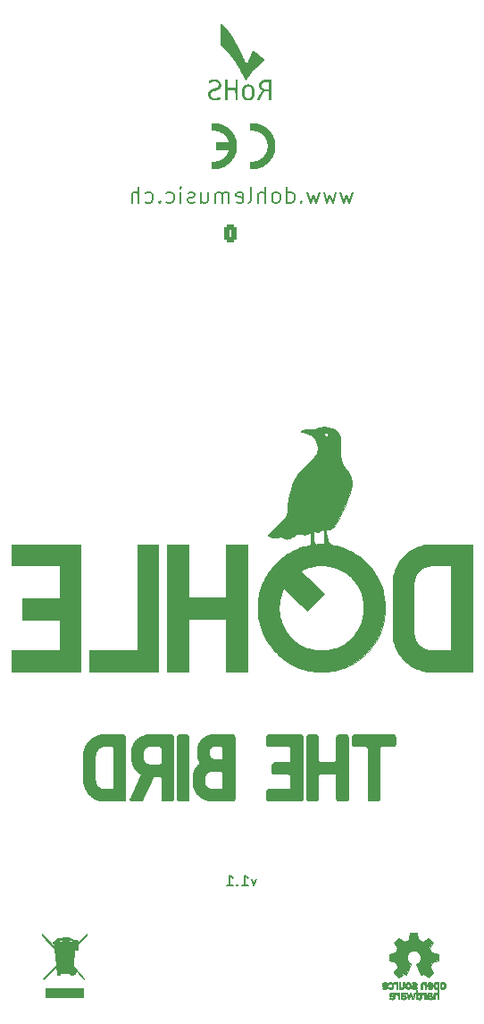
<source format=gbo>
G04 #@! TF.GenerationSoftware,KiCad,Pcbnew,(6.0.11)*
G04 #@! TF.CreationDate,2023-07-06T13:43:45+02:00*
G04 #@! TF.ProjectId,Dohle TankVerb,446f686c-6520-4546-916e-6b566572622e,rev?*
G04 #@! TF.SameCoordinates,Original*
G04 #@! TF.FileFunction,Legend,Bot*
G04 #@! TF.FilePolarity,Positive*
%FSLAX46Y46*%
G04 Gerber Fmt 4.6, Leading zero omitted, Abs format (unit mm)*
G04 Created by KiCad (PCBNEW (6.0.11)) date 2023-07-06 13:43:45*
%MOMM*%
%LPD*%
G01*
G04 APERTURE LIST*
G04 Aperture macros list*
%AMRoundRect*
0 Rectangle with rounded corners*
0 $1 Rounding radius*
0 $2 $3 $4 $5 $6 $7 $8 $9 X,Y pos of 4 corners*
0 Add a 4 corners polygon primitive as box body*
4,1,4,$2,$3,$4,$5,$6,$7,$8,$9,$2,$3,0*
0 Add four circle primitives for the rounded corners*
1,1,$1+$1,$2,$3*
1,1,$1+$1,$4,$5*
1,1,$1+$1,$6,$7*
1,1,$1+$1,$8,$9*
0 Add four rect primitives between the rounded corners*
20,1,$1+$1,$2,$3,$4,$5,0*
20,1,$1+$1,$4,$5,$6,$7,0*
20,1,$1+$1,$6,$7,$8,$9,0*
20,1,$1+$1,$8,$9,$2,$3,0*%
%AMHorizOval*
0 Thick line with rounded ends*
0 $1 width*
0 $2 $3 position (X,Y) of the first rounded end (center of the circle)*
0 $4 $5 position (X,Y) of the second rounded end (center of the circle)*
0 Add line between two ends*
20,1,$1,$2,$3,$4,$5,0*
0 Add two circle primitives to create the rounded ends*
1,1,$1,$2,$3*
1,1,$1,$4,$5*%
G04 Aperture macros list end*
%ADD10C,0.200000*%
%ADD11C,0.034835*%
%ADD12C,0.000000*%
%ADD13C,0.010049*%
%ADD14C,0.021428*%
%ADD15C,0.072425*%
%ADD16C,0.150000*%
%ADD17C,2.200000*%
%ADD18O,4.250000X1.600000*%
%ADD19R,1.700000X1.700000*%
%ADD20O,1.700000X1.700000*%
%ADD21RoundRect,0.250000X-0.350000X-0.625000X0.350000X-0.625000X0.350000X0.625000X-0.350000X0.625000X0*%
%ADD22O,1.200000X1.750000*%
%ADD23C,1.600000*%
%ADD24R,2.400000X2.400000*%
%ADD25O,2.400000X2.400000*%
%ADD26O,4.003200X2.743200*%
%ADD27O,8.203200X2.203200*%
%ADD28HorizOval,2.203200X-1.414214X1.414214X1.414214X-1.414214X0*%
%ADD29O,2.203200X8.203200*%
%ADD30HorizOval,2.203200X-1.414214X-1.414214X1.414214X1.414214X0*%
%ADD31C,1.700000*%
%ADD32C,1.575000*%
%ADD33C,1.950000*%
G04 APERTURE END LIST*
D10*
G36*
X146252973Y-122469382D02*
G01*
X146264353Y-122470225D01*
X146275553Y-122471614D01*
X146286559Y-122473535D01*
X146297359Y-122475977D01*
X146307939Y-122478925D01*
X146318286Y-122482367D01*
X146328387Y-122486290D01*
X146338230Y-122490681D01*
X146347800Y-122495526D01*
X146357086Y-122500813D01*
X146366073Y-122506528D01*
X146374750Y-122512659D01*
X146383102Y-122519193D01*
X146391117Y-122526116D01*
X146398781Y-122533416D01*
X146406083Y-122541080D01*
X146413008Y-122549093D01*
X146419543Y-122557444D01*
X146425676Y-122566120D01*
X146431393Y-122575107D01*
X146436682Y-122584392D01*
X146441529Y-122593963D01*
X146445921Y-122603806D01*
X146449845Y-122613908D01*
X146453289Y-122624256D01*
X146456238Y-122634837D01*
X146458681Y-122645639D01*
X146460604Y-122656647D01*
X146461993Y-122667850D01*
X146462836Y-122679234D01*
X146463120Y-122690786D01*
X146463120Y-128457365D01*
X146462836Y-128468912D01*
X146461993Y-128480293D01*
X146460604Y-128491492D01*
X146458681Y-128502498D01*
X146456239Y-128513298D01*
X146453290Y-128523878D01*
X146449846Y-128534225D01*
X146445922Y-128544326D01*
X146441530Y-128554168D01*
X146436683Y-128563738D01*
X146431395Y-128573023D01*
X146425678Y-128582010D01*
X146419545Y-128590686D01*
X146413010Y-128599038D01*
X146406085Y-128607053D01*
X146398784Y-128614717D01*
X146391120Y-128622018D01*
X146383105Y-128628942D01*
X146374753Y-128635478D01*
X146366077Y-128641610D01*
X146357089Y-128647327D01*
X146347804Y-128652615D01*
X146338233Y-128657462D01*
X146328391Y-128661854D01*
X146318289Y-128665778D01*
X146307942Y-128669221D01*
X146297362Y-128672171D01*
X146286562Y-128674613D01*
X146275555Y-128676535D01*
X146264355Y-128677925D01*
X146252974Y-128678768D01*
X146241425Y-128679052D01*
X144644623Y-128679052D01*
X144644623Y-127642423D01*
X145204796Y-127642423D01*
X145216344Y-127642141D01*
X145227725Y-127641302D01*
X145238924Y-127639921D01*
X145249931Y-127638009D01*
X145260730Y-127635579D01*
X145271310Y-127632644D01*
X145281657Y-127629218D01*
X145291759Y-127625313D01*
X145301601Y-127620941D01*
X145311172Y-127616116D01*
X145320457Y-127610850D01*
X145329445Y-127605157D01*
X145338121Y-127599049D01*
X145346473Y-127592539D01*
X145354488Y-127585640D01*
X145362153Y-127578364D01*
X145369454Y-127570725D01*
X145376379Y-127562735D01*
X145382914Y-127554407D01*
X145389047Y-127545754D01*
X145394764Y-127536790D01*
X145400053Y-127527526D01*
X145404900Y-127517975D01*
X145409292Y-127508151D01*
X145413217Y-127498066D01*
X145416660Y-127487733D01*
X145419610Y-127477165D01*
X145422052Y-127466374D01*
X145423975Y-127455374D01*
X145425364Y-127444178D01*
X145426207Y-127432798D01*
X145426491Y-127421247D01*
X145426491Y-123726903D01*
X145426207Y-123715357D01*
X145425364Y-123703981D01*
X145423975Y-123692788D01*
X145422052Y-123681791D01*
X145419610Y-123671004D01*
X145416660Y-123660438D01*
X145413217Y-123650106D01*
X145409292Y-123640022D01*
X145404900Y-123630199D01*
X145400053Y-123620649D01*
X145394764Y-123611384D01*
X145389047Y-123602419D01*
X145382914Y-123593766D01*
X145376379Y-123585438D01*
X145369454Y-123577447D01*
X145362153Y-123569807D01*
X145354488Y-123562530D01*
X145346473Y-123555629D01*
X145338121Y-123549117D01*
X145329445Y-123543007D01*
X145320457Y-123537312D01*
X145311172Y-123532045D01*
X145301601Y-123527218D01*
X145291759Y-123522845D01*
X145281657Y-123518938D01*
X145271310Y-123515511D01*
X145260730Y-123512575D01*
X145249931Y-123510144D01*
X145238924Y-123508231D01*
X145227725Y-123506849D01*
X145216344Y-123506010D01*
X145204796Y-123505727D01*
X144644623Y-123505727D01*
X144644623Y-122469099D01*
X146241425Y-122469099D01*
X146252973Y-122469382D01*
G37*
X146252973Y-122469382D02*
X146264353Y-122470225D01*
X146275553Y-122471614D01*
X146286559Y-122473535D01*
X146297359Y-122475977D01*
X146307939Y-122478925D01*
X146318286Y-122482367D01*
X146328387Y-122486290D01*
X146338230Y-122490681D01*
X146347800Y-122495526D01*
X146357086Y-122500813D01*
X146366073Y-122506528D01*
X146374750Y-122512659D01*
X146383102Y-122519193D01*
X146391117Y-122526116D01*
X146398781Y-122533416D01*
X146406083Y-122541080D01*
X146413008Y-122549093D01*
X146419543Y-122557444D01*
X146425676Y-122566120D01*
X146431393Y-122575107D01*
X146436682Y-122584392D01*
X146441529Y-122593963D01*
X146445921Y-122603806D01*
X146449845Y-122613908D01*
X146453289Y-122624256D01*
X146456238Y-122634837D01*
X146458681Y-122645639D01*
X146460604Y-122656647D01*
X146461993Y-122667850D01*
X146462836Y-122679234D01*
X146463120Y-122690786D01*
X146463120Y-128457365D01*
X146462836Y-128468912D01*
X146461993Y-128480293D01*
X146460604Y-128491492D01*
X146458681Y-128502498D01*
X146456239Y-128513298D01*
X146453290Y-128523878D01*
X146449846Y-128534225D01*
X146445922Y-128544326D01*
X146441530Y-128554168D01*
X146436683Y-128563738D01*
X146431395Y-128573023D01*
X146425678Y-128582010D01*
X146419545Y-128590686D01*
X146413010Y-128599038D01*
X146406085Y-128607053D01*
X146398784Y-128614717D01*
X146391120Y-128622018D01*
X146383105Y-128628942D01*
X146374753Y-128635478D01*
X146366077Y-128641610D01*
X146357089Y-128647327D01*
X146347804Y-128652615D01*
X146338233Y-128657462D01*
X146328391Y-128661854D01*
X146318289Y-128665778D01*
X146307942Y-128669221D01*
X146297362Y-128672171D01*
X146286562Y-128674613D01*
X146275555Y-128676535D01*
X146264355Y-128677925D01*
X146252974Y-128678768D01*
X146241425Y-128679052D01*
X144644623Y-128679052D01*
X144644623Y-127642423D01*
X145204796Y-127642423D01*
X145216344Y-127642141D01*
X145227725Y-127641302D01*
X145238924Y-127639921D01*
X145249931Y-127638009D01*
X145260730Y-127635579D01*
X145271310Y-127632644D01*
X145281657Y-127629218D01*
X145291759Y-127625313D01*
X145301601Y-127620941D01*
X145311172Y-127616116D01*
X145320457Y-127610850D01*
X145329445Y-127605157D01*
X145338121Y-127599049D01*
X145346473Y-127592539D01*
X145354488Y-127585640D01*
X145362153Y-127578364D01*
X145369454Y-127570725D01*
X145376379Y-127562735D01*
X145382914Y-127554407D01*
X145389047Y-127545754D01*
X145394764Y-127536790D01*
X145400053Y-127527526D01*
X145404900Y-127517975D01*
X145409292Y-127508151D01*
X145413217Y-127498066D01*
X145416660Y-127487733D01*
X145419610Y-127477165D01*
X145422052Y-127466374D01*
X145423975Y-127455374D01*
X145425364Y-127444178D01*
X145426207Y-127432798D01*
X145426491Y-127421247D01*
X145426491Y-123726903D01*
X145426207Y-123715357D01*
X145425364Y-123703981D01*
X145423975Y-123692788D01*
X145422052Y-123681791D01*
X145419610Y-123671004D01*
X145416660Y-123660438D01*
X145413217Y-123650106D01*
X145409292Y-123640022D01*
X145404900Y-123630199D01*
X145400053Y-123620649D01*
X145394764Y-123611384D01*
X145389047Y-123602419D01*
X145382914Y-123593766D01*
X145376379Y-123585438D01*
X145369454Y-123577447D01*
X145362153Y-123569807D01*
X145354488Y-123562530D01*
X145346473Y-123555629D01*
X145338121Y-123549117D01*
X145329445Y-123543007D01*
X145320457Y-123537312D01*
X145311172Y-123532045D01*
X145301601Y-123527218D01*
X145291759Y-123522845D01*
X145281657Y-123518938D01*
X145271310Y-123515511D01*
X145260730Y-123512575D01*
X145249931Y-123510144D01*
X145238924Y-123508231D01*
X145227725Y-123506849D01*
X145216344Y-123506010D01*
X145204796Y-123505727D01*
X144644623Y-123505727D01*
X144644623Y-122469099D01*
X146241425Y-122469099D01*
X146252973Y-122469382D01*
D11*
G36*
X171762677Y-146846424D02*
G01*
X171764103Y-146846469D01*
X171786311Y-146848299D01*
X171808562Y-146852042D01*
X171819641Y-146854666D01*
X171830655Y-146857811D01*
X171841577Y-146861490D01*
X171852383Y-146865718D01*
X171863047Y-146870508D01*
X171873544Y-146875876D01*
X171883849Y-146881834D01*
X171893935Y-146888397D01*
X171903777Y-146895579D01*
X171913350Y-146903395D01*
X171922629Y-146911858D01*
X171931587Y-146920982D01*
X171940200Y-146930782D01*
X171948441Y-146941271D01*
X171956287Y-146952464D01*
X171963710Y-146964374D01*
X171970685Y-146977017D01*
X171977188Y-146990405D01*
X171983192Y-147004554D01*
X171988673Y-147019476D01*
X171993604Y-147035187D01*
X171997960Y-147051699D01*
X172001716Y-147069029D01*
X172004846Y-147087188D01*
X172007325Y-147106193D01*
X172009127Y-147126055D01*
X172010227Y-147146791D01*
X172010600Y-147168413D01*
X172010168Y-147191906D01*
X172008893Y-147214280D01*
X172006807Y-147235561D01*
X172003939Y-147255773D01*
X172000323Y-147274941D01*
X171995988Y-147293088D01*
X171990965Y-147310239D01*
X171985287Y-147326419D01*
X171978983Y-147341652D01*
X171972086Y-147355962D01*
X171964626Y-147369374D01*
X171956634Y-147381912D01*
X171948142Y-147393601D01*
X171939181Y-147404464D01*
X171929781Y-147414527D01*
X171919974Y-147423814D01*
X171909791Y-147432349D01*
X171899263Y-147440156D01*
X171888422Y-147447261D01*
X171877298Y-147453687D01*
X171865922Y-147459458D01*
X171854326Y-147464600D01*
X171830598Y-147473091D01*
X171806362Y-147479355D01*
X171781867Y-147483588D01*
X171757363Y-147485985D01*
X171733097Y-147486740D01*
X171717415Y-147486389D01*
X171701840Y-147485323D01*
X171686394Y-147483525D01*
X171671099Y-147480976D01*
X171655976Y-147477660D01*
X171641048Y-147473559D01*
X171626337Y-147468655D01*
X171611863Y-147462929D01*
X171597649Y-147456366D01*
X171583718Y-147448946D01*
X171570090Y-147440652D01*
X171556788Y-147431466D01*
X171543833Y-147421372D01*
X171531247Y-147410350D01*
X171519053Y-147398383D01*
X171507271Y-147385454D01*
X171598739Y-147307940D01*
X171605851Y-147314934D01*
X171613284Y-147321539D01*
X171621011Y-147327749D01*
X171629003Y-147333553D01*
X171637233Y-147338943D01*
X171645675Y-147343910D01*
X171654300Y-147348445D01*
X171663082Y-147352540D01*
X171671993Y-147356186D01*
X171681005Y-147359375D01*
X171690092Y-147362096D01*
X171699225Y-147364343D01*
X171708378Y-147366105D01*
X171717524Y-147367375D01*
X171726634Y-147368143D01*
X171735681Y-147368401D01*
X171743709Y-147368248D01*
X171751590Y-147367790D01*
X171759316Y-147367027D01*
X171766880Y-147365960D01*
X171774276Y-147364588D01*
X171781497Y-147362912D01*
X171788534Y-147360933D01*
X171795382Y-147358651D01*
X171802034Y-147356066D01*
X171808481Y-147353179D01*
X171814718Y-147349989D01*
X171820737Y-147346498D01*
X171826531Y-147342706D01*
X171832093Y-147338613D01*
X171837415Y-147334219D01*
X171842492Y-147329525D01*
X171847316Y-147324531D01*
X171851880Y-147319238D01*
X171856176Y-147313645D01*
X171860198Y-147307754D01*
X171863939Y-147301564D01*
X171867392Y-147295077D01*
X171870549Y-147288291D01*
X171873404Y-147281209D01*
X171875949Y-147273829D01*
X171878178Y-147266153D01*
X171880083Y-147258181D01*
X171881658Y-147249913D01*
X171882895Y-147241349D01*
X171883787Y-147232490D01*
X171884327Y-147223337D01*
X171884509Y-147213889D01*
X171494869Y-147213889D01*
X171494869Y-147110536D01*
X171495200Y-147095911D01*
X171496183Y-147081623D01*
X171497799Y-147067680D01*
X171500033Y-147054087D01*
X171502865Y-147040854D01*
X171506280Y-147027987D01*
X171510260Y-147015495D01*
X171514788Y-147003383D01*
X171519846Y-146991660D01*
X171525417Y-146980334D01*
X171531485Y-146969411D01*
X171538031Y-146958899D01*
X171545038Y-146948806D01*
X171552490Y-146939139D01*
X171560368Y-146929905D01*
X171568657Y-146921112D01*
X171577338Y-146912768D01*
X171586394Y-146904880D01*
X171595808Y-146897454D01*
X171605562Y-146890500D01*
X171615641Y-146884023D01*
X171626025Y-146878032D01*
X171636698Y-146872534D01*
X171647643Y-146867537D01*
X171658843Y-146863048D01*
X171670280Y-146859073D01*
X171681937Y-146855622D01*
X171693796Y-146852701D01*
X171705841Y-146850318D01*
X171718054Y-146848480D01*
X171730418Y-146847195D01*
X171742916Y-146846469D01*
X171742916Y-146965325D01*
X171736517Y-146965872D01*
X171730236Y-146966685D01*
X171724078Y-146967765D01*
X171718048Y-146969110D01*
X171712150Y-146970720D01*
X171706389Y-146972592D01*
X171700771Y-146974727D01*
X171695300Y-146977123D01*
X171689981Y-146979780D01*
X171684820Y-146982696D01*
X171679820Y-146985870D01*
X171674987Y-146989302D01*
X171670326Y-146992991D01*
X171665842Y-146996935D01*
X171661540Y-147001134D01*
X171657424Y-147005586D01*
X171653499Y-147010291D01*
X171649771Y-147015248D01*
X171646245Y-147020455D01*
X171642924Y-147025913D01*
X171639815Y-147031619D01*
X171636922Y-147037573D01*
X171634250Y-147043774D01*
X171631804Y-147050221D01*
X171629589Y-147056913D01*
X171627609Y-147063849D01*
X171625871Y-147071028D01*
X171624378Y-147078449D01*
X171623135Y-147086111D01*
X171622148Y-147094014D01*
X171621421Y-147102156D01*
X171620959Y-147110536D01*
X171884509Y-147110536D01*
X171884127Y-147101760D01*
X171883441Y-147093244D01*
X171882458Y-147084991D01*
X171881184Y-147077000D01*
X171879625Y-147069273D01*
X171877788Y-147061812D01*
X171875678Y-147054617D01*
X171873302Y-147047689D01*
X171870667Y-147041031D01*
X171867777Y-147034642D01*
X171864641Y-147028525D01*
X171861263Y-147022680D01*
X171857651Y-147017109D01*
X171853810Y-147011812D01*
X171849747Y-147006792D01*
X171845468Y-147002048D01*
X171840980Y-146997583D01*
X171836287Y-146993398D01*
X171831398Y-146989493D01*
X171826318Y-146985869D01*
X171821052Y-146982529D01*
X171815609Y-146979474D01*
X171809993Y-146976703D01*
X171804211Y-146974219D01*
X171798270Y-146972023D01*
X171792175Y-146970116D01*
X171785933Y-146968499D01*
X171779550Y-146967174D01*
X171773032Y-146966140D01*
X171766386Y-146965401D01*
X171759618Y-146964957D01*
X171752734Y-146964808D01*
X171751741Y-146964825D01*
X171750764Y-146964870D01*
X171749798Y-146964937D01*
X171748839Y-146965017D01*
X171746923Y-146965189D01*
X171745958Y-146965265D01*
X171744983Y-146965325D01*
X171744983Y-146846469D01*
X171745949Y-146846449D01*
X171746917Y-146846439D01*
X171748854Y-146846442D01*
X171752734Y-146846469D01*
X171758409Y-146846410D01*
X171761253Y-146846403D01*
X171762677Y-146846424D01*
G37*
X171762677Y-146846424D02*
X171764103Y-146846469D01*
X171786311Y-146848299D01*
X171808562Y-146852042D01*
X171819641Y-146854666D01*
X171830655Y-146857811D01*
X171841577Y-146861490D01*
X171852383Y-146865718D01*
X171863047Y-146870508D01*
X171873544Y-146875876D01*
X171883849Y-146881834D01*
X171893935Y-146888397D01*
X171903777Y-146895579D01*
X171913350Y-146903395D01*
X171922629Y-146911858D01*
X171931587Y-146920982D01*
X171940200Y-146930782D01*
X171948441Y-146941271D01*
X171956287Y-146952464D01*
X171963710Y-146964374D01*
X171970685Y-146977017D01*
X171977188Y-146990405D01*
X171983192Y-147004554D01*
X171988673Y-147019476D01*
X171993604Y-147035187D01*
X171997960Y-147051699D01*
X172001716Y-147069029D01*
X172004846Y-147087188D01*
X172007325Y-147106193D01*
X172009127Y-147126055D01*
X172010227Y-147146791D01*
X172010600Y-147168413D01*
X172010168Y-147191906D01*
X172008893Y-147214280D01*
X172006807Y-147235561D01*
X172003939Y-147255773D01*
X172000323Y-147274941D01*
X171995988Y-147293088D01*
X171990965Y-147310239D01*
X171985287Y-147326419D01*
X171978983Y-147341652D01*
X171972086Y-147355962D01*
X171964626Y-147369374D01*
X171956634Y-147381912D01*
X171948142Y-147393601D01*
X171939181Y-147404464D01*
X171929781Y-147414527D01*
X171919974Y-147423814D01*
X171909791Y-147432349D01*
X171899263Y-147440156D01*
X171888422Y-147447261D01*
X171877298Y-147453687D01*
X171865922Y-147459458D01*
X171854326Y-147464600D01*
X171830598Y-147473091D01*
X171806362Y-147479355D01*
X171781867Y-147483588D01*
X171757363Y-147485985D01*
X171733097Y-147486740D01*
X171717415Y-147486389D01*
X171701840Y-147485323D01*
X171686394Y-147483525D01*
X171671099Y-147480976D01*
X171655976Y-147477660D01*
X171641048Y-147473559D01*
X171626337Y-147468655D01*
X171611863Y-147462929D01*
X171597649Y-147456366D01*
X171583718Y-147448946D01*
X171570090Y-147440652D01*
X171556788Y-147431466D01*
X171543833Y-147421372D01*
X171531247Y-147410350D01*
X171519053Y-147398383D01*
X171507271Y-147385454D01*
X171598739Y-147307940D01*
X171605851Y-147314934D01*
X171613284Y-147321539D01*
X171621011Y-147327749D01*
X171629003Y-147333553D01*
X171637233Y-147338943D01*
X171645675Y-147343910D01*
X171654300Y-147348445D01*
X171663082Y-147352540D01*
X171671993Y-147356186D01*
X171681005Y-147359375D01*
X171690092Y-147362096D01*
X171699225Y-147364343D01*
X171708378Y-147366105D01*
X171717524Y-147367375D01*
X171726634Y-147368143D01*
X171735681Y-147368401D01*
X171743709Y-147368248D01*
X171751590Y-147367790D01*
X171759316Y-147367027D01*
X171766880Y-147365960D01*
X171774276Y-147364588D01*
X171781497Y-147362912D01*
X171788534Y-147360933D01*
X171795382Y-147358651D01*
X171802034Y-147356066D01*
X171808481Y-147353179D01*
X171814718Y-147349989D01*
X171820737Y-147346498D01*
X171826531Y-147342706D01*
X171832093Y-147338613D01*
X171837415Y-147334219D01*
X171842492Y-147329525D01*
X171847316Y-147324531D01*
X171851880Y-147319238D01*
X171856176Y-147313645D01*
X171860198Y-147307754D01*
X171863939Y-147301564D01*
X171867392Y-147295077D01*
X171870549Y-147288291D01*
X171873404Y-147281209D01*
X171875949Y-147273829D01*
X171878178Y-147266153D01*
X171880083Y-147258181D01*
X171881658Y-147249913D01*
X171882895Y-147241349D01*
X171883787Y-147232490D01*
X171884327Y-147223337D01*
X171884509Y-147213889D01*
X171494869Y-147213889D01*
X171494869Y-147110536D01*
X171495200Y-147095911D01*
X171496183Y-147081623D01*
X171497799Y-147067680D01*
X171500033Y-147054087D01*
X171502865Y-147040854D01*
X171506280Y-147027987D01*
X171510260Y-147015495D01*
X171514788Y-147003383D01*
X171519846Y-146991660D01*
X171525417Y-146980334D01*
X171531485Y-146969411D01*
X171538031Y-146958899D01*
X171545038Y-146948806D01*
X171552490Y-146939139D01*
X171560368Y-146929905D01*
X171568657Y-146921112D01*
X171577338Y-146912768D01*
X171586394Y-146904880D01*
X171595808Y-146897454D01*
X171605562Y-146890500D01*
X171615641Y-146884023D01*
X171626025Y-146878032D01*
X171636698Y-146872534D01*
X171647643Y-146867537D01*
X171658843Y-146863048D01*
X171670280Y-146859073D01*
X171681937Y-146855622D01*
X171693796Y-146852701D01*
X171705841Y-146850318D01*
X171718054Y-146848480D01*
X171730418Y-146847195D01*
X171742916Y-146846469D01*
X171742916Y-146965325D01*
X171736517Y-146965872D01*
X171730236Y-146966685D01*
X171724078Y-146967765D01*
X171718048Y-146969110D01*
X171712150Y-146970720D01*
X171706389Y-146972592D01*
X171700771Y-146974727D01*
X171695300Y-146977123D01*
X171689981Y-146979780D01*
X171684820Y-146982696D01*
X171679820Y-146985870D01*
X171674987Y-146989302D01*
X171670326Y-146992991D01*
X171665842Y-146996935D01*
X171661540Y-147001134D01*
X171657424Y-147005586D01*
X171653499Y-147010291D01*
X171649771Y-147015248D01*
X171646245Y-147020455D01*
X171642924Y-147025913D01*
X171639815Y-147031619D01*
X171636922Y-147037573D01*
X171634250Y-147043774D01*
X171631804Y-147050221D01*
X171629589Y-147056913D01*
X171627609Y-147063849D01*
X171625871Y-147071028D01*
X171624378Y-147078449D01*
X171623135Y-147086111D01*
X171622148Y-147094014D01*
X171621421Y-147102156D01*
X171620959Y-147110536D01*
X171884509Y-147110536D01*
X171884127Y-147101760D01*
X171883441Y-147093244D01*
X171882458Y-147084991D01*
X171881184Y-147077000D01*
X171879625Y-147069273D01*
X171877788Y-147061812D01*
X171875678Y-147054617D01*
X171873302Y-147047689D01*
X171870667Y-147041031D01*
X171867777Y-147034642D01*
X171864641Y-147028525D01*
X171861263Y-147022680D01*
X171857651Y-147017109D01*
X171853810Y-147011812D01*
X171849747Y-147006792D01*
X171845468Y-147002048D01*
X171840980Y-146997583D01*
X171836287Y-146993398D01*
X171831398Y-146989493D01*
X171826318Y-146985869D01*
X171821052Y-146982529D01*
X171815609Y-146979474D01*
X171809993Y-146976703D01*
X171804211Y-146974219D01*
X171798270Y-146972023D01*
X171792175Y-146970116D01*
X171785933Y-146968499D01*
X171779550Y-146967174D01*
X171773032Y-146966140D01*
X171766386Y-146965401D01*
X171759618Y-146964957D01*
X171752734Y-146964808D01*
X171751741Y-146964825D01*
X171750764Y-146964870D01*
X171749798Y-146964937D01*
X171748839Y-146965017D01*
X171746923Y-146965189D01*
X171745958Y-146965265D01*
X171744983Y-146965325D01*
X171744983Y-146846469D01*
X171745949Y-146846449D01*
X171746917Y-146846439D01*
X171748854Y-146846442D01*
X171752734Y-146846469D01*
X171758409Y-146846410D01*
X171761253Y-146846403D01*
X171762677Y-146846424D01*
D12*
G36*
X155725379Y-55262791D02*
G01*
X155834185Y-55359561D01*
X155951846Y-55470757D01*
X156070032Y-55588894D01*
X156126720Y-55648228D01*
X156180415Y-55706491D01*
X156230076Y-55762749D01*
X156274662Y-55816065D01*
X156342067Y-55903903D01*
X156420301Y-56013640D01*
X156506741Y-56141179D01*
X156598764Y-56282424D01*
X156693746Y-56433275D01*
X156789064Y-56589636D01*
X156882095Y-56747409D01*
X156970215Y-56902497D01*
X157043116Y-57036278D01*
X157123544Y-57188687D01*
X157294312Y-57523993D01*
X157457183Y-57857612D01*
X157527738Y-58007914D01*
X157586816Y-58138743D01*
X157646159Y-58271590D01*
X157703612Y-58396012D01*
X157757911Y-58509536D01*
X157807797Y-58609689D01*
X157852007Y-58693996D01*
X157871588Y-58729435D01*
X157889278Y-58759985D01*
X157904918Y-58785337D01*
X157918351Y-58805182D01*
X157929418Y-58819210D01*
X157934015Y-58823947D01*
X157937962Y-58827113D01*
X157942344Y-58829824D01*
X157946731Y-58832218D01*
X157951124Y-58834297D01*
X157955520Y-58836060D01*
X157959920Y-58837508D01*
X157964321Y-58838642D01*
X157968724Y-58839462D01*
X157973128Y-58839968D01*
X157977530Y-58840160D01*
X157981932Y-58840040D01*
X157986331Y-58839608D01*
X157990728Y-58838863D01*
X157995120Y-58837808D01*
X157999508Y-58836441D01*
X158003889Y-58834763D01*
X158008264Y-58832775D01*
X158012632Y-58830478D01*
X158016991Y-58827871D01*
X158021341Y-58824956D01*
X158025681Y-58821732D01*
X158030009Y-58818200D01*
X158034326Y-58814360D01*
X158038630Y-58810213D01*
X158042920Y-58805760D01*
X158047196Y-58801000D01*
X158051456Y-58795934D01*
X158055700Y-58790563D01*
X158059927Y-58784888D01*
X158068325Y-58772623D01*
X158076644Y-58759143D01*
X158098000Y-58717711D01*
X158133815Y-58642521D01*
X158236960Y-58417173D01*
X158362356Y-58135703D01*
X158486281Y-57850720D01*
X158554187Y-57692145D01*
X158609925Y-57692145D01*
X158622884Y-57692666D01*
X158636074Y-57694384D01*
X158649860Y-57697536D01*
X158664608Y-57702360D01*
X158680682Y-57709091D01*
X158698448Y-57717966D01*
X158718272Y-57729220D01*
X158740518Y-57743092D01*
X158765554Y-57759817D01*
X158793743Y-57779631D01*
X158861044Y-57829474D01*
X158945347Y-57894513D01*
X159049574Y-57976640D01*
X159190525Y-58089381D01*
X159316349Y-58192051D01*
X159425917Y-58283657D01*
X159474251Y-58325000D01*
X159518097Y-58363203D01*
X159557314Y-58398142D01*
X159591760Y-58429694D01*
X159621295Y-58457732D01*
X159645776Y-58482134D01*
X159665063Y-58502774D01*
X159679014Y-58519528D01*
X159683945Y-58526409D01*
X159687489Y-58532273D01*
X159689628Y-58537102D01*
X159690345Y-58540882D01*
X159689075Y-58545565D01*
X159685076Y-58552339D01*
X159667772Y-58573215D01*
X159636187Y-58605615D01*
X159588078Y-58651643D01*
X159433303Y-58793001D01*
X159185487Y-59014125D01*
X159113008Y-59079012D01*
X159038489Y-59146719D01*
X158891830Y-59282617D01*
X158823940Y-59346817D01*
X158762508Y-59405857D01*
X158709658Y-59457744D01*
X158667516Y-59500482D01*
X158579436Y-59593360D01*
X158502481Y-59678191D01*
X158432037Y-59761052D01*
X158363488Y-59848021D01*
X158292218Y-59945175D01*
X158213613Y-60058592D01*
X158123058Y-60194351D01*
X158015936Y-60358528D01*
X158015940Y-60358520D01*
X158001094Y-60381128D01*
X157987522Y-60401104D01*
X157981177Y-60410125D01*
X157975108Y-60418511D01*
X157969300Y-60426270D01*
X157963739Y-60433410D01*
X157958411Y-60439939D01*
X157953300Y-60445864D01*
X157948394Y-60451193D01*
X157943676Y-60455934D01*
X157939134Y-60460095D01*
X157934753Y-60463683D01*
X157930518Y-60466707D01*
X157926416Y-60469173D01*
X157922431Y-60471090D01*
X157918550Y-60472466D01*
X157914758Y-60473308D01*
X157911040Y-60473624D01*
X157907384Y-60473422D01*
X157903773Y-60472709D01*
X157900194Y-60471494D01*
X157896633Y-60469783D01*
X157893075Y-60467586D01*
X157889506Y-60464909D01*
X157885912Y-60461761D01*
X157882278Y-60458148D01*
X157878589Y-60454080D01*
X157874832Y-60449563D01*
X157870993Y-60444606D01*
X157867056Y-60439216D01*
X157859531Y-60427058D01*
X157847944Y-60406231D01*
X157814902Y-60343107D01*
X157772573Y-60258916D01*
X157725596Y-60162731D01*
X157606192Y-59922319D01*
X157482457Y-59688693D01*
X157352159Y-59458261D01*
X157213064Y-59227429D01*
X157062943Y-58992603D01*
X156899562Y-58750191D01*
X156720689Y-58496598D01*
X156524094Y-58228232D01*
X156413745Y-58082603D01*
X156311244Y-57953516D01*
X156261558Y-57893715D01*
X156212179Y-57836299D01*
X156162555Y-57780682D01*
X156112136Y-57726282D01*
X156060369Y-57672514D01*
X156006703Y-57618794D01*
X155950587Y-57564539D01*
X155891468Y-57509165D01*
X155762017Y-57392723D01*
X155613940Y-57264797D01*
X155570595Y-57228089D01*
X155551784Y-57211438D01*
X155534889Y-57195153D01*
X155519915Y-57178657D01*
X155506869Y-57161374D01*
X155495755Y-57142727D01*
X155486580Y-57122139D01*
X155479350Y-57099034D01*
X155474071Y-57072834D01*
X155470748Y-57042963D01*
X155469388Y-57008844D01*
X155469995Y-56969900D01*
X155472577Y-56925555D01*
X155477139Y-56875232D01*
X155483687Y-56818354D01*
X155494323Y-56723418D01*
X155502558Y-56629245D01*
X155508590Y-56536043D01*
X155512621Y-56444018D01*
X155515473Y-56264328D01*
X155512712Y-56091834D01*
X155505936Y-55928190D01*
X155496742Y-55775055D01*
X155477491Y-55506937D01*
X155470628Y-55395267D01*
X155467739Y-55300733D01*
X155470418Y-55224990D01*
X155474346Y-55194684D01*
X155480266Y-55169697D01*
X155488377Y-55150236D01*
X155498878Y-55136508D01*
X155502251Y-55134502D01*
X155535287Y-55134502D01*
X155535848Y-55135495D01*
X155538783Y-55138432D01*
X155543812Y-55142439D01*
X155550548Y-55147285D01*
X155567586Y-55158563D01*
X155586796Y-55170402D01*
X155605073Y-55180942D01*
X155612893Y-55185143D01*
X155619315Y-55188321D01*
X155623954Y-55190242D01*
X155625482Y-55190660D01*
X155626419Y-55190676D01*
X155626716Y-55190261D01*
X155626325Y-55189387D01*
X155623282Y-55186145D01*
X155594241Y-55161123D01*
X155570143Y-55144037D01*
X155567955Y-55142650D01*
X155567061Y-55142193D01*
X155546773Y-55133084D01*
X155539831Y-55132146D01*
X155535395Y-55133864D01*
X155535287Y-55134502D01*
X155502251Y-55134502D01*
X155511971Y-55128722D01*
X155527853Y-55127083D01*
X155546726Y-55131798D01*
X155567061Y-55142193D01*
X155567654Y-55142459D01*
X155567955Y-55142650D01*
X155568789Y-55143076D01*
X155570143Y-55144037D01*
X155596996Y-55161053D01*
X155633759Y-55187929D01*
X155636698Y-55190261D01*
X155676900Y-55222154D01*
X155725379Y-55262791D01*
G37*
G36*
X156165241Y-61202840D02*
G01*
X156903109Y-61202840D01*
X156903109Y-60413192D01*
X157149060Y-60413192D01*
X157149060Y-61377595D01*
X157149036Y-62341998D01*
X156903407Y-62341998D01*
X156899996Y-61879212D01*
X156896609Y-61416426D01*
X156171689Y-61416426D01*
X156164915Y-62341998D01*
X155919291Y-62341998D01*
X155919291Y-60413192D01*
X156165241Y-60413192D01*
X156165241Y-61202840D01*
G37*
D10*
G36*
X163058011Y-122469374D02*
G01*
X163069389Y-122470215D01*
X163080586Y-122471601D01*
X163091588Y-122473518D01*
X163102382Y-122475955D01*
X163112955Y-122478897D01*
X163123295Y-122482332D01*
X163133389Y-122486248D01*
X163143223Y-122490630D01*
X163152784Y-122495467D01*
X163162060Y-122500745D01*
X163171037Y-122506451D01*
X163179703Y-122512572D01*
X163188044Y-122519096D01*
X163196048Y-122526009D01*
X163203702Y-122533299D01*
X163210992Y-122540952D01*
X163217906Y-122548956D01*
X163224430Y-122557297D01*
X163230553Y-122565963D01*
X163236260Y-122574941D01*
X163241539Y-122584217D01*
X163246376Y-122593779D01*
X163250760Y-122603614D01*
X163254676Y-122613709D01*
X163258113Y-122624051D01*
X163261056Y-122634627D01*
X163263493Y-122645425D01*
X163265411Y-122656430D01*
X163266797Y-122667630D01*
X163267639Y-122679013D01*
X163267922Y-122690565D01*
X163267922Y-128457601D01*
X163267639Y-128469148D01*
X163266798Y-128480527D01*
X163265412Y-128491724D01*
X163263495Y-128502726D01*
X163261058Y-128513520D01*
X163258116Y-128524094D01*
X163254681Y-128534435D01*
X163250765Y-128544529D01*
X163246383Y-128554363D01*
X163241546Y-128563925D01*
X163236269Y-128573201D01*
X163230563Y-128582179D01*
X163224442Y-128590846D01*
X163217918Y-128599188D01*
X163211005Y-128607192D01*
X163203716Y-128614847D01*
X163196063Y-128622138D01*
X163188060Y-128629052D01*
X163179719Y-128635578D01*
X163171054Y-128641701D01*
X163162077Y-128647408D01*
X163152801Y-128652688D01*
X163143239Y-128657526D01*
X163133405Y-128661910D01*
X163123311Y-128665827D01*
X163112970Y-128669264D01*
X163102395Y-128672208D01*
X163091599Y-128674645D01*
X163080595Y-128676564D01*
X163069395Y-128677950D01*
X163058014Y-128678791D01*
X163046464Y-128679075D01*
X160131943Y-128679075D01*
X160120395Y-128678791D01*
X160109016Y-128677949D01*
X160097819Y-128676562D01*
X160086816Y-128674643D01*
X160076021Y-128672204D01*
X160065447Y-128669259D01*
X160055106Y-128665821D01*
X160045012Y-128661903D01*
X160035178Y-128657517D01*
X160025616Y-128652677D01*
X160016340Y-128647396D01*
X160007362Y-128641686D01*
X159998695Y-128635562D01*
X159990353Y-128629035D01*
X159982349Y-128622119D01*
X159974695Y-128614827D01*
X159967404Y-128607171D01*
X159960490Y-128599166D01*
X159953965Y-128590823D01*
X159947842Y-128582156D01*
X159942134Y-128573178D01*
X159936855Y-128563901D01*
X159932017Y-128554340D01*
X159927633Y-128544506D01*
X159923716Y-128534413D01*
X159920280Y-128524075D01*
X159917336Y-128513503D01*
X159914899Y-128502710D01*
X159912981Y-128491711D01*
X159911594Y-128480518D01*
X159910753Y-128469144D01*
X159910470Y-128457601D01*
X159910470Y-127864065D01*
X159910753Y-127852518D01*
X159911594Y-127841139D01*
X159912979Y-127829943D01*
X159914897Y-127818941D01*
X159917333Y-127808146D01*
X159920276Y-127797573D01*
X159923711Y-127787233D01*
X159927627Y-127777139D01*
X159932009Y-127767306D01*
X159936846Y-127757744D01*
X159942124Y-127748469D01*
X159947830Y-127739491D01*
X159953951Y-127730826D01*
X159960475Y-127722484D01*
X159967388Y-127714480D01*
X159974678Y-127706827D01*
X159982331Y-127699536D01*
X159990334Y-127692623D01*
X159998676Y-127686098D01*
X160007342Y-127679976D01*
X160016319Y-127674268D01*
X160025596Y-127668990D01*
X160035158Y-127664152D01*
X160044993Y-127659768D01*
X160055088Y-127655852D01*
X160065430Y-127652416D01*
X160076006Y-127649472D01*
X160086803Y-127647035D01*
X160097808Y-127645117D01*
X160109009Y-127643731D01*
X160120391Y-127642890D01*
X160131943Y-127642606D01*
X162009995Y-127642606D01*
X162021542Y-127642323D01*
X162032921Y-127641482D01*
X162044118Y-127640096D01*
X162055120Y-127638179D01*
X162065914Y-127635742D01*
X162076488Y-127632800D01*
X162086829Y-127629365D01*
X162096923Y-127625449D01*
X162106757Y-127621067D01*
X162116319Y-127616230D01*
X162125595Y-127610952D01*
X162134573Y-127605246D01*
X162143240Y-127599125D01*
X162151582Y-127592601D01*
X162159586Y-127585688D01*
X162167241Y-127578398D01*
X162174532Y-127570745D01*
X162181446Y-127562741D01*
X162187972Y-127554400D01*
X162194095Y-127545734D01*
X162199802Y-127536756D01*
X162205082Y-127527480D01*
X162209920Y-127517918D01*
X162214304Y-127508083D01*
X162218221Y-127497988D01*
X162221658Y-127487646D01*
X162224602Y-127477070D01*
X162227039Y-127466273D01*
X162228958Y-127455267D01*
X162230344Y-127444067D01*
X162231185Y-127432684D01*
X162231469Y-127421133D01*
X162231469Y-126366941D01*
X162231186Y-126355394D01*
X162230345Y-126344015D01*
X162228959Y-126332818D01*
X162227041Y-126321816D01*
X162224605Y-126311022D01*
X162221663Y-126300448D01*
X162218227Y-126290107D01*
X162214312Y-126280013D01*
X162209929Y-126270179D01*
X162205093Y-126260617D01*
X162199815Y-126251341D01*
X162194109Y-126242363D01*
X162187987Y-126233696D01*
X162181464Y-126225354D01*
X162174550Y-126217350D01*
X162167261Y-126209695D01*
X162159608Y-126202404D01*
X162151604Y-126195490D01*
X162143263Y-126188964D01*
X162134597Y-126182841D01*
X162125619Y-126177134D01*
X162116343Y-126171854D01*
X162106780Y-126167016D01*
X162096945Y-126162632D01*
X162086850Y-126158715D01*
X162076508Y-126155278D01*
X162065932Y-126152334D01*
X162055135Y-126149897D01*
X162044130Y-126147978D01*
X162032930Y-126146592D01*
X162021547Y-126145751D01*
X162009995Y-126145467D01*
X160654603Y-126145467D01*
X160643055Y-126145184D01*
X160631677Y-126144343D01*
X160620480Y-126142957D01*
X160609478Y-126141040D01*
X160598683Y-126138603D01*
X160588109Y-126135661D01*
X160577769Y-126132226D01*
X160567675Y-126128310D01*
X160557841Y-126123928D01*
X160548279Y-126119091D01*
X160539002Y-126113813D01*
X160530024Y-126108107D01*
X160521358Y-126101986D01*
X160513016Y-126095462D01*
X160505011Y-126088549D01*
X160497357Y-126081259D01*
X160490066Y-126073606D01*
X160483151Y-126065602D01*
X160476626Y-126057261D01*
X160470503Y-126048595D01*
X160464795Y-126039618D01*
X160459516Y-126030341D01*
X160454677Y-126020779D01*
X160450293Y-126010944D01*
X160446376Y-126000849D01*
X160442940Y-125990507D01*
X160439996Y-125979931D01*
X160437558Y-125969134D01*
X160435640Y-125958128D01*
X160434254Y-125946928D01*
X160433412Y-125935545D01*
X160433129Y-125923994D01*
X160433129Y-125339323D01*
X160433412Y-125327750D01*
X160434253Y-125316297D01*
X160435639Y-125304981D01*
X160437556Y-125293817D01*
X160439993Y-125282822D01*
X160442935Y-125272012D01*
X160446370Y-125261403D01*
X160450286Y-125251011D01*
X160454668Y-125240853D01*
X160459505Y-125230944D01*
X160464783Y-125221302D01*
X160470489Y-125211942D01*
X160476610Y-125202880D01*
X160483134Y-125194133D01*
X160490047Y-125185717D01*
X160497337Y-125177648D01*
X160504990Y-125169942D01*
X160512994Y-125162616D01*
X160521335Y-125155686D01*
X160530001Y-125149168D01*
X160538979Y-125143078D01*
X160548255Y-125137432D01*
X160557817Y-125132248D01*
X160567652Y-125127540D01*
X160577747Y-125123325D01*
X160588089Y-125119619D01*
X160598665Y-125116439D01*
X160609463Y-125113801D01*
X160620468Y-125111721D01*
X160631668Y-125110215D01*
X160643051Y-125109300D01*
X160654603Y-125108991D01*
X162009995Y-125108991D01*
X162021542Y-125108733D01*
X162032921Y-125107966D01*
X162044118Y-125106699D01*
X162055120Y-125104942D01*
X162065914Y-125102705D01*
X162076488Y-125099997D01*
X162086829Y-125096829D01*
X162096923Y-125093210D01*
X162106757Y-125089149D01*
X162116319Y-125084657D01*
X162125595Y-125079744D01*
X162134573Y-125074418D01*
X162143240Y-125068690D01*
X162151582Y-125062570D01*
X162159586Y-125056066D01*
X162167241Y-125049190D01*
X162174532Y-125041950D01*
X162181446Y-125034357D01*
X162187972Y-125026420D01*
X162194095Y-125018149D01*
X162199802Y-125009554D01*
X162205082Y-125000644D01*
X162209920Y-124991429D01*
X162214304Y-124981919D01*
X162218221Y-124972123D01*
X162221658Y-124962052D01*
X162224602Y-124951715D01*
X162227039Y-124941122D01*
X162228958Y-124930283D01*
X162230344Y-124919206D01*
X162231185Y-124907903D01*
X162231469Y-124896383D01*
X162231469Y-123727033D01*
X162231186Y-123715486D01*
X162230345Y-123704107D01*
X162228959Y-123692911D01*
X162227041Y-123681908D01*
X162224605Y-123671114D01*
X162221663Y-123660540D01*
X162218227Y-123650199D01*
X162214312Y-123640105D01*
X162209929Y-123630271D01*
X162205093Y-123620709D01*
X162199815Y-123611433D01*
X162194109Y-123602455D01*
X162187987Y-123593788D01*
X162181464Y-123585446D01*
X162174550Y-123577442D01*
X162167261Y-123569787D01*
X162159608Y-123562497D01*
X162151604Y-123555582D01*
X162143263Y-123549057D01*
X162134597Y-123542934D01*
X162125619Y-123537226D01*
X162116343Y-123531946D01*
X162106780Y-123527108D01*
X162096945Y-123522724D01*
X162086850Y-123518807D01*
X162076508Y-123515370D01*
X162065932Y-123512427D01*
X162055135Y-123509989D01*
X162044130Y-123508071D01*
X162032930Y-123506684D01*
X162021547Y-123505843D01*
X162009995Y-123505559D01*
X160131943Y-123505559D01*
X160120395Y-123505276D01*
X160109016Y-123504435D01*
X160097819Y-123503050D01*
X160086816Y-123501132D01*
X160076021Y-123498696D01*
X160065447Y-123495753D01*
X160055106Y-123492318D01*
X160045012Y-123488403D01*
X160035178Y-123484020D01*
X160025616Y-123479184D01*
X160016340Y-123473906D01*
X160007362Y-123468200D01*
X159998695Y-123462079D01*
X159990353Y-123455555D01*
X159982349Y-123448643D01*
X159974695Y-123441353D01*
X159967404Y-123433701D01*
X159960490Y-123425697D01*
X159953965Y-123417356D01*
X159947842Y-123408691D01*
X159942134Y-123399714D01*
X159936855Y-123390438D01*
X159932017Y-123380877D01*
X159927633Y-123371042D01*
X159923716Y-123360948D01*
X159920280Y-123350607D01*
X159917336Y-123340032D01*
X159914899Y-123329236D01*
X159912981Y-123318232D01*
X159911594Y-123307033D01*
X159910753Y-123295651D01*
X159910470Y-123284101D01*
X159910470Y-122690565D01*
X159910753Y-122679017D01*
X159911594Y-122667639D01*
X159912979Y-122656442D01*
X159914897Y-122645440D01*
X159917333Y-122634645D01*
X159920276Y-122624071D01*
X159923711Y-122613731D01*
X159927627Y-122603637D01*
X159932009Y-122593803D01*
X159936846Y-122584241D01*
X159942124Y-122574964D01*
X159947830Y-122565986D01*
X159953951Y-122557320D01*
X159960475Y-122548978D01*
X159967388Y-122540973D01*
X159974678Y-122533319D01*
X159982331Y-122526028D01*
X159990334Y-122519113D01*
X159998676Y-122512588D01*
X160007342Y-122506465D01*
X160016319Y-122500757D01*
X160025596Y-122495478D01*
X160035158Y-122490639D01*
X160044993Y-122486255D01*
X160055088Y-122482338D01*
X160065430Y-122478902D01*
X160076006Y-122475958D01*
X160086803Y-122473520D01*
X160097808Y-122471602D01*
X160109009Y-122470216D01*
X160120391Y-122469374D01*
X160131943Y-122469091D01*
X163046464Y-122469091D01*
X163058011Y-122469374D01*
G37*
X163058011Y-122469374D02*
X163069389Y-122470215D01*
X163080586Y-122471601D01*
X163091588Y-122473518D01*
X163102382Y-122475955D01*
X163112955Y-122478897D01*
X163123295Y-122482332D01*
X163133389Y-122486248D01*
X163143223Y-122490630D01*
X163152784Y-122495467D01*
X163162060Y-122500745D01*
X163171037Y-122506451D01*
X163179703Y-122512572D01*
X163188044Y-122519096D01*
X163196048Y-122526009D01*
X163203702Y-122533299D01*
X163210992Y-122540952D01*
X163217906Y-122548956D01*
X163224430Y-122557297D01*
X163230553Y-122565963D01*
X163236260Y-122574941D01*
X163241539Y-122584217D01*
X163246376Y-122593779D01*
X163250760Y-122603614D01*
X163254676Y-122613709D01*
X163258113Y-122624051D01*
X163261056Y-122634627D01*
X163263493Y-122645425D01*
X163265411Y-122656430D01*
X163266797Y-122667630D01*
X163267639Y-122679013D01*
X163267922Y-122690565D01*
X163267922Y-128457601D01*
X163267639Y-128469148D01*
X163266798Y-128480527D01*
X163265412Y-128491724D01*
X163263495Y-128502726D01*
X163261058Y-128513520D01*
X163258116Y-128524094D01*
X163254681Y-128534435D01*
X163250765Y-128544529D01*
X163246383Y-128554363D01*
X163241546Y-128563925D01*
X163236269Y-128573201D01*
X163230563Y-128582179D01*
X163224442Y-128590846D01*
X163217918Y-128599188D01*
X163211005Y-128607192D01*
X163203716Y-128614847D01*
X163196063Y-128622138D01*
X163188060Y-128629052D01*
X163179719Y-128635578D01*
X163171054Y-128641701D01*
X163162077Y-128647408D01*
X163152801Y-128652688D01*
X163143239Y-128657526D01*
X163133405Y-128661910D01*
X163123311Y-128665827D01*
X163112970Y-128669264D01*
X163102395Y-128672208D01*
X163091599Y-128674645D01*
X163080595Y-128676564D01*
X163069395Y-128677950D01*
X163058014Y-128678791D01*
X163046464Y-128679075D01*
X160131943Y-128679075D01*
X160120395Y-128678791D01*
X160109016Y-128677949D01*
X160097819Y-128676562D01*
X160086816Y-128674643D01*
X160076021Y-128672204D01*
X160065447Y-128669259D01*
X160055106Y-128665821D01*
X160045012Y-128661903D01*
X160035178Y-128657517D01*
X160025616Y-128652677D01*
X160016340Y-128647396D01*
X160007362Y-128641686D01*
X159998695Y-128635562D01*
X159990353Y-128629035D01*
X159982349Y-128622119D01*
X159974695Y-128614827D01*
X159967404Y-128607171D01*
X159960490Y-128599166D01*
X159953965Y-128590823D01*
X159947842Y-128582156D01*
X159942134Y-128573178D01*
X159936855Y-128563901D01*
X159932017Y-128554340D01*
X159927633Y-128544506D01*
X159923716Y-128534413D01*
X159920280Y-128524075D01*
X159917336Y-128513503D01*
X159914899Y-128502710D01*
X159912981Y-128491711D01*
X159911594Y-128480518D01*
X159910753Y-128469144D01*
X159910470Y-128457601D01*
X159910470Y-127864065D01*
X159910753Y-127852518D01*
X159911594Y-127841139D01*
X159912979Y-127829943D01*
X159914897Y-127818941D01*
X159917333Y-127808146D01*
X159920276Y-127797573D01*
X159923711Y-127787233D01*
X159927627Y-127777139D01*
X159932009Y-127767306D01*
X159936846Y-127757744D01*
X159942124Y-127748469D01*
X159947830Y-127739491D01*
X159953951Y-127730826D01*
X159960475Y-127722484D01*
X159967388Y-127714480D01*
X159974678Y-127706827D01*
X159982331Y-127699536D01*
X159990334Y-127692623D01*
X159998676Y-127686098D01*
X160007342Y-127679976D01*
X160016319Y-127674268D01*
X160025596Y-127668990D01*
X160035158Y-127664152D01*
X160044993Y-127659768D01*
X160055088Y-127655852D01*
X160065430Y-127652416D01*
X160076006Y-127649472D01*
X160086803Y-127647035D01*
X160097808Y-127645117D01*
X160109009Y-127643731D01*
X160120391Y-127642890D01*
X160131943Y-127642606D01*
X162009995Y-127642606D01*
X162021542Y-127642323D01*
X162032921Y-127641482D01*
X162044118Y-127640096D01*
X162055120Y-127638179D01*
X162065914Y-127635742D01*
X162076488Y-127632800D01*
X162086829Y-127629365D01*
X162096923Y-127625449D01*
X162106757Y-127621067D01*
X162116319Y-127616230D01*
X162125595Y-127610952D01*
X162134573Y-127605246D01*
X162143240Y-127599125D01*
X162151582Y-127592601D01*
X162159586Y-127585688D01*
X162167241Y-127578398D01*
X162174532Y-127570745D01*
X162181446Y-127562741D01*
X162187972Y-127554400D01*
X162194095Y-127545734D01*
X162199802Y-127536756D01*
X162205082Y-127527480D01*
X162209920Y-127517918D01*
X162214304Y-127508083D01*
X162218221Y-127497988D01*
X162221658Y-127487646D01*
X162224602Y-127477070D01*
X162227039Y-127466273D01*
X162228958Y-127455267D01*
X162230344Y-127444067D01*
X162231185Y-127432684D01*
X162231469Y-127421133D01*
X162231469Y-126366941D01*
X162231186Y-126355394D01*
X162230345Y-126344015D01*
X162228959Y-126332818D01*
X162227041Y-126321816D01*
X162224605Y-126311022D01*
X162221663Y-126300448D01*
X162218227Y-126290107D01*
X162214312Y-126280013D01*
X162209929Y-126270179D01*
X162205093Y-126260617D01*
X162199815Y-126251341D01*
X162194109Y-126242363D01*
X162187987Y-126233696D01*
X162181464Y-126225354D01*
X162174550Y-126217350D01*
X162167261Y-126209695D01*
X162159608Y-126202404D01*
X162151604Y-126195490D01*
X162143263Y-126188964D01*
X162134597Y-126182841D01*
X162125619Y-126177134D01*
X162116343Y-126171854D01*
X162106780Y-126167016D01*
X162096945Y-126162632D01*
X162086850Y-126158715D01*
X162076508Y-126155278D01*
X162065932Y-126152334D01*
X162055135Y-126149897D01*
X162044130Y-126147978D01*
X162032930Y-126146592D01*
X162021547Y-126145751D01*
X162009995Y-126145467D01*
X160654603Y-126145467D01*
X160643055Y-126145184D01*
X160631677Y-126144343D01*
X160620480Y-126142957D01*
X160609478Y-126141040D01*
X160598683Y-126138603D01*
X160588109Y-126135661D01*
X160577769Y-126132226D01*
X160567675Y-126128310D01*
X160557841Y-126123928D01*
X160548279Y-126119091D01*
X160539002Y-126113813D01*
X160530024Y-126108107D01*
X160521358Y-126101986D01*
X160513016Y-126095462D01*
X160505011Y-126088549D01*
X160497357Y-126081259D01*
X160490066Y-126073606D01*
X160483151Y-126065602D01*
X160476626Y-126057261D01*
X160470503Y-126048595D01*
X160464795Y-126039618D01*
X160459516Y-126030341D01*
X160454677Y-126020779D01*
X160450293Y-126010944D01*
X160446376Y-126000849D01*
X160442940Y-125990507D01*
X160439996Y-125979931D01*
X160437558Y-125969134D01*
X160435640Y-125958128D01*
X160434254Y-125946928D01*
X160433412Y-125935545D01*
X160433129Y-125923994D01*
X160433129Y-125339323D01*
X160433412Y-125327750D01*
X160434253Y-125316297D01*
X160435639Y-125304981D01*
X160437556Y-125293817D01*
X160439993Y-125282822D01*
X160442935Y-125272012D01*
X160446370Y-125261403D01*
X160450286Y-125251011D01*
X160454668Y-125240853D01*
X160459505Y-125230944D01*
X160464783Y-125221302D01*
X160470489Y-125211942D01*
X160476610Y-125202880D01*
X160483134Y-125194133D01*
X160490047Y-125185717D01*
X160497337Y-125177648D01*
X160504990Y-125169942D01*
X160512994Y-125162616D01*
X160521335Y-125155686D01*
X160530001Y-125149168D01*
X160538979Y-125143078D01*
X160548255Y-125137432D01*
X160557817Y-125132248D01*
X160567652Y-125127540D01*
X160577747Y-125123325D01*
X160588089Y-125119619D01*
X160598665Y-125116439D01*
X160609463Y-125113801D01*
X160620468Y-125111721D01*
X160631668Y-125110215D01*
X160643051Y-125109300D01*
X160654603Y-125108991D01*
X162009995Y-125108991D01*
X162021542Y-125108733D01*
X162032921Y-125107966D01*
X162044118Y-125106699D01*
X162055120Y-125104942D01*
X162065914Y-125102705D01*
X162076488Y-125099997D01*
X162086829Y-125096829D01*
X162096923Y-125093210D01*
X162106757Y-125089149D01*
X162116319Y-125084657D01*
X162125595Y-125079744D01*
X162134573Y-125074418D01*
X162143240Y-125068690D01*
X162151582Y-125062570D01*
X162159586Y-125056066D01*
X162167241Y-125049190D01*
X162174532Y-125041950D01*
X162181446Y-125034357D01*
X162187972Y-125026420D01*
X162194095Y-125018149D01*
X162199802Y-125009554D01*
X162205082Y-125000644D01*
X162209920Y-124991429D01*
X162214304Y-124981919D01*
X162218221Y-124972123D01*
X162221658Y-124962052D01*
X162224602Y-124951715D01*
X162227039Y-124941122D01*
X162228958Y-124930283D01*
X162230344Y-124919206D01*
X162231185Y-124907903D01*
X162231469Y-124896383D01*
X162231469Y-123727033D01*
X162231186Y-123715486D01*
X162230345Y-123704107D01*
X162228959Y-123692911D01*
X162227041Y-123681908D01*
X162224605Y-123671114D01*
X162221663Y-123660540D01*
X162218227Y-123650199D01*
X162214312Y-123640105D01*
X162209929Y-123630271D01*
X162205093Y-123620709D01*
X162199815Y-123611433D01*
X162194109Y-123602455D01*
X162187987Y-123593788D01*
X162181464Y-123585446D01*
X162174550Y-123577442D01*
X162167261Y-123569787D01*
X162159608Y-123562497D01*
X162151604Y-123555582D01*
X162143263Y-123549057D01*
X162134597Y-123542934D01*
X162125619Y-123537226D01*
X162116343Y-123531946D01*
X162106780Y-123527108D01*
X162096945Y-123522724D01*
X162086850Y-123518807D01*
X162076508Y-123515370D01*
X162065932Y-123512427D01*
X162055135Y-123509989D01*
X162044130Y-123508071D01*
X162032930Y-123506684D01*
X162021547Y-123505843D01*
X162009995Y-123505559D01*
X160131943Y-123505559D01*
X160120395Y-123505276D01*
X160109016Y-123504435D01*
X160097819Y-123503050D01*
X160086816Y-123501132D01*
X160076021Y-123498696D01*
X160065447Y-123495753D01*
X160055106Y-123492318D01*
X160045012Y-123488403D01*
X160035178Y-123484020D01*
X160025616Y-123479184D01*
X160016340Y-123473906D01*
X160007362Y-123468200D01*
X159998695Y-123462079D01*
X159990353Y-123455555D01*
X159982349Y-123448643D01*
X159974695Y-123441353D01*
X159967404Y-123433701D01*
X159960490Y-123425697D01*
X159953965Y-123417356D01*
X159947842Y-123408691D01*
X159942134Y-123399714D01*
X159936855Y-123390438D01*
X159932017Y-123380877D01*
X159927633Y-123371042D01*
X159923716Y-123360948D01*
X159920280Y-123350607D01*
X159917336Y-123340032D01*
X159914899Y-123329236D01*
X159912981Y-123318232D01*
X159911594Y-123307033D01*
X159910753Y-123295651D01*
X159910470Y-123284101D01*
X159910470Y-122690565D01*
X159910753Y-122679017D01*
X159911594Y-122667639D01*
X159912979Y-122656442D01*
X159914897Y-122645440D01*
X159917333Y-122634645D01*
X159920276Y-122624071D01*
X159923711Y-122613731D01*
X159927627Y-122603637D01*
X159932009Y-122593803D01*
X159936846Y-122584241D01*
X159942124Y-122574964D01*
X159947830Y-122565986D01*
X159953951Y-122557320D01*
X159960475Y-122548978D01*
X159967388Y-122540973D01*
X159974678Y-122533319D01*
X159982331Y-122526028D01*
X159990334Y-122519113D01*
X159998676Y-122512588D01*
X160007342Y-122506465D01*
X160016319Y-122500757D01*
X160025596Y-122495478D01*
X160035158Y-122490639D01*
X160044993Y-122486255D01*
X160055088Y-122482338D01*
X160065430Y-122478902D01*
X160076006Y-122475958D01*
X160086803Y-122473520D01*
X160097808Y-122471602D01*
X160109009Y-122470216D01*
X160120391Y-122469374D01*
X160131943Y-122469091D01*
X163046464Y-122469091D01*
X163058011Y-122469374D01*
D11*
G36*
X171083649Y-145858371D02*
G01*
X171085075Y-145858416D01*
X171107292Y-145860247D01*
X171129551Y-145863990D01*
X171140633Y-145866614D01*
X171151648Y-145869759D01*
X171162572Y-145873438D01*
X171173380Y-145877666D01*
X171184045Y-145882456D01*
X171194542Y-145887824D01*
X171204847Y-145893782D01*
X171214932Y-145900345D01*
X171224774Y-145907528D01*
X171234346Y-145915343D01*
X171243624Y-145923806D01*
X171252581Y-145932930D01*
X171261192Y-145942730D01*
X171269432Y-145953219D01*
X171277276Y-145964411D01*
X171284697Y-145976322D01*
X171291671Y-145988964D01*
X171298172Y-146002353D01*
X171304174Y-146016501D01*
X171309653Y-146031423D01*
X171314583Y-146047134D01*
X171318937Y-146063646D01*
X171322692Y-146080976D01*
X171325821Y-146099135D01*
X171328299Y-146118139D01*
X171330100Y-146138002D01*
X171331199Y-146158738D01*
X171331572Y-146180360D01*
X171331140Y-146203846D01*
X171329865Y-146226215D01*
X171327779Y-146247492D01*
X171324911Y-146267700D01*
X171321295Y-146286864D01*
X171316960Y-146305009D01*
X171311937Y-146322158D01*
X171306259Y-146338336D01*
X171299955Y-146353568D01*
X171293058Y-146367878D01*
X171285598Y-146381290D01*
X171277606Y-146393828D01*
X171269114Y-146405518D01*
X171260152Y-146416382D01*
X171250753Y-146426446D01*
X171240946Y-146435735D01*
X171230763Y-146444271D01*
X171220235Y-146452081D01*
X171209394Y-146459187D01*
X171198269Y-146465615D01*
X171186894Y-146471388D01*
X171175298Y-146476532D01*
X171151570Y-146485028D01*
X171127334Y-146491296D01*
X171102839Y-146495532D01*
X171078334Y-146497931D01*
X171054069Y-146498687D01*
X171038386Y-146498336D01*
X171022809Y-146497270D01*
X171007360Y-146495471D01*
X170992061Y-146492923D01*
X170976934Y-146489607D01*
X170962002Y-146485506D01*
X170947286Y-146480601D01*
X170932809Y-146474876D01*
X170918592Y-146468312D01*
X170904659Y-146460892D01*
X170891031Y-146452599D01*
X170877730Y-146443413D01*
X170864779Y-146433318D01*
X170852199Y-146422297D01*
X170840013Y-146410330D01*
X170828243Y-146397401D01*
X170919710Y-146319886D01*
X170926822Y-146326869D01*
X170934253Y-146333466D01*
X170941976Y-146339670D01*
X170949965Y-146345470D01*
X170958191Y-146350858D01*
X170966628Y-146355826D01*
X170975250Y-146360363D01*
X170984028Y-146364461D01*
X170992936Y-146368110D01*
X171001946Y-146371303D01*
X171011033Y-146374029D01*
X171020168Y-146376280D01*
X171029324Y-146378046D01*
X171038475Y-146379319D01*
X171047594Y-146380089D01*
X171056653Y-146380348D01*
X171064683Y-146380195D01*
X171072567Y-146379738D01*
X171080300Y-146378976D01*
X171087874Y-146377909D01*
X171095282Y-146376539D01*
X171102516Y-146374865D01*
X171109570Y-146372888D01*
X171116435Y-146370608D01*
X171123105Y-146368025D01*
X171129573Y-146365140D01*
X171135831Y-146361952D01*
X171141872Y-146358463D01*
X171147689Y-146354673D01*
X171153275Y-146350582D01*
X171158622Y-146346190D01*
X171163723Y-146341498D01*
X171168571Y-146336505D01*
X171173158Y-146331213D01*
X171177478Y-146325622D01*
X171181524Y-146319731D01*
X171185287Y-146313542D01*
X171188761Y-146307054D01*
X171191938Y-146300268D01*
X171194812Y-146293185D01*
X171197374Y-146285804D01*
X171199619Y-146278126D01*
X171201538Y-146270151D01*
X171203124Y-146261879D01*
X171204371Y-146253312D01*
X171205270Y-146244448D01*
X171205815Y-146235290D01*
X171205998Y-146225836D01*
X170815841Y-146225836D01*
X170815841Y-146122483D01*
X170816183Y-146107612D01*
X170817199Y-146093090D01*
X170818870Y-146078927D01*
X170821178Y-146065128D01*
X170824104Y-146051703D01*
X170827631Y-146038658D01*
X170831740Y-146026002D01*
X170836414Y-146013741D01*
X170841633Y-146001885D01*
X170847380Y-145990440D01*
X170853637Y-145979414D01*
X170860386Y-145968816D01*
X170867608Y-145958652D01*
X170875285Y-145948931D01*
X170883399Y-145939659D01*
X170891932Y-145930846D01*
X170900866Y-145922499D01*
X170910182Y-145914624D01*
X170919863Y-145907231D01*
X170929890Y-145900327D01*
X170940245Y-145893919D01*
X170950909Y-145888016D01*
X170961866Y-145882624D01*
X170973096Y-145877753D01*
X170984582Y-145873408D01*
X170996304Y-145869599D01*
X171008246Y-145866333D01*
X171020389Y-145863617D01*
X171032714Y-145861460D01*
X171045204Y-145859869D01*
X171057841Y-145858852D01*
X171070605Y-145858416D01*
X171070605Y-145976755D01*
X171063878Y-145977033D01*
X171057271Y-145977598D01*
X171050791Y-145978449D01*
X171044443Y-145979585D01*
X171038232Y-145981005D01*
X171032164Y-145982707D01*
X171026244Y-145984690D01*
X171020477Y-145986954D01*
X171014868Y-145989496D01*
X171009424Y-145992317D01*
X171004149Y-145995415D01*
X170999048Y-145998789D01*
X170994128Y-146002437D01*
X170989393Y-146006359D01*
X170984848Y-146010554D01*
X170980499Y-146015020D01*
X170976352Y-146019756D01*
X170972412Y-146024762D01*
X170968683Y-146030035D01*
X170965172Y-146035576D01*
X170961883Y-146041382D01*
X170958822Y-146047454D01*
X170955995Y-146053788D01*
X170953407Y-146060386D01*
X170951062Y-146067245D01*
X170948967Y-146074364D01*
X170947126Y-146081742D01*
X170945546Y-146089378D01*
X170944231Y-146097272D01*
X170943187Y-146105421D01*
X170942418Y-146113825D01*
X170941931Y-146122483D01*
X171205998Y-146122483D01*
X171205614Y-146113700D01*
X171204924Y-146105180D01*
X171203934Y-146096921D01*
X171202651Y-146088926D01*
X171201080Y-146081196D01*
X171199229Y-146073732D01*
X171197104Y-146066535D01*
X171194710Y-146059607D01*
X171192056Y-146052947D01*
X171189146Y-146046558D01*
X171185989Y-146040441D01*
X171182589Y-146034596D01*
X171178953Y-146029026D01*
X171175089Y-146023730D01*
X171171002Y-146018711D01*
X171166699Y-146013969D01*
X171162186Y-146009505D01*
X171157470Y-146005322D01*
X171152557Y-146001419D01*
X171147453Y-145997798D01*
X171142166Y-145994460D01*
X171136701Y-145991406D01*
X171131065Y-145988638D01*
X171125264Y-145986156D01*
X171119305Y-145983962D01*
X171113195Y-145982057D01*
X171106939Y-145980442D01*
X171100544Y-145979117D01*
X171094017Y-145978086D01*
X171087364Y-145977347D01*
X171080592Y-145976903D01*
X171073706Y-145976755D01*
X171073189Y-145976754D01*
X171072672Y-145976755D01*
X171072672Y-145858416D01*
X171073706Y-145858416D01*
X171079381Y-145858357D01*
X171082224Y-145858350D01*
X171083649Y-145858371D01*
G37*
X171083649Y-145858371D02*
X171085075Y-145858416D01*
X171107292Y-145860247D01*
X171129551Y-145863990D01*
X171140633Y-145866614D01*
X171151648Y-145869759D01*
X171162572Y-145873438D01*
X171173380Y-145877666D01*
X171184045Y-145882456D01*
X171194542Y-145887824D01*
X171204847Y-145893782D01*
X171214932Y-145900345D01*
X171224774Y-145907528D01*
X171234346Y-145915343D01*
X171243624Y-145923806D01*
X171252581Y-145932930D01*
X171261192Y-145942730D01*
X171269432Y-145953219D01*
X171277276Y-145964411D01*
X171284697Y-145976322D01*
X171291671Y-145988964D01*
X171298172Y-146002353D01*
X171304174Y-146016501D01*
X171309653Y-146031423D01*
X171314583Y-146047134D01*
X171318937Y-146063646D01*
X171322692Y-146080976D01*
X171325821Y-146099135D01*
X171328299Y-146118139D01*
X171330100Y-146138002D01*
X171331199Y-146158738D01*
X171331572Y-146180360D01*
X171331140Y-146203846D01*
X171329865Y-146226215D01*
X171327779Y-146247492D01*
X171324911Y-146267700D01*
X171321295Y-146286864D01*
X171316960Y-146305009D01*
X171311937Y-146322158D01*
X171306259Y-146338336D01*
X171299955Y-146353568D01*
X171293058Y-146367878D01*
X171285598Y-146381290D01*
X171277606Y-146393828D01*
X171269114Y-146405518D01*
X171260152Y-146416382D01*
X171250753Y-146426446D01*
X171240946Y-146435735D01*
X171230763Y-146444271D01*
X171220235Y-146452081D01*
X171209394Y-146459187D01*
X171198269Y-146465615D01*
X171186894Y-146471388D01*
X171175298Y-146476532D01*
X171151570Y-146485028D01*
X171127334Y-146491296D01*
X171102839Y-146495532D01*
X171078334Y-146497931D01*
X171054069Y-146498687D01*
X171038386Y-146498336D01*
X171022809Y-146497270D01*
X171007360Y-146495471D01*
X170992061Y-146492923D01*
X170976934Y-146489607D01*
X170962002Y-146485506D01*
X170947286Y-146480601D01*
X170932809Y-146474876D01*
X170918592Y-146468312D01*
X170904659Y-146460892D01*
X170891031Y-146452599D01*
X170877730Y-146443413D01*
X170864779Y-146433318D01*
X170852199Y-146422297D01*
X170840013Y-146410330D01*
X170828243Y-146397401D01*
X170919710Y-146319886D01*
X170926822Y-146326869D01*
X170934253Y-146333466D01*
X170941976Y-146339670D01*
X170949965Y-146345470D01*
X170958191Y-146350858D01*
X170966628Y-146355826D01*
X170975250Y-146360363D01*
X170984028Y-146364461D01*
X170992936Y-146368110D01*
X171001946Y-146371303D01*
X171011033Y-146374029D01*
X171020168Y-146376280D01*
X171029324Y-146378046D01*
X171038475Y-146379319D01*
X171047594Y-146380089D01*
X171056653Y-146380348D01*
X171064683Y-146380195D01*
X171072567Y-146379738D01*
X171080300Y-146378976D01*
X171087874Y-146377909D01*
X171095282Y-146376539D01*
X171102516Y-146374865D01*
X171109570Y-146372888D01*
X171116435Y-146370608D01*
X171123105Y-146368025D01*
X171129573Y-146365140D01*
X171135831Y-146361952D01*
X171141872Y-146358463D01*
X171147689Y-146354673D01*
X171153275Y-146350582D01*
X171158622Y-146346190D01*
X171163723Y-146341498D01*
X171168571Y-146336505D01*
X171173158Y-146331213D01*
X171177478Y-146325622D01*
X171181524Y-146319731D01*
X171185287Y-146313542D01*
X171188761Y-146307054D01*
X171191938Y-146300268D01*
X171194812Y-146293185D01*
X171197374Y-146285804D01*
X171199619Y-146278126D01*
X171201538Y-146270151D01*
X171203124Y-146261879D01*
X171204371Y-146253312D01*
X171205270Y-146244448D01*
X171205815Y-146235290D01*
X171205998Y-146225836D01*
X170815841Y-146225836D01*
X170815841Y-146122483D01*
X170816183Y-146107612D01*
X170817199Y-146093090D01*
X170818870Y-146078927D01*
X170821178Y-146065128D01*
X170824104Y-146051703D01*
X170827631Y-146038658D01*
X170831740Y-146026002D01*
X170836414Y-146013741D01*
X170841633Y-146001885D01*
X170847380Y-145990440D01*
X170853637Y-145979414D01*
X170860386Y-145968816D01*
X170867608Y-145958652D01*
X170875285Y-145948931D01*
X170883399Y-145939659D01*
X170891932Y-145930846D01*
X170900866Y-145922499D01*
X170910182Y-145914624D01*
X170919863Y-145907231D01*
X170929890Y-145900327D01*
X170940245Y-145893919D01*
X170950909Y-145888016D01*
X170961866Y-145882624D01*
X170973096Y-145877753D01*
X170984582Y-145873408D01*
X170996304Y-145869599D01*
X171008246Y-145866333D01*
X171020389Y-145863617D01*
X171032714Y-145861460D01*
X171045204Y-145859869D01*
X171057841Y-145858852D01*
X171070605Y-145858416D01*
X171070605Y-145976755D01*
X171063878Y-145977033D01*
X171057271Y-145977598D01*
X171050791Y-145978449D01*
X171044443Y-145979585D01*
X171038232Y-145981005D01*
X171032164Y-145982707D01*
X171026244Y-145984690D01*
X171020477Y-145986954D01*
X171014868Y-145989496D01*
X171009424Y-145992317D01*
X171004149Y-145995415D01*
X170999048Y-145998789D01*
X170994128Y-146002437D01*
X170989393Y-146006359D01*
X170984848Y-146010554D01*
X170980499Y-146015020D01*
X170976352Y-146019756D01*
X170972412Y-146024762D01*
X170968683Y-146030035D01*
X170965172Y-146035576D01*
X170961883Y-146041382D01*
X170958822Y-146047454D01*
X170955995Y-146053788D01*
X170953407Y-146060386D01*
X170951062Y-146067245D01*
X170948967Y-146074364D01*
X170947126Y-146081742D01*
X170945546Y-146089378D01*
X170944231Y-146097272D01*
X170943187Y-146105421D01*
X170942418Y-146113825D01*
X170941931Y-146122483D01*
X171205998Y-146122483D01*
X171205614Y-146113700D01*
X171204924Y-146105180D01*
X171203934Y-146096921D01*
X171202651Y-146088926D01*
X171201080Y-146081196D01*
X171199229Y-146073732D01*
X171197104Y-146066535D01*
X171194710Y-146059607D01*
X171192056Y-146052947D01*
X171189146Y-146046558D01*
X171185989Y-146040441D01*
X171182589Y-146034596D01*
X171178953Y-146029026D01*
X171175089Y-146023730D01*
X171171002Y-146018711D01*
X171166699Y-146013969D01*
X171162186Y-146009505D01*
X171157470Y-146005322D01*
X171152557Y-146001419D01*
X171147453Y-145997798D01*
X171142166Y-145994460D01*
X171136701Y-145991406D01*
X171131065Y-145988638D01*
X171125264Y-145986156D01*
X171119305Y-145983962D01*
X171113195Y-145982057D01*
X171106939Y-145980442D01*
X171100544Y-145979117D01*
X171094017Y-145978086D01*
X171087364Y-145977347D01*
X171080592Y-145976903D01*
X171073706Y-145976755D01*
X171073189Y-145976754D01*
X171072672Y-145976755D01*
X171072672Y-145858416D01*
X171073706Y-145858416D01*
X171079381Y-145858357D01*
X171082224Y-145858350D01*
X171083649Y-145858371D01*
D10*
G36*
X155098763Y-123505727D02*
G01*
X154816613Y-123505727D01*
X154794374Y-123506242D01*
X154772519Y-123507771D01*
X154751069Y-123510295D01*
X154730045Y-123513792D01*
X154709467Y-123518241D01*
X154689358Y-123523621D01*
X154669738Y-123529911D01*
X154650628Y-123537091D01*
X154632050Y-123545139D01*
X154614025Y-123554035D01*
X154596573Y-123563757D01*
X154579717Y-123574285D01*
X154563477Y-123585597D01*
X154547874Y-123597672D01*
X154532929Y-123610491D01*
X154518664Y-123624031D01*
X154505100Y-123638271D01*
X154492257Y-123653192D01*
X154480158Y-123668771D01*
X154468823Y-123684988D01*
X154458273Y-123701822D01*
X154448529Y-123719252D01*
X154439613Y-123737257D01*
X154431546Y-123755816D01*
X154424349Y-123774909D01*
X154418043Y-123794513D01*
X154412649Y-123814608D01*
X154408188Y-123835174D01*
X154404682Y-123856189D01*
X154402151Y-123877632D01*
X154400617Y-123899483D01*
X154400101Y-123921720D01*
X154400101Y-124241079D01*
X154400849Y-124271593D01*
X154403070Y-124301657D01*
X154406729Y-124331236D01*
X154411793Y-124360297D01*
X154418227Y-124388806D01*
X154425998Y-124416728D01*
X154435070Y-124444030D01*
X154445411Y-124470678D01*
X154456985Y-124496637D01*
X154469758Y-124521874D01*
X154483697Y-124546355D01*
X154498767Y-124570045D01*
X154514933Y-124592911D01*
X154532163Y-124614919D01*
X154550421Y-124636035D01*
X154569674Y-124656224D01*
X154589887Y-124675453D01*
X154611026Y-124693687D01*
X154633057Y-124710894D01*
X154655946Y-124727038D01*
X154679658Y-124742086D01*
X154704160Y-124756004D01*
X154729417Y-124768758D01*
X154755395Y-124780313D01*
X154782060Y-124790637D01*
X154809378Y-124799694D01*
X154837314Y-124807451D01*
X154865835Y-124813874D01*
X154894906Y-124818928D01*
X154924492Y-124822581D01*
X154954561Y-124824797D01*
X154985077Y-124825544D01*
X155098763Y-124825544D01*
X155098763Y-125862173D01*
X154639359Y-125862173D01*
X154603887Y-125863022D01*
X154568923Y-125865544D01*
X154534508Y-125869702D01*
X154500681Y-125875459D01*
X154467483Y-125882778D01*
X154434956Y-125891622D01*
X154403139Y-125901953D01*
X154372072Y-125913734D01*
X154341798Y-125926929D01*
X154312355Y-125941499D01*
X154283786Y-125957409D01*
X154256129Y-125974620D01*
X154229426Y-125993096D01*
X154203718Y-126012799D01*
X154179045Y-126033692D01*
X154155447Y-126055739D01*
X154132965Y-126078902D01*
X154111639Y-126103143D01*
X154091511Y-126128426D01*
X154072620Y-126154714D01*
X154055008Y-126181969D01*
X154038714Y-126210155D01*
X154023779Y-126239233D01*
X154010245Y-126269168D01*
X153998151Y-126299921D01*
X153987538Y-126331456D01*
X153978446Y-126363736D01*
X153970916Y-126396723D01*
X153964989Y-126430380D01*
X153960706Y-126464670D01*
X153958106Y-126499556D01*
X153957230Y-126535001D01*
X153957230Y-126871931D01*
X153958235Y-126912332D01*
X153961219Y-126952118D01*
X153966134Y-126991244D01*
X153972933Y-127029667D01*
X153981570Y-127067342D01*
X153991997Y-127104227D01*
X154004167Y-127140277D01*
X154018032Y-127175448D01*
X154033547Y-127209698D01*
X154050663Y-127242982D01*
X154069333Y-127275257D01*
X154089511Y-127306478D01*
X154111149Y-127336602D01*
X154134200Y-127365586D01*
X154158617Y-127393386D01*
X154184352Y-127419958D01*
X154211360Y-127445258D01*
X154239592Y-127469242D01*
X154269002Y-127491867D01*
X154299542Y-127513090D01*
X154331165Y-127532866D01*
X154363824Y-127551151D01*
X154397472Y-127567903D01*
X154432062Y-127583076D01*
X154467546Y-127596629D01*
X154503878Y-127608516D01*
X154541011Y-127618694D01*
X154578897Y-127627120D01*
X154617489Y-127633750D01*
X154656740Y-127638539D01*
X154696603Y-127641445D01*
X154737031Y-127642423D01*
X155560753Y-127642423D01*
X155572301Y-127642141D01*
X155583682Y-127641302D01*
X155594881Y-127639921D01*
X155605888Y-127638009D01*
X155616687Y-127635579D01*
X155627267Y-127632644D01*
X155637614Y-127629218D01*
X155647716Y-127625313D01*
X155657558Y-127620941D01*
X155667129Y-127616116D01*
X155676414Y-127610850D01*
X155685402Y-127605157D01*
X155694078Y-127599049D01*
X155702430Y-127592539D01*
X155710445Y-127585640D01*
X155718110Y-127578364D01*
X155725411Y-127570725D01*
X155732336Y-127562735D01*
X155738871Y-127554407D01*
X155745004Y-127545754D01*
X155750722Y-127536790D01*
X155756010Y-127527526D01*
X155760857Y-127517975D01*
X155765249Y-127508151D01*
X155769174Y-127498066D01*
X155772617Y-127487733D01*
X155775567Y-127477165D01*
X155778009Y-127466374D01*
X155779932Y-127455374D01*
X155781321Y-127444178D01*
X155782164Y-127432798D01*
X155782448Y-127421247D01*
X155782448Y-126083349D01*
X155782164Y-126071802D01*
X155781321Y-126060426D01*
X155779932Y-126049234D01*
X155778009Y-126038237D01*
X155775567Y-126027449D01*
X155772617Y-126016883D01*
X155769174Y-126006551D01*
X155765249Y-125996468D01*
X155760857Y-125986644D01*
X155756010Y-125977094D01*
X155750722Y-125967830D01*
X155745004Y-125958865D01*
X155738871Y-125950212D01*
X155732336Y-125941883D01*
X155725411Y-125933892D01*
X155718110Y-125926252D01*
X155710445Y-125918975D01*
X155702430Y-125912074D01*
X155694078Y-125905562D01*
X155685402Y-125899453D01*
X155676414Y-125893758D01*
X155667129Y-125888490D01*
X155657558Y-125883664D01*
X155647716Y-125879291D01*
X155637614Y-125875384D01*
X155627267Y-125871956D01*
X155616687Y-125869020D01*
X155605888Y-125866589D01*
X155594881Y-125864676D01*
X155583682Y-125863294D01*
X155572301Y-125862455D01*
X155560753Y-125862173D01*
X155102898Y-125862173D01*
X155102898Y-124825544D01*
X155560753Y-124825544D01*
X155572301Y-124825260D01*
X155583682Y-124824417D01*
X155594881Y-124823029D01*
X155605888Y-124821107D01*
X155616687Y-124818666D01*
X155627267Y-124815718D01*
X155637614Y-124812276D01*
X155647716Y-124808353D01*
X155657558Y-124803963D01*
X155667129Y-124799118D01*
X155676414Y-124793831D01*
X155685402Y-124788116D01*
X155694078Y-124781985D01*
X155702430Y-124775451D01*
X155710445Y-124768528D01*
X155718110Y-124761228D01*
X155725411Y-124753565D01*
X155732336Y-124745551D01*
X155738871Y-124737200D01*
X155745004Y-124728524D01*
X155750722Y-124719537D01*
X155756010Y-124710251D01*
X155760857Y-124700680D01*
X155765249Y-124690837D01*
X155769174Y-124680734D01*
X155772617Y-124670385D01*
X155775567Y-124659803D01*
X155778009Y-124649001D01*
X155779932Y-124637991D01*
X155781321Y-124626787D01*
X155782164Y-124615402D01*
X155782448Y-124603849D01*
X155782448Y-123726903D01*
X155782164Y-123715357D01*
X155781321Y-123703981D01*
X155779932Y-123692788D01*
X155778009Y-123681791D01*
X155775567Y-123671004D01*
X155772617Y-123660438D01*
X155769174Y-123650106D01*
X155765249Y-123640022D01*
X155760857Y-123630199D01*
X155756010Y-123620649D01*
X155750722Y-123611384D01*
X155745004Y-123602419D01*
X155738871Y-123593766D01*
X155732336Y-123585438D01*
X155725411Y-123577447D01*
X155718110Y-123569807D01*
X155710445Y-123562530D01*
X155702430Y-123555629D01*
X155694078Y-123549117D01*
X155685402Y-123543007D01*
X155676414Y-123537312D01*
X155667129Y-123532045D01*
X155657558Y-123527218D01*
X155647716Y-123522845D01*
X155637614Y-123518938D01*
X155627267Y-123515511D01*
X155616687Y-123512575D01*
X155605888Y-123510144D01*
X155594881Y-123508231D01*
X155583682Y-123506849D01*
X155572301Y-123506010D01*
X155560753Y-123505727D01*
X155102898Y-123505727D01*
X155102898Y-122469099D01*
X156597382Y-122469099D01*
X156608928Y-122469382D01*
X156620304Y-122470225D01*
X156631497Y-122471614D01*
X156642494Y-122473535D01*
X156653282Y-122475977D01*
X156663848Y-122478925D01*
X156674179Y-122482367D01*
X156684263Y-122486290D01*
X156694087Y-122490681D01*
X156703637Y-122495526D01*
X156712901Y-122500813D01*
X156721866Y-122506528D01*
X156730519Y-122512659D01*
X156738848Y-122519193D01*
X156746839Y-122526116D01*
X156754479Y-122533416D01*
X156761756Y-122541080D01*
X156768657Y-122549093D01*
X156775169Y-122557444D01*
X156781278Y-122566120D01*
X156786973Y-122575107D01*
X156792240Y-122584392D01*
X156797067Y-122593963D01*
X156801440Y-122603806D01*
X156805347Y-122613908D01*
X156808775Y-122624256D01*
X156811711Y-122634837D01*
X156814142Y-122645639D01*
X156816055Y-122656647D01*
X156817437Y-122667850D01*
X156818276Y-122679234D01*
X156818558Y-122690786D01*
X156818558Y-128457365D01*
X156818276Y-128468912D01*
X156817437Y-128480293D01*
X156816055Y-128491492D01*
X156814142Y-128502498D01*
X156811711Y-128513298D01*
X156808775Y-128523878D01*
X156805347Y-128534225D01*
X156801440Y-128544326D01*
X156797067Y-128554168D01*
X156792240Y-128563738D01*
X156786973Y-128573023D01*
X156781278Y-128582010D01*
X156775169Y-128590686D01*
X156768657Y-128599038D01*
X156761756Y-128607053D01*
X156754479Y-128614717D01*
X156746839Y-128622018D01*
X156738848Y-128628942D01*
X156730519Y-128635478D01*
X156721866Y-128641610D01*
X156712901Y-128647327D01*
X156703637Y-128652615D01*
X156694087Y-128657462D01*
X156684263Y-128661854D01*
X156674179Y-128665778D01*
X156663848Y-128669221D01*
X156653282Y-128672171D01*
X156642494Y-128674613D01*
X156631497Y-128676535D01*
X156620304Y-128677925D01*
X156608928Y-128678768D01*
X156597382Y-128679052D01*
X154737031Y-128679052D01*
X154644527Y-128676684D01*
X154553131Y-128669657D01*
X154462961Y-128658089D01*
X154374139Y-128642097D01*
X154286784Y-128621796D01*
X154201015Y-128597304D01*
X154116953Y-128568738D01*
X154034719Y-128536213D01*
X153954431Y-128499848D01*
X153876210Y-128459759D01*
X153800176Y-128416063D01*
X153726449Y-128368875D01*
X153655148Y-128318314D01*
X153586395Y-128264496D01*
X153520308Y-128207538D01*
X153457008Y-128147556D01*
X153396615Y-128084667D01*
X153339248Y-128018988D01*
X153285029Y-127950637D01*
X153234076Y-127879728D01*
X153186509Y-127806380D01*
X153142450Y-127730709D01*
X153102017Y-127652832D01*
X153065331Y-127572866D01*
X153032511Y-127490927D01*
X153003679Y-127407132D01*
X152978952Y-127321598D01*
X152958453Y-127234442D01*
X152942300Y-127145781D01*
X152930613Y-127055730D01*
X152923514Y-126964408D01*
X152921120Y-126871931D01*
X152921120Y-126535001D01*
X152923591Y-126444088D01*
X152930917Y-126354161D01*
X152942968Y-126265378D01*
X152959613Y-126177893D01*
X152980724Y-126091862D01*
X153006169Y-126007440D01*
X153035820Y-125924784D01*
X153069545Y-125844048D01*
X153107216Y-125765389D01*
X153148701Y-125688961D01*
X153193871Y-125614921D01*
X153242596Y-125543424D01*
X153294746Y-125474626D01*
X153350190Y-125408681D01*
X153408800Y-125345747D01*
X153470444Y-125285978D01*
X153480199Y-125275800D01*
X153489507Y-125265226D01*
X153498343Y-125254266D01*
X153506682Y-125242935D01*
X153514499Y-125231243D01*
X153521768Y-125219203D01*
X153528465Y-125206827D01*
X153534565Y-125194128D01*
X153540041Y-125181119D01*
X153544868Y-125167810D01*
X153549023Y-125154215D01*
X153552478Y-125140346D01*
X153555210Y-125126214D01*
X153557192Y-125111834D01*
X153558400Y-125097215D01*
X153558808Y-125082372D01*
X153558700Y-125074069D01*
X153558379Y-125065778D01*
X153557844Y-125057513D01*
X153557096Y-125049287D01*
X153556138Y-125041113D01*
X153554969Y-125033004D01*
X153553591Y-125024973D01*
X153552004Y-125017033D01*
X153550211Y-125009197D01*
X153548211Y-125001478D01*
X153546006Y-124993889D01*
X153543597Y-124986442D01*
X153540984Y-124979152D01*
X153538169Y-124972031D01*
X153535153Y-124965092D01*
X153531937Y-124958349D01*
X153512532Y-124916621D01*
X153494199Y-124874483D01*
X153476962Y-124831934D01*
X153460847Y-124788975D01*
X153445878Y-124745603D01*
X153432081Y-124701818D01*
X153419479Y-124657619D01*
X153408099Y-124613006D01*
X153397964Y-124567977D01*
X153389100Y-124522533D01*
X153381531Y-124476671D01*
X153375283Y-124430391D01*
X153370380Y-124383693D01*
X153366847Y-124336575D01*
X153364710Y-124289038D01*
X153363991Y-124241079D01*
X153363991Y-123921720D01*
X153365896Y-123847407D01*
X153371546Y-123774019D01*
X153380848Y-123701651D01*
X153393707Y-123630396D01*
X153410031Y-123560350D01*
X153429725Y-123491605D01*
X153452694Y-123424255D01*
X153478845Y-123358396D01*
X153508084Y-123294120D01*
X153540317Y-123231522D01*
X153575449Y-123170695D01*
X153613388Y-123111735D01*
X153654038Y-123054734D01*
X153697306Y-122999787D01*
X153743098Y-122946987D01*
X153791319Y-122896430D01*
X153841877Y-122848208D01*
X153894676Y-122802416D01*
X153949623Y-122759147D01*
X154006624Y-122718497D01*
X154065585Y-122680558D01*
X154126411Y-122645425D01*
X154189009Y-122613192D01*
X154253285Y-122583953D01*
X154319145Y-122557802D01*
X154386495Y-122534832D01*
X154455240Y-122515139D01*
X154525287Y-122498815D01*
X154596542Y-122485955D01*
X154668910Y-122476653D01*
X154742299Y-122471003D01*
X154816613Y-122469099D01*
X155098763Y-122469099D01*
X155098763Y-123505727D01*
G37*
X155098763Y-123505727D02*
X154816613Y-123505727D01*
X154794374Y-123506242D01*
X154772519Y-123507771D01*
X154751069Y-123510295D01*
X154730045Y-123513792D01*
X154709467Y-123518241D01*
X154689358Y-123523621D01*
X154669738Y-123529911D01*
X154650628Y-123537091D01*
X154632050Y-123545139D01*
X154614025Y-123554035D01*
X154596573Y-123563757D01*
X154579717Y-123574285D01*
X154563477Y-123585597D01*
X154547874Y-123597672D01*
X154532929Y-123610491D01*
X154518664Y-123624031D01*
X154505100Y-123638271D01*
X154492257Y-123653192D01*
X154480158Y-123668771D01*
X154468823Y-123684988D01*
X154458273Y-123701822D01*
X154448529Y-123719252D01*
X154439613Y-123737257D01*
X154431546Y-123755816D01*
X154424349Y-123774909D01*
X154418043Y-123794513D01*
X154412649Y-123814608D01*
X154408188Y-123835174D01*
X154404682Y-123856189D01*
X154402151Y-123877632D01*
X154400617Y-123899483D01*
X154400101Y-123921720D01*
X154400101Y-124241079D01*
X154400849Y-124271593D01*
X154403070Y-124301657D01*
X154406729Y-124331236D01*
X154411793Y-124360297D01*
X154418227Y-124388806D01*
X154425998Y-124416728D01*
X154435070Y-124444030D01*
X154445411Y-124470678D01*
X154456985Y-124496637D01*
X154469758Y-124521874D01*
X154483697Y-124546355D01*
X154498767Y-124570045D01*
X154514933Y-124592911D01*
X154532163Y-124614919D01*
X154550421Y-124636035D01*
X154569674Y-124656224D01*
X154589887Y-124675453D01*
X154611026Y-124693687D01*
X154633057Y-124710894D01*
X154655946Y-124727038D01*
X154679658Y-124742086D01*
X154704160Y-124756004D01*
X154729417Y-124768758D01*
X154755395Y-124780313D01*
X154782060Y-124790637D01*
X154809378Y-124799694D01*
X154837314Y-124807451D01*
X154865835Y-124813874D01*
X154894906Y-124818928D01*
X154924492Y-124822581D01*
X154954561Y-124824797D01*
X154985077Y-124825544D01*
X155098763Y-124825544D01*
X155098763Y-125862173D01*
X154639359Y-125862173D01*
X154603887Y-125863022D01*
X154568923Y-125865544D01*
X154534508Y-125869702D01*
X154500681Y-125875459D01*
X154467483Y-125882778D01*
X154434956Y-125891622D01*
X154403139Y-125901953D01*
X154372072Y-125913734D01*
X154341798Y-125926929D01*
X154312355Y-125941499D01*
X154283786Y-125957409D01*
X154256129Y-125974620D01*
X154229426Y-125993096D01*
X154203718Y-126012799D01*
X154179045Y-126033692D01*
X154155447Y-126055739D01*
X154132965Y-126078902D01*
X154111639Y-126103143D01*
X154091511Y-126128426D01*
X154072620Y-126154714D01*
X154055008Y-126181969D01*
X154038714Y-126210155D01*
X154023779Y-126239233D01*
X154010245Y-126269168D01*
X153998151Y-126299921D01*
X153987538Y-126331456D01*
X153978446Y-126363736D01*
X153970916Y-126396723D01*
X153964989Y-126430380D01*
X153960706Y-126464670D01*
X153958106Y-126499556D01*
X153957230Y-126535001D01*
X153957230Y-126871931D01*
X153958235Y-126912332D01*
X153961219Y-126952118D01*
X153966134Y-126991244D01*
X153972933Y-127029667D01*
X153981570Y-127067342D01*
X153991997Y-127104227D01*
X154004167Y-127140277D01*
X154018032Y-127175448D01*
X154033547Y-127209698D01*
X154050663Y-127242982D01*
X154069333Y-127275257D01*
X154089511Y-127306478D01*
X154111149Y-127336602D01*
X154134200Y-127365586D01*
X154158617Y-127393386D01*
X154184352Y-127419958D01*
X154211360Y-127445258D01*
X154239592Y-127469242D01*
X154269002Y-127491867D01*
X154299542Y-127513090D01*
X154331165Y-127532866D01*
X154363824Y-127551151D01*
X154397472Y-127567903D01*
X154432062Y-127583076D01*
X154467546Y-127596629D01*
X154503878Y-127608516D01*
X154541011Y-127618694D01*
X154578897Y-127627120D01*
X154617489Y-127633750D01*
X154656740Y-127638539D01*
X154696603Y-127641445D01*
X154737031Y-127642423D01*
X155560753Y-127642423D01*
X155572301Y-127642141D01*
X155583682Y-127641302D01*
X155594881Y-127639921D01*
X155605888Y-127638009D01*
X155616687Y-127635579D01*
X155627267Y-127632644D01*
X155637614Y-127629218D01*
X155647716Y-127625313D01*
X155657558Y-127620941D01*
X155667129Y-127616116D01*
X155676414Y-127610850D01*
X155685402Y-127605157D01*
X155694078Y-127599049D01*
X155702430Y-127592539D01*
X155710445Y-127585640D01*
X155718110Y-127578364D01*
X155725411Y-127570725D01*
X155732336Y-127562735D01*
X155738871Y-127554407D01*
X155745004Y-127545754D01*
X155750722Y-127536790D01*
X155756010Y-127527526D01*
X155760857Y-127517975D01*
X155765249Y-127508151D01*
X155769174Y-127498066D01*
X155772617Y-127487733D01*
X155775567Y-127477165D01*
X155778009Y-127466374D01*
X155779932Y-127455374D01*
X155781321Y-127444178D01*
X155782164Y-127432798D01*
X155782448Y-127421247D01*
X155782448Y-126083349D01*
X155782164Y-126071802D01*
X155781321Y-126060426D01*
X155779932Y-126049234D01*
X155778009Y-126038237D01*
X155775567Y-126027449D01*
X155772617Y-126016883D01*
X155769174Y-126006551D01*
X155765249Y-125996468D01*
X155760857Y-125986644D01*
X155756010Y-125977094D01*
X155750722Y-125967830D01*
X155745004Y-125958865D01*
X155738871Y-125950212D01*
X155732336Y-125941883D01*
X155725411Y-125933892D01*
X155718110Y-125926252D01*
X155710445Y-125918975D01*
X155702430Y-125912074D01*
X155694078Y-125905562D01*
X155685402Y-125899453D01*
X155676414Y-125893758D01*
X155667129Y-125888490D01*
X155657558Y-125883664D01*
X155647716Y-125879291D01*
X155637614Y-125875384D01*
X155627267Y-125871956D01*
X155616687Y-125869020D01*
X155605888Y-125866589D01*
X155594881Y-125864676D01*
X155583682Y-125863294D01*
X155572301Y-125862455D01*
X155560753Y-125862173D01*
X155102898Y-125862173D01*
X155102898Y-124825544D01*
X155560753Y-124825544D01*
X155572301Y-124825260D01*
X155583682Y-124824417D01*
X155594881Y-124823029D01*
X155605888Y-124821107D01*
X155616687Y-124818666D01*
X155627267Y-124815718D01*
X155637614Y-124812276D01*
X155647716Y-124808353D01*
X155657558Y-124803963D01*
X155667129Y-124799118D01*
X155676414Y-124793831D01*
X155685402Y-124788116D01*
X155694078Y-124781985D01*
X155702430Y-124775451D01*
X155710445Y-124768528D01*
X155718110Y-124761228D01*
X155725411Y-124753565D01*
X155732336Y-124745551D01*
X155738871Y-124737200D01*
X155745004Y-124728524D01*
X155750722Y-124719537D01*
X155756010Y-124710251D01*
X155760857Y-124700680D01*
X155765249Y-124690837D01*
X155769174Y-124680734D01*
X155772617Y-124670385D01*
X155775567Y-124659803D01*
X155778009Y-124649001D01*
X155779932Y-124637991D01*
X155781321Y-124626787D01*
X155782164Y-124615402D01*
X155782448Y-124603849D01*
X155782448Y-123726903D01*
X155782164Y-123715357D01*
X155781321Y-123703981D01*
X155779932Y-123692788D01*
X155778009Y-123681791D01*
X155775567Y-123671004D01*
X155772617Y-123660438D01*
X155769174Y-123650106D01*
X155765249Y-123640022D01*
X155760857Y-123630199D01*
X155756010Y-123620649D01*
X155750722Y-123611384D01*
X155745004Y-123602419D01*
X155738871Y-123593766D01*
X155732336Y-123585438D01*
X155725411Y-123577447D01*
X155718110Y-123569807D01*
X155710445Y-123562530D01*
X155702430Y-123555629D01*
X155694078Y-123549117D01*
X155685402Y-123543007D01*
X155676414Y-123537312D01*
X155667129Y-123532045D01*
X155657558Y-123527218D01*
X155647716Y-123522845D01*
X155637614Y-123518938D01*
X155627267Y-123515511D01*
X155616687Y-123512575D01*
X155605888Y-123510144D01*
X155594881Y-123508231D01*
X155583682Y-123506849D01*
X155572301Y-123506010D01*
X155560753Y-123505727D01*
X155102898Y-123505727D01*
X155102898Y-122469099D01*
X156597382Y-122469099D01*
X156608928Y-122469382D01*
X156620304Y-122470225D01*
X156631497Y-122471614D01*
X156642494Y-122473535D01*
X156653282Y-122475977D01*
X156663848Y-122478925D01*
X156674179Y-122482367D01*
X156684263Y-122486290D01*
X156694087Y-122490681D01*
X156703637Y-122495526D01*
X156712901Y-122500813D01*
X156721866Y-122506528D01*
X156730519Y-122512659D01*
X156738848Y-122519193D01*
X156746839Y-122526116D01*
X156754479Y-122533416D01*
X156761756Y-122541080D01*
X156768657Y-122549093D01*
X156775169Y-122557444D01*
X156781278Y-122566120D01*
X156786973Y-122575107D01*
X156792240Y-122584392D01*
X156797067Y-122593963D01*
X156801440Y-122603806D01*
X156805347Y-122613908D01*
X156808775Y-122624256D01*
X156811711Y-122634837D01*
X156814142Y-122645639D01*
X156816055Y-122656647D01*
X156817437Y-122667850D01*
X156818276Y-122679234D01*
X156818558Y-122690786D01*
X156818558Y-128457365D01*
X156818276Y-128468912D01*
X156817437Y-128480293D01*
X156816055Y-128491492D01*
X156814142Y-128502498D01*
X156811711Y-128513298D01*
X156808775Y-128523878D01*
X156805347Y-128534225D01*
X156801440Y-128544326D01*
X156797067Y-128554168D01*
X156792240Y-128563738D01*
X156786973Y-128573023D01*
X156781278Y-128582010D01*
X156775169Y-128590686D01*
X156768657Y-128599038D01*
X156761756Y-128607053D01*
X156754479Y-128614717D01*
X156746839Y-128622018D01*
X156738848Y-128628942D01*
X156730519Y-128635478D01*
X156721866Y-128641610D01*
X156712901Y-128647327D01*
X156703637Y-128652615D01*
X156694087Y-128657462D01*
X156684263Y-128661854D01*
X156674179Y-128665778D01*
X156663848Y-128669221D01*
X156653282Y-128672171D01*
X156642494Y-128674613D01*
X156631497Y-128676535D01*
X156620304Y-128677925D01*
X156608928Y-128678768D01*
X156597382Y-128679052D01*
X154737031Y-128679052D01*
X154644527Y-128676684D01*
X154553131Y-128669657D01*
X154462961Y-128658089D01*
X154374139Y-128642097D01*
X154286784Y-128621796D01*
X154201015Y-128597304D01*
X154116953Y-128568738D01*
X154034719Y-128536213D01*
X153954431Y-128499848D01*
X153876210Y-128459759D01*
X153800176Y-128416063D01*
X153726449Y-128368875D01*
X153655148Y-128318314D01*
X153586395Y-128264496D01*
X153520308Y-128207538D01*
X153457008Y-128147556D01*
X153396615Y-128084667D01*
X153339248Y-128018988D01*
X153285029Y-127950637D01*
X153234076Y-127879728D01*
X153186509Y-127806380D01*
X153142450Y-127730709D01*
X153102017Y-127652832D01*
X153065331Y-127572866D01*
X153032511Y-127490927D01*
X153003679Y-127407132D01*
X152978952Y-127321598D01*
X152958453Y-127234442D01*
X152942300Y-127145781D01*
X152930613Y-127055730D01*
X152923514Y-126964408D01*
X152921120Y-126871931D01*
X152921120Y-126535001D01*
X152923591Y-126444088D01*
X152930917Y-126354161D01*
X152942968Y-126265378D01*
X152959613Y-126177893D01*
X152980724Y-126091862D01*
X153006169Y-126007440D01*
X153035820Y-125924784D01*
X153069545Y-125844048D01*
X153107216Y-125765389D01*
X153148701Y-125688961D01*
X153193871Y-125614921D01*
X153242596Y-125543424D01*
X153294746Y-125474626D01*
X153350190Y-125408681D01*
X153408800Y-125345747D01*
X153470444Y-125285978D01*
X153480199Y-125275800D01*
X153489507Y-125265226D01*
X153498343Y-125254266D01*
X153506682Y-125242935D01*
X153514499Y-125231243D01*
X153521768Y-125219203D01*
X153528465Y-125206827D01*
X153534565Y-125194128D01*
X153540041Y-125181119D01*
X153544868Y-125167810D01*
X153549023Y-125154215D01*
X153552478Y-125140346D01*
X153555210Y-125126214D01*
X153557192Y-125111834D01*
X153558400Y-125097215D01*
X153558808Y-125082372D01*
X153558700Y-125074069D01*
X153558379Y-125065778D01*
X153557844Y-125057513D01*
X153557096Y-125049287D01*
X153556138Y-125041113D01*
X153554969Y-125033004D01*
X153553591Y-125024973D01*
X153552004Y-125017033D01*
X153550211Y-125009197D01*
X153548211Y-125001478D01*
X153546006Y-124993889D01*
X153543597Y-124986442D01*
X153540984Y-124979152D01*
X153538169Y-124972031D01*
X153535153Y-124965092D01*
X153531937Y-124958349D01*
X153512532Y-124916621D01*
X153494199Y-124874483D01*
X153476962Y-124831934D01*
X153460847Y-124788975D01*
X153445878Y-124745603D01*
X153432081Y-124701818D01*
X153419479Y-124657619D01*
X153408099Y-124613006D01*
X153397964Y-124567977D01*
X153389100Y-124522533D01*
X153381531Y-124476671D01*
X153375283Y-124430391D01*
X153370380Y-124383693D01*
X153366847Y-124336575D01*
X153364710Y-124289038D01*
X153363991Y-124241079D01*
X153363991Y-123921720D01*
X153365896Y-123847407D01*
X153371546Y-123774019D01*
X153380848Y-123701651D01*
X153393707Y-123630396D01*
X153410031Y-123560350D01*
X153429725Y-123491605D01*
X153452694Y-123424255D01*
X153478845Y-123358396D01*
X153508084Y-123294120D01*
X153540317Y-123231522D01*
X153575449Y-123170695D01*
X153613388Y-123111735D01*
X153654038Y-123054734D01*
X153697306Y-122999787D01*
X153743098Y-122946987D01*
X153791319Y-122896430D01*
X153841877Y-122848208D01*
X153894676Y-122802416D01*
X153949623Y-122759147D01*
X154006624Y-122718497D01*
X154065585Y-122680558D01*
X154126411Y-122645425D01*
X154189009Y-122613192D01*
X154253285Y-122583953D01*
X154319145Y-122557802D01*
X154386495Y-122534832D01*
X154455240Y-122515139D01*
X154525287Y-122498815D01*
X154596542Y-122485955D01*
X154668910Y-122476653D01*
X154742299Y-122471003D01*
X154816613Y-122469099D01*
X155098763Y-122469099D01*
X155098763Y-123505727D01*
D13*
G36*
X141381770Y-144356708D02*
G01*
X141371821Y-144463445D01*
X141355752Y-144465703D01*
X141339927Y-144468685D01*
X141324363Y-144472374D01*
X141309079Y-144476753D01*
X141294091Y-144481804D01*
X141279416Y-144487509D01*
X141265073Y-144493851D01*
X141251079Y-144500813D01*
X141237451Y-144508378D01*
X141224206Y-144516527D01*
X141211363Y-144525243D01*
X141198938Y-144534509D01*
X141186949Y-144544308D01*
X141175414Y-144554621D01*
X141164350Y-144565432D01*
X141153773Y-144576723D01*
X141143703Y-144588477D01*
X141134156Y-144600676D01*
X141125149Y-144613303D01*
X141116701Y-144626339D01*
X141108828Y-144639769D01*
X141101549Y-144653574D01*
X141094879Y-144667737D01*
X141088838Y-144682240D01*
X141083442Y-144697066D01*
X141078709Y-144712198D01*
X141074657Y-144727617D01*
X141071301Y-144743308D01*
X141068662Y-144759251D01*
X141066754Y-144775431D01*
X141065597Y-144791828D01*
X141065208Y-144808427D01*
X141065247Y-144813709D01*
X141065365Y-144818972D01*
X141065561Y-144824217D01*
X141065833Y-144829442D01*
X141066182Y-144834646D01*
X141066607Y-144839830D01*
X141067107Y-144844992D01*
X141067680Y-144850132D01*
X140094399Y-144850132D01*
X140042573Y-144247630D01*
X140671274Y-143607230D01*
X141381770Y-144356708D01*
G37*
X141381770Y-144356708D02*
X141371821Y-144463445D01*
X141355752Y-144465703D01*
X141339927Y-144468685D01*
X141324363Y-144472374D01*
X141309079Y-144476753D01*
X141294091Y-144481804D01*
X141279416Y-144487509D01*
X141265073Y-144493851D01*
X141251079Y-144500813D01*
X141237451Y-144508378D01*
X141224206Y-144516527D01*
X141211363Y-144525243D01*
X141198938Y-144534509D01*
X141186949Y-144544308D01*
X141175414Y-144554621D01*
X141164350Y-144565432D01*
X141153773Y-144576723D01*
X141143703Y-144588477D01*
X141134156Y-144600676D01*
X141125149Y-144613303D01*
X141116701Y-144626339D01*
X141108828Y-144639769D01*
X141101549Y-144653574D01*
X141094879Y-144667737D01*
X141088838Y-144682240D01*
X141083442Y-144697066D01*
X141078709Y-144712198D01*
X141074657Y-144727617D01*
X141071301Y-144743308D01*
X141068662Y-144759251D01*
X141066754Y-144775431D01*
X141065597Y-144791828D01*
X141065208Y-144808427D01*
X141065247Y-144813709D01*
X141065365Y-144818972D01*
X141065561Y-144824217D01*
X141065833Y-144829442D01*
X141066182Y-144834646D01*
X141066607Y-144839830D01*
X141067107Y-144844992D01*
X141067680Y-144850132D01*
X140094399Y-144850132D01*
X140042573Y-144247630D01*
X140671274Y-143607230D01*
X141381770Y-144356708D01*
D14*
G36*
X158544956Y-64527309D02*
G01*
X158616160Y-64530866D01*
X158686926Y-64536759D01*
X158757205Y-64544961D01*
X158826947Y-64555444D01*
X158896105Y-64568179D01*
X158964630Y-64583138D01*
X159032472Y-64600293D01*
X159099583Y-64619616D01*
X159165914Y-64641078D01*
X159231417Y-64664652D01*
X159296042Y-64690309D01*
X159359740Y-64718021D01*
X159422464Y-64747759D01*
X159484164Y-64779497D01*
X159544791Y-64813205D01*
X159604297Y-64848856D01*
X159662632Y-64886421D01*
X159719749Y-64925871D01*
X159775598Y-64967180D01*
X159830130Y-65010319D01*
X159883296Y-65055259D01*
X159935049Y-65101972D01*
X159985338Y-65150430D01*
X160034116Y-65200606D01*
X160081333Y-65252470D01*
X160126941Y-65305995D01*
X160170890Y-65361153D01*
X160213133Y-65417915D01*
X160253620Y-65476253D01*
X160292302Y-65536139D01*
X160329131Y-65597545D01*
X160396418Y-65723586D01*
X160454732Y-65852782D01*
X160504076Y-65984682D01*
X160544448Y-66118836D01*
X160575848Y-66254793D01*
X160598277Y-66392102D01*
X160611734Y-66530313D01*
X160616220Y-66668974D01*
X160611734Y-66807635D01*
X160598277Y-66945846D01*
X160575848Y-67083155D01*
X160544448Y-67219112D01*
X160504076Y-67353266D01*
X160454733Y-67485166D01*
X160396418Y-67614362D01*
X160329132Y-67740403D01*
X160253620Y-67861695D01*
X160170891Y-67976795D01*
X160081333Y-68085478D01*
X159985339Y-68187518D01*
X159883297Y-68282690D01*
X159775598Y-68370768D01*
X159662633Y-68451528D01*
X159544792Y-68524743D01*
X159422464Y-68590189D01*
X159296042Y-68647640D01*
X159165915Y-68696871D01*
X159032472Y-68737656D01*
X158896106Y-68769770D01*
X158757205Y-68792987D01*
X158616161Y-68807083D01*
X158473363Y-68811832D01*
X158446530Y-68811664D01*
X158419704Y-68811160D01*
X158392888Y-68810320D01*
X158366085Y-68809144D01*
X158339300Y-68807633D01*
X158312535Y-68805787D01*
X158285793Y-68803606D01*
X158259077Y-68801090D01*
X158259078Y-68158233D01*
X158285757Y-68161252D01*
X158312479Y-68163794D01*
X158339238Y-68165856D01*
X158366028Y-68167440D01*
X158392842Y-68168543D01*
X158419673Y-68169167D01*
X158446516Y-68169311D01*
X158473363Y-68168974D01*
X158523478Y-68168140D01*
X158573321Y-68165650D01*
X158622857Y-68161525D01*
X158672052Y-68155783D01*
X158720872Y-68148445D01*
X158769283Y-68139531D01*
X158817250Y-68129060D01*
X158864739Y-68117051D01*
X158911717Y-68103525D01*
X158958149Y-68088502D01*
X159004000Y-68072000D01*
X159049238Y-68054040D01*
X159093827Y-68034642D01*
X159137734Y-68013825D01*
X159180924Y-67991608D01*
X159223363Y-67968013D01*
X159265017Y-67943057D01*
X159305852Y-67916762D01*
X159345833Y-67889146D01*
X159384927Y-67860230D01*
X159423100Y-67830033D01*
X159460316Y-67798575D01*
X159496543Y-67765876D01*
X159531746Y-67731955D01*
X159565890Y-67696832D01*
X159598942Y-67660527D01*
X159630867Y-67623059D01*
X159661632Y-67584449D01*
X159691202Y-67544716D01*
X159719543Y-67503879D01*
X159746620Y-67461959D01*
X159772401Y-67418975D01*
X159819501Y-67330746D01*
X159860322Y-67240309D01*
X159894862Y-67147979D01*
X159923122Y-67054071D01*
X159945102Y-66958901D01*
X159960803Y-66862785D01*
X159970223Y-66766037D01*
X159973363Y-66668974D01*
X159970223Y-66571911D01*
X159960803Y-66475164D01*
X159945103Y-66379048D01*
X159923122Y-66283878D01*
X159894862Y-66189970D01*
X159860322Y-66097640D01*
X159819501Y-66007203D01*
X159772401Y-65918974D01*
X159719543Y-65834070D01*
X159661632Y-65753500D01*
X159598942Y-65677422D01*
X159531746Y-65605994D01*
X159460316Y-65539373D01*
X159384927Y-65477719D01*
X159305852Y-65421187D01*
X159223363Y-65369936D01*
X159137734Y-65324124D01*
X159049238Y-65283908D01*
X158958149Y-65249447D01*
X158864739Y-65220897D01*
X158769283Y-65198418D01*
X158672052Y-65182165D01*
X158573321Y-65172298D01*
X158473363Y-65168974D01*
X158446515Y-65168637D01*
X158419673Y-65168781D01*
X158392841Y-65169405D01*
X158366028Y-65170508D01*
X158339238Y-65172091D01*
X158312479Y-65174154D01*
X158285756Y-65176695D01*
X158259077Y-65179715D01*
X158259077Y-64536858D01*
X158285792Y-64534342D01*
X158312534Y-64532161D01*
X158339300Y-64530315D01*
X158366085Y-64528804D01*
X158392888Y-64527629D01*
X158419703Y-64526789D01*
X158446530Y-64526285D01*
X158473363Y-64526117D01*
X158544956Y-64527309D01*
G37*
X158544956Y-64527309D02*
X158616160Y-64530866D01*
X158686926Y-64536759D01*
X158757205Y-64544961D01*
X158826947Y-64555444D01*
X158896105Y-64568179D01*
X158964630Y-64583138D01*
X159032472Y-64600293D01*
X159099583Y-64619616D01*
X159165914Y-64641078D01*
X159231417Y-64664652D01*
X159296042Y-64690309D01*
X159359740Y-64718021D01*
X159422464Y-64747759D01*
X159484164Y-64779497D01*
X159544791Y-64813205D01*
X159604297Y-64848856D01*
X159662632Y-64886421D01*
X159719749Y-64925871D01*
X159775598Y-64967180D01*
X159830130Y-65010319D01*
X159883296Y-65055259D01*
X159935049Y-65101972D01*
X159985338Y-65150430D01*
X160034116Y-65200606D01*
X160081333Y-65252470D01*
X160126941Y-65305995D01*
X160170890Y-65361153D01*
X160213133Y-65417915D01*
X160253620Y-65476253D01*
X160292302Y-65536139D01*
X160329131Y-65597545D01*
X160396418Y-65723586D01*
X160454732Y-65852782D01*
X160504076Y-65984682D01*
X160544448Y-66118836D01*
X160575848Y-66254793D01*
X160598277Y-66392102D01*
X160611734Y-66530313D01*
X160616220Y-66668974D01*
X160611734Y-66807635D01*
X160598277Y-66945846D01*
X160575848Y-67083155D01*
X160544448Y-67219112D01*
X160504076Y-67353266D01*
X160454733Y-67485166D01*
X160396418Y-67614362D01*
X160329132Y-67740403D01*
X160253620Y-67861695D01*
X160170891Y-67976795D01*
X160081333Y-68085478D01*
X159985339Y-68187518D01*
X159883297Y-68282690D01*
X159775598Y-68370768D01*
X159662633Y-68451528D01*
X159544792Y-68524743D01*
X159422464Y-68590189D01*
X159296042Y-68647640D01*
X159165915Y-68696871D01*
X159032472Y-68737656D01*
X158896106Y-68769770D01*
X158757205Y-68792987D01*
X158616161Y-68807083D01*
X158473363Y-68811832D01*
X158446530Y-68811664D01*
X158419704Y-68811160D01*
X158392888Y-68810320D01*
X158366085Y-68809144D01*
X158339300Y-68807633D01*
X158312535Y-68805787D01*
X158285793Y-68803606D01*
X158259077Y-68801090D01*
X158259078Y-68158233D01*
X158285757Y-68161252D01*
X158312479Y-68163794D01*
X158339238Y-68165856D01*
X158366028Y-68167440D01*
X158392842Y-68168543D01*
X158419673Y-68169167D01*
X158446516Y-68169311D01*
X158473363Y-68168974D01*
X158523478Y-68168140D01*
X158573321Y-68165650D01*
X158622857Y-68161525D01*
X158672052Y-68155783D01*
X158720872Y-68148445D01*
X158769283Y-68139531D01*
X158817250Y-68129060D01*
X158864739Y-68117051D01*
X158911717Y-68103525D01*
X158958149Y-68088502D01*
X159004000Y-68072000D01*
X159049238Y-68054040D01*
X159093827Y-68034642D01*
X159137734Y-68013825D01*
X159180924Y-67991608D01*
X159223363Y-67968013D01*
X159265017Y-67943057D01*
X159305852Y-67916762D01*
X159345833Y-67889146D01*
X159384927Y-67860230D01*
X159423100Y-67830033D01*
X159460316Y-67798575D01*
X159496543Y-67765876D01*
X159531746Y-67731955D01*
X159565890Y-67696832D01*
X159598942Y-67660527D01*
X159630867Y-67623059D01*
X159661632Y-67584449D01*
X159691202Y-67544716D01*
X159719543Y-67503879D01*
X159746620Y-67461959D01*
X159772401Y-67418975D01*
X159819501Y-67330746D01*
X159860322Y-67240309D01*
X159894862Y-67147979D01*
X159923122Y-67054071D01*
X159945102Y-66958901D01*
X159960803Y-66862785D01*
X159970223Y-66766037D01*
X159973363Y-66668974D01*
X159970223Y-66571911D01*
X159960803Y-66475164D01*
X159945103Y-66379048D01*
X159923122Y-66283878D01*
X159894862Y-66189970D01*
X159860322Y-66097640D01*
X159819501Y-66007203D01*
X159772401Y-65918974D01*
X159719543Y-65834070D01*
X159661632Y-65753500D01*
X159598942Y-65677422D01*
X159531746Y-65605994D01*
X159460316Y-65539373D01*
X159384927Y-65477719D01*
X159305852Y-65421187D01*
X159223363Y-65369936D01*
X159137734Y-65324124D01*
X159049238Y-65283908D01*
X158958149Y-65249447D01*
X158864739Y-65220897D01*
X158769283Y-65198418D01*
X158672052Y-65182165D01*
X158573321Y-65172298D01*
X158473363Y-65168974D01*
X158446515Y-65168637D01*
X158419673Y-65168781D01*
X158392841Y-65169405D01*
X158366028Y-65170508D01*
X158339238Y-65172091D01*
X158312479Y-65174154D01*
X158285756Y-65176695D01*
X158259077Y-65179715D01*
X158259077Y-64536858D01*
X158285792Y-64534342D01*
X158312534Y-64532161D01*
X158339300Y-64530315D01*
X158366085Y-64528804D01*
X158392888Y-64527629D01*
X158419703Y-64526789D01*
X158446530Y-64526285D01*
X158473363Y-64526117D01*
X158544956Y-64527309D01*
D11*
G36*
X172000125Y-145858691D02*
G01*
X172012257Y-145859560D01*
X172024137Y-145861006D01*
X172035754Y-145863032D01*
X172047098Y-145865636D01*
X172058157Y-145868818D01*
X172068919Y-145872578D01*
X172079375Y-145876917D01*
X172089513Y-145881834D01*
X172099322Y-145887328D01*
X172108791Y-145893401D01*
X172117908Y-145900051D01*
X172126664Y-145907279D01*
X172135045Y-145915084D01*
X172143043Y-145923467D01*
X172150644Y-145932427D01*
X172153078Y-145932427D01*
X172153078Y-145865822D01*
X172278939Y-145865822D01*
X172278944Y-146491294D01*
X172153083Y-146491294D01*
X172153083Y-146115035D01*
X172152908Y-146106627D01*
X172152389Y-146098520D01*
X172151539Y-146090713D01*
X172150367Y-146083202D01*
X172148884Y-146075986D01*
X172147102Y-146069062D01*
X172145030Y-146062429D01*
X172142680Y-146056083D01*
X172140063Y-146050023D01*
X172137189Y-146044247D01*
X172134070Y-146038751D01*
X172130715Y-146033534D01*
X172127137Y-146028594D01*
X172123345Y-146023928D01*
X172119350Y-146019534D01*
X172115164Y-146015410D01*
X172110798Y-146011553D01*
X172106261Y-146007962D01*
X172101565Y-146004633D01*
X172096720Y-146001566D01*
X172091738Y-145998756D01*
X172086629Y-145996203D01*
X172081404Y-145993904D01*
X172076074Y-145991856D01*
X172065143Y-145988507D01*
X172053920Y-145986137D01*
X172042493Y-145984728D01*
X172030949Y-145984263D01*
X172025053Y-145984365D01*
X172019390Y-145984677D01*
X172013931Y-145985206D01*
X172008647Y-145985959D01*
X172003509Y-145986943D01*
X171998487Y-145988166D01*
X171993553Y-145989635D01*
X171988677Y-145991356D01*
X171983830Y-145993337D01*
X171978984Y-145995586D01*
X171974109Y-145998109D01*
X171969176Y-146000913D01*
X171964157Y-146004007D01*
X171959021Y-146007396D01*
X171953740Y-146011089D01*
X171948285Y-146015093D01*
X171856981Y-145906510D01*
X171864208Y-145901090D01*
X171871526Y-145895941D01*
X171878941Y-145891075D01*
X171886462Y-145886501D01*
X171894097Y-145882231D01*
X171901852Y-145878276D01*
X171909736Y-145874646D01*
X171917756Y-145871352D01*
X171925921Y-145868405D01*
X171934237Y-145865816D01*
X171942712Y-145863596D01*
X171951355Y-145861755D01*
X171960173Y-145860304D01*
X171969174Y-145859255D01*
X171978365Y-145858617D01*
X171987753Y-145858402D01*
X172000125Y-145858691D01*
G37*
X172000125Y-145858691D02*
X172012257Y-145859560D01*
X172024137Y-145861006D01*
X172035754Y-145863032D01*
X172047098Y-145865636D01*
X172058157Y-145868818D01*
X172068919Y-145872578D01*
X172079375Y-145876917D01*
X172089513Y-145881834D01*
X172099322Y-145887328D01*
X172108791Y-145893401D01*
X172117908Y-145900051D01*
X172126664Y-145907279D01*
X172135045Y-145915084D01*
X172143043Y-145923467D01*
X172150644Y-145932427D01*
X172153078Y-145932427D01*
X172153078Y-145865822D01*
X172278939Y-145865822D01*
X172278944Y-146491294D01*
X172153083Y-146491294D01*
X172153083Y-146115035D01*
X172152908Y-146106627D01*
X172152389Y-146098520D01*
X172151539Y-146090713D01*
X172150367Y-146083202D01*
X172148884Y-146075986D01*
X172147102Y-146069062D01*
X172145030Y-146062429D01*
X172142680Y-146056083D01*
X172140063Y-146050023D01*
X172137189Y-146044247D01*
X172134070Y-146038751D01*
X172130715Y-146033534D01*
X172127137Y-146028594D01*
X172123345Y-146023928D01*
X172119350Y-146019534D01*
X172115164Y-146015410D01*
X172110798Y-146011553D01*
X172106261Y-146007962D01*
X172101565Y-146004633D01*
X172096720Y-146001566D01*
X172091738Y-145998756D01*
X172086629Y-145996203D01*
X172081404Y-145993904D01*
X172076074Y-145991856D01*
X172065143Y-145988507D01*
X172053920Y-145986137D01*
X172042493Y-145984728D01*
X172030949Y-145984263D01*
X172025053Y-145984365D01*
X172019390Y-145984677D01*
X172013931Y-145985206D01*
X172008647Y-145985959D01*
X172003509Y-145986943D01*
X171998487Y-145988166D01*
X171993553Y-145989635D01*
X171988677Y-145991356D01*
X171983830Y-145993337D01*
X171978984Y-145995586D01*
X171974109Y-145998109D01*
X171969176Y-146000913D01*
X171964157Y-146004007D01*
X171959021Y-146007396D01*
X171953740Y-146011089D01*
X171948285Y-146015093D01*
X171856981Y-145906510D01*
X171864208Y-145901090D01*
X171871526Y-145895941D01*
X171878941Y-145891075D01*
X171886462Y-145886501D01*
X171894097Y-145882231D01*
X171901852Y-145878276D01*
X171909736Y-145874646D01*
X171917756Y-145871352D01*
X171925921Y-145868405D01*
X171934237Y-145865816D01*
X171942712Y-145863596D01*
X171951355Y-145861755D01*
X171960173Y-145860304D01*
X171969174Y-145859255D01*
X171978365Y-145858617D01*
X171987753Y-145858402D01*
X172000125Y-145858691D01*
D13*
G36*
X141421847Y-144628020D02*
G01*
X141431021Y-144628718D01*
X141440061Y-144629866D01*
X141448956Y-144631455D01*
X141457696Y-144633472D01*
X141466268Y-144635906D01*
X141474661Y-144638746D01*
X141482864Y-144641980D01*
X141490866Y-144645597D01*
X141498655Y-144649586D01*
X141506219Y-144653936D01*
X141513549Y-144658634D01*
X141520631Y-144663670D01*
X141527455Y-144669033D01*
X141534010Y-144674710D01*
X141540283Y-144680691D01*
X141546265Y-144686965D01*
X141551942Y-144693519D01*
X141557305Y-144700343D01*
X141562342Y-144707425D01*
X141567040Y-144714755D01*
X141571390Y-144722319D01*
X141575379Y-144730108D01*
X141578997Y-144738110D01*
X141582232Y-144746313D01*
X141585072Y-144754707D01*
X141587506Y-144763279D01*
X141589523Y-144772019D01*
X141591112Y-144780915D01*
X141592261Y-144789956D01*
X141592958Y-144799130D01*
X141593193Y-144808427D01*
X141592958Y-144817722D01*
X141592261Y-144826896D01*
X141591112Y-144835936D01*
X141589523Y-144844831D01*
X141587506Y-144853571D01*
X141585072Y-144862143D01*
X141582232Y-144870536D01*
X141578997Y-144878739D01*
X141575379Y-144886741D01*
X141571390Y-144894530D01*
X141567040Y-144902094D01*
X141562342Y-144909424D01*
X141557305Y-144916506D01*
X141551942Y-144923330D01*
X141546265Y-144929885D01*
X141540283Y-144936158D01*
X141534010Y-144942139D01*
X141527455Y-144947817D01*
X141520631Y-144953180D01*
X141513549Y-144958216D01*
X141506219Y-144962915D01*
X141498655Y-144967265D01*
X141490866Y-144971254D01*
X141482864Y-144974872D01*
X141474661Y-144978106D01*
X141466268Y-144980946D01*
X141457696Y-144983381D01*
X141448956Y-144985398D01*
X141440061Y-144986987D01*
X141431021Y-144988135D01*
X141421847Y-144988833D01*
X141412552Y-144989068D01*
X141403255Y-144988833D01*
X141394081Y-144988135D01*
X141385040Y-144986987D01*
X141376144Y-144985398D01*
X141367404Y-144983381D01*
X141358832Y-144980946D01*
X141350438Y-144978106D01*
X141342235Y-144974872D01*
X141334233Y-144971254D01*
X141326444Y-144967265D01*
X141318879Y-144962915D01*
X141311550Y-144958216D01*
X141304468Y-144953180D01*
X141297644Y-144947817D01*
X141291090Y-144942139D01*
X141284816Y-144936158D01*
X141278835Y-144929885D01*
X141273158Y-144923330D01*
X141267795Y-144916506D01*
X141262759Y-144909424D01*
X141258061Y-144902094D01*
X141253711Y-144894530D01*
X141249722Y-144886741D01*
X141246105Y-144878739D01*
X141242871Y-144870536D01*
X141240031Y-144862143D01*
X141237597Y-144853571D01*
X141235580Y-144844831D01*
X141233992Y-144835936D01*
X141232843Y-144826896D01*
X141232146Y-144817722D01*
X141231910Y-144808427D01*
X141232146Y-144799130D01*
X141232843Y-144789956D01*
X141233992Y-144780915D01*
X141235580Y-144772019D01*
X141237597Y-144763279D01*
X141240031Y-144754707D01*
X141242871Y-144746313D01*
X141246105Y-144738110D01*
X141249722Y-144730108D01*
X141253711Y-144722319D01*
X141258061Y-144714755D01*
X141262759Y-144707425D01*
X141267795Y-144700343D01*
X141273158Y-144693519D01*
X141278835Y-144686965D01*
X141284816Y-144680691D01*
X141291090Y-144674710D01*
X141297644Y-144669033D01*
X141304468Y-144663670D01*
X141311550Y-144658634D01*
X141318879Y-144653936D01*
X141326444Y-144649586D01*
X141334233Y-144645597D01*
X141342235Y-144641980D01*
X141350438Y-144638746D01*
X141358832Y-144635906D01*
X141367404Y-144633472D01*
X141376144Y-144631455D01*
X141385040Y-144629866D01*
X141394081Y-144628718D01*
X141403255Y-144628020D01*
X141412552Y-144627785D01*
X141421847Y-144628020D01*
G37*
X141421847Y-144628020D02*
X141431021Y-144628718D01*
X141440061Y-144629866D01*
X141448956Y-144631455D01*
X141457696Y-144633472D01*
X141466268Y-144635906D01*
X141474661Y-144638746D01*
X141482864Y-144641980D01*
X141490866Y-144645597D01*
X141498655Y-144649586D01*
X141506219Y-144653936D01*
X141513549Y-144658634D01*
X141520631Y-144663670D01*
X141527455Y-144669033D01*
X141534010Y-144674710D01*
X141540283Y-144680691D01*
X141546265Y-144686965D01*
X141551942Y-144693519D01*
X141557305Y-144700343D01*
X141562342Y-144707425D01*
X141567040Y-144714755D01*
X141571390Y-144722319D01*
X141575379Y-144730108D01*
X141578997Y-144738110D01*
X141582232Y-144746313D01*
X141585072Y-144754707D01*
X141587506Y-144763279D01*
X141589523Y-144772019D01*
X141591112Y-144780915D01*
X141592261Y-144789956D01*
X141592958Y-144799130D01*
X141593193Y-144808427D01*
X141592958Y-144817722D01*
X141592261Y-144826896D01*
X141591112Y-144835936D01*
X141589523Y-144844831D01*
X141587506Y-144853571D01*
X141585072Y-144862143D01*
X141582232Y-144870536D01*
X141578997Y-144878739D01*
X141575379Y-144886741D01*
X141571390Y-144894530D01*
X141567040Y-144902094D01*
X141562342Y-144909424D01*
X141557305Y-144916506D01*
X141551942Y-144923330D01*
X141546265Y-144929885D01*
X141540283Y-144936158D01*
X141534010Y-144942139D01*
X141527455Y-144947817D01*
X141520631Y-144953180D01*
X141513549Y-144958216D01*
X141506219Y-144962915D01*
X141498655Y-144967265D01*
X141490866Y-144971254D01*
X141482864Y-144974872D01*
X141474661Y-144978106D01*
X141466268Y-144980946D01*
X141457696Y-144983381D01*
X141448956Y-144985398D01*
X141440061Y-144986987D01*
X141431021Y-144988135D01*
X141421847Y-144988833D01*
X141412552Y-144989068D01*
X141403255Y-144988833D01*
X141394081Y-144988135D01*
X141385040Y-144986987D01*
X141376144Y-144985398D01*
X141367404Y-144983381D01*
X141358832Y-144980946D01*
X141350438Y-144978106D01*
X141342235Y-144974872D01*
X141334233Y-144971254D01*
X141326444Y-144967265D01*
X141318879Y-144962915D01*
X141311550Y-144958216D01*
X141304468Y-144953180D01*
X141297644Y-144947817D01*
X141291090Y-144942139D01*
X141284816Y-144936158D01*
X141278835Y-144929885D01*
X141273158Y-144923330D01*
X141267795Y-144916506D01*
X141262759Y-144909424D01*
X141258061Y-144902094D01*
X141253711Y-144894530D01*
X141249722Y-144886741D01*
X141246105Y-144878739D01*
X141242871Y-144870536D01*
X141240031Y-144862143D01*
X141237597Y-144853571D01*
X141235580Y-144844831D01*
X141233992Y-144835936D01*
X141232843Y-144826896D01*
X141232146Y-144817722D01*
X141231910Y-144808427D01*
X141232146Y-144799130D01*
X141232843Y-144789956D01*
X141233992Y-144780915D01*
X141235580Y-144772019D01*
X141237597Y-144763279D01*
X141240031Y-144754707D01*
X141242871Y-144746313D01*
X141246105Y-144738110D01*
X141249722Y-144730108D01*
X141253711Y-144722319D01*
X141258061Y-144714755D01*
X141262759Y-144707425D01*
X141267795Y-144700343D01*
X141273158Y-144693519D01*
X141278835Y-144686965D01*
X141284816Y-144680691D01*
X141291090Y-144674710D01*
X141297644Y-144669033D01*
X141304468Y-144663670D01*
X141311550Y-144658634D01*
X141318879Y-144653936D01*
X141326444Y-144649586D01*
X141334233Y-144645597D01*
X141342235Y-144641980D01*
X141350438Y-144638746D01*
X141358832Y-144635906D01*
X141367404Y-144633472D01*
X141376144Y-144631455D01*
X141385040Y-144629866D01*
X141394081Y-144628718D01*
X141403255Y-144628020D01*
X141412552Y-144627785D01*
X141421847Y-144628020D01*
D11*
G36*
X173895959Y-145859238D02*
G01*
X173919504Y-145861530D01*
X173942119Y-145865344D01*
X173963704Y-145870675D01*
X173984153Y-145877516D01*
X173993920Y-145881501D01*
X174003365Y-145885863D01*
X174012474Y-145890599D01*
X174021236Y-145895709D01*
X174029636Y-145901193D01*
X174037663Y-145907051D01*
X174045303Y-145913280D01*
X174052544Y-145919881D01*
X174059372Y-145926853D01*
X174065774Y-145934195D01*
X174071739Y-145941907D01*
X174077252Y-145949988D01*
X174082302Y-145958437D01*
X174086874Y-145967254D01*
X174090957Y-145976437D01*
X174094537Y-145985987D01*
X174097602Y-145995902D01*
X174100139Y-146006183D01*
X174102134Y-146016827D01*
X174103575Y-146027835D01*
X174104449Y-146039205D01*
X174104743Y-146050938D01*
X174104521Y-146060863D01*
X174103859Y-146070520D01*
X174102767Y-146079907D01*
X174101254Y-146089023D01*
X174099329Y-146097866D01*
X174097001Y-146106435D01*
X174094279Y-146114730D01*
X174091172Y-146122747D01*
X174087689Y-146130487D01*
X174083839Y-146137947D01*
X174079631Y-146145126D01*
X174075075Y-146152024D01*
X174070179Y-146158637D01*
X174064953Y-146164966D01*
X174059405Y-146171009D01*
X174053544Y-146176764D01*
X174047379Y-146182230D01*
X174040921Y-146187405D01*
X174034177Y-146192289D01*
X174027156Y-146196880D01*
X174019868Y-146201176D01*
X174012322Y-146205176D01*
X174004526Y-146208879D01*
X173996491Y-146212283D01*
X173988224Y-146215387D01*
X173979735Y-146218190D01*
X173971033Y-146220690D01*
X173962127Y-146222886D01*
X173943739Y-146226359D01*
X173924644Y-146228599D01*
X173813588Y-146238458D01*
X173805605Y-146239265D01*
X173797889Y-146240337D01*
X173790475Y-146241703D01*
X173783397Y-146243394D01*
X173776689Y-146245441D01*
X173770385Y-146247874D01*
X173764520Y-146250723D01*
X173761762Y-146252314D01*
X173759127Y-146254020D01*
X173756618Y-146255845D01*
X173754241Y-146257794D01*
X173751998Y-146259870D01*
X173749895Y-146262076D01*
X173747936Y-146264418D01*
X173746124Y-146266898D01*
X173744465Y-146269520D01*
X173742963Y-146272288D01*
X173741621Y-146275206D01*
X173740444Y-146278278D01*
X173739437Y-146281507D01*
X173738603Y-146284898D01*
X173737947Y-146288454D01*
X173737473Y-146292179D01*
X173737186Y-146296077D01*
X173737089Y-146300152D01*
X173737240Y-146305049D01*
X173737689Y-146309795D01*
X173738430Y-146314388D01*
X173739458Y-146318828D01*
X173740765Y-146323116D01*
X173742348Y-146327250D01*
X173744198Y-146331231D01*
X173746311Y-146335058D01*
X173748681Y-146338732D01*
X173751302Y-146342252D01*
X173754168Y-146345617D01*
X173757273Y-146348828D01*
X173760611Y-146351885D01*
X173764176Y-146354787D01*
X173767962Y-146357534D01*
X173771964Y-146360125D01*
X173776175Y-146362561D01*
X173780590Y-146364842D01*
X173785203Y-146366966D01*
X173790008Y-146368935D01*
X173794998Y-146370747D01*
X173800169Y-146372403D01*
X173805513Y-146373902D01*
X173811026Y-146375244D01*
X173816701Y-146376429D01*
X173822533Y-146377457D01*
X173828515Y-146378327D01*
X173834642Y-146379040D01*
X173840907Y-146379594D01*
X173847305Y-146379991D01*
X173853831Y-146380229D01*
X173860477Y-146380308D01*
X173875921Y-146379991D01*
X173890816Y-146379041D01*
X173905190Y-146377460D01*
X173919073Y-146375249D01*
X173932494Y-146372410D01*
X173945481Y-146368944D01*
X173958063Y-146364853D01*
X173970269Y-146360138D01*
X173982129Y-146354801D01*
X173993670Y-146348844D01*
X174004922Y-146342267D01*
X174015914Y-146335073D01*
X174026674Y-146327263D01*
X174037232Y-146318838D01*
X174047615Y-146309801D01*
X174057854Y-146300152D01*
X174145431Y-146386474D01*
X174130237Y-146400135D01*
X174114734Y-146412902D01*
X174098931Y-146424776D01*
X174082837Y-146435761D01*
X174066460Y-146445856D01*
X174049811Y-146455065D01*
X174032897Y-146463388D01*
X174015729Y-146470828D01*
X173998315Y-146477386D01*
X173980665Y-146483064D01*
X173962786Y-146487864D01*
X173944690Y-146491787D01*
X173926384Y-146494836D01*
X173907877Y-146497011D01*
X173889180Y-146498315D01*
X173870300Y-146498749D01*
X173843400Y-146497930D01*
X173817371Y-146495490D01*
X173792333Y-146491456D01*
X173768404Y-146485856D01*
X173745705Y-146478716D01*
X173724353Y-146470064D01*
X173704470Y-146459926D01*
X173695115Y-146454308D01*
X173686172Y-146448329D01*
X173677656Y-146441992D01*
X173669581Y-146435300D01*
X173661963Y-146428258D01*
X173654815Y-146420867D01*
X173648154Y-146413132D01*
X173641994Y-146405056D01*
X173636350Y-146396643D01*
X173631236Y-146387895D01*
X173626669Y-146378816D01*
X173622662Y-146369410D01*
X173619230Y-146359679D01*
X173616389Y-146349628D01*
X173614154Y-146339259D01*
X173612538Y-146328576D01*
X173611558Y-146317583D01*
X173611228Y-146306282D01*
X173611841Y-146287813D01*
X173613705Y-146269905D01*
X173616859Y-146252631D01*
X173618932Y-146244254D01*
X173621341Y-146236063D01*
X173624092Y-146228067D01*
X173627189Y-146220275D01*
X173630637Y-146212696D01*
X173634441Y-146205338D01*
X173638605Y-146198212D01*
X173643135Y-146191326D01*
X173648035Y-146184689D01*
X173653309Y-146178310D01*
X173658964Y-146172199D01*
X173665003Y-146166363D01*
X173671431Y-146160814D01*
X173678253Y-146155558D01*
X173685473Y-146150606D01*
X173693097Y-146145967D01*
X173701130Y-146141650D01*
X173709575Y-146137663D01*
X173718439Y-146134016D01*
X173727725Y-146130718D01*
X173737438Y-146127778D01*
X173747584Y-146125205D01*
X173758166Y-146123008D01*
X173769190Y-146121196D01*
X173780660Y-146119778D01*
X173792582Y-146118763D01*
X173896218Y-146111413D01*
X173907513Y-146110224D01*
X173917831Y-146108549D01*
X173927205Y-146106420D01*
X173935670Y-146103869D01*
X173943260Y-146100928D01*
X173946738Y-146099321D01*
X173950009Y-146097630D01*
X173953080Y-146095857D01*
X173955953Y-146094008D01*
X173958633Y-146092085D01*
X173961125Y-146090093D01*
X173963432Y-146088037D01*
X173965559Y-146085919D01*
X173969291Y-146081518D01*
X173972354Y-146076922D01*
X173974784Y-146072164D01*
X173976613Y-146067276D01*
X173977877Y-146062291D01*
X173978611Y-146057240D01*
X173978847Y-146052158D01*
X173978767Y-146048147D01*
X173978523Y-146044206D01*
X173978110Y-146040336D01*
X173977525Y-146036543D01*
X173976761Y-146032829D01*
X173975815Y-146029199D01*
X173974681Y-146025657D01*
X173973355Y-146022207D01*
X173971832Y-146018852D01*
X173970107Y-146015596D01*
X173968176Y-146012443D01*
X173966034Y-146009398D01*
X173963676Y-146006463D01*
X173961097Y-146003643D01*
X173958293Y-146000942D01*
X173955259Y-145998363D01*
X173951990Y-145995910D01*
X173948482Y-145993588D01*
X173944729Y-145991400D01*
X173940727Y-145989350D01*
X173936472Y-145987441D01*
X173931958Y-145985678D01*
X173927180Y-145984065D01*
X173922135Y-145982605D01*
X173916816Y-145981303D01*
X173911221Y-145980161D01*
X173905343Y-145979185D01*
X173899178Y-145978377D01*
X173892721Y-145977742D01*
X173885968Y-145977284D01*
X173878914Y-145977006D01*
X173871554Y-145976913D01*
X173859022Y-145977185D01*
X173846872Y-145977989D01*
X173835080Y-145979307D01*
X173823623Y-145981120D01*
X173812477Y-145983411D01*
X173801619Y-145986160D01*
X173791025Y-145989351D01*
X173780673Y-145992963D01*
X173770537Y-145996980D01*
X173760596Y-146001383D01*
X173750826Y-146006153D01*
X173741203Y-146011273D01*
X173731704Y-146016723D01*
X173722306Y-146022487D01*
X173712984Y-146028545D01*
X173703716Y-146034879D01*
X173626034Y-145943645D01*
X173637751Y-145934146D01*
X173649791Y-145925103D01*
X173662189Y-145916537D01*
X173674978Y-145908469D01*
X173688194Y-145900922D01*
X173701870Y-145893917D01*
X173716043Y-145887476D01*
X173730745Y-145881621D01*
X173746011Y-145876373D01*
X173761877Y-145871754D01*
X173778377Y-145867786D01*
X173795545Y-145864491D01*
X173813415Y-145861891D01*
X173832023Y-145860006D01*
X173851403Y-145858860D01*
X173871589Y-145858473D01*
X173895959Y-145859238D01*
G37*
X173895959Y-145859238D02*
X173919504Y-145861530D01*
X173942119Y-145865344D01*
X173963704Y-145870675D01*
X173984153Y-145877516D01*
X173993920Y-145881501D01*
X174003365Y-145885863D01*
X174012474Y-145890599D01*
X174021236Y-145895709D01*
X174029636Y-145901193D01*
X174037663Y-145907051D01*
X174045303Y-145913280D01*
X174052544Y-145919881D01*
X174059372Y-145926853D01*
X174065774Y-145934195D01*
X174071739Y-145941907D01*
X174077252Y-145949988D01*
X174082302Y-145958437D01*
X174086874Y-145967254D01*
X174090957Y-145976437D01*
X174094537Y-145985987D01*
X174097602Y-145995902D01*
X174100139Y-146006183D01*
X174102134Y-146016827D01*
X174103575Y-146027835D01*
X174104449Y-146039205D01*
X174104743Y-146050938D01*
X174104521Y-146060863D01*
X174103859Y-146070520D01*
X174102767Y-146079907D01*
X174101254Y-146089023D01*
X174099329Y-146097866D01*
X174097001Y-146106435D01*
X174094279Y-146114730D01*
X174091172Y-146122747D01*
X174087689Y-146130487D01*
X174083839Y-146137947D01*
X174079631Y-146145126D01*
X174075075Y-146152024D01*
X174070179Y-146158637D01*
X174064953Y-146164966D01*
X174059405Y-146171009D01*
X174053544Y-146176764D01*
X174047379Y-146182230D01*
X174040921Y-146187405D01*
X174034177Y-146192289D01*
X174027156Y-146196880D01*
X174019868Y-146201176D01*
X174012322Y-146205176D01*
X174004526Y-146208879D01*
X173996491Y-146212283D01*
X173988224Y-146215387D01*
X173979735Y-146218190D01*
X173971033Y-146220690D01*
X173962127Y-146222886D01*
X173943739Y-146226359D01*
X173924644Y-146228599D01*
X173813588Y-146238458D01*
X173805605Y-146239265D01*
X173797889Y-146240337D01*
X173790475Y-146241703D01*
X173783397Y-146243394D01*
X173776689Y-146245441D01*
X173770385Y-146247874D01*
X173764520Y-146250723D01*
X173761762Y-146252314D01*
X173759127Y-146254020D01*
X173756618Y-146255845D01*
X173754241Y-146257794D01*
X173751998Y-146259870D01*
X173749895Y-146262076D01*
X173747936Y-146264418D01*
X173746124Y-146266898D01*
X173744465Y-146269520D01*
X173742963Y-146272288D01*
X173741621Y-146275206D01*
X173740444Y-146278278D01*
X173739437Y-146281507D01*
X173738603Y-146284898D01*
X173737947Y-146288454D01*
X173737473Y-146292179D01*
X173737186Y-146296077D01*
X173737089Y-146300152D01*
X173737240Y-146305049D01*
X173737689Y-146309795D01*
X173738430Y-146314388D01*
X173739458Y-146318828D01*
X173740765Y-146323116D01*
X173742348Y-146327250D01*
X173744198Y-146331231D01*
X173746311Y-146335058D01*
X173748681Y-146338732D01*
X173751302Y-146342252D01*
X173754168Y-146345617D01*
X173757273Y-146348828D01*
X173760611Y-146351885D01*
X173764176Y-146354787D01*
X173767962Y-146357534D01*
X173771964Y-146360125D01*
X173776175Y-146362561D01*
X173780590Y-146364842D01*
X173785203Y-146366966D01*
X173790008Y-146368935D01*
X173794998Y-146370747D01*
X173800169Y-146372403D01*
X173805513Y-146373902D01*
X173811026Y-146375244D01*
X173816701Y-146376429D01*
X173822533Y-146377457D01*
X173828515Y-146378327D01*
X173834642Y-146379040D01*
X173840907Y-146379594D01*
X173847305Y-146379991D01*
X173853831Y-146380229D01*
X173860477Y-146380308D01*
X173875921Y-146379991D01*
X173890816Y-146379041D01*
X173905190Y-146377460D01*
X173919073Y-146375249D01*
X173932494Y-146372410D01*
X173945481Y-146368944D01*
X173958063Y-146364853D01*
X173970269Y-146360138D01*
X173982129Y-146354801D01*
X173993670Y-146348844D01*
X174004922Y-146342267D01*
X174015914Y-146335073D01*
X174026674Y-146327263D01*
X174037232Y-146318838D01*
X174047615Y-146309801D01*
X174057854Y-146300152D01*
X174145431Y-146386474D01*
X174130237Y-146400135D01*
X174114734Y-146412902D01*
X174098931Y-146424776D01*
X174082837Y-146435761D01*
X174066460Y-146445856D01*
X174049811Y-146455065D01*
X174032897Y-146463388D01*
X174015729Y-146470828D01*
X173998315Y-146477386D01*
X173980665Y-146483064D01*
X173962786Y-146487864D01*
X173944690Y-146491787D01*
X173926384Y-146494836D01*
X173907877Y-146497011D01*
X173889180Y-146498315D01*
X173870300Y-146498749D01*
X173843400Y-146497930D01*
X173817371Y-146495490D01*
X173792333Y-146491456D01*
X173768404Y-146485856D01*
X173745705Y-146478716D01*
X173724353Y-146470064D01*
X173704470Y-146459926D01*
X173695115Y-146454308D01*
X173686172Y-146448329D01*
X173677656Y-146441992D01*
X173669581Y-146435300D01*
X173661963Y-146428258D01*
X173654815Y-146420867D01*
X173648154Y-146413132D01*
X173641994Y-146405056D01*
X173636350Y-146396643D01*
X173631236Y-146387895D01*
X173626669Y-146378816D01*
X173622662Y-146369410D01*
X173619230Y-146359679D01*
X173616389Y-146349628D01*
X173614154Y-146339259D01*
X173612538Y-146328576D01*
X173611558Y-146317583D01*
X173611228Y-146306282D01*
X173611841Y-146287813D01*
X173613705Y-146269905D01*
X173616859Y-146252631D01*
X173618932Y-146244254D01*
X173621341Y-146236063D01*
X173624092Y-146228067D01*
X173627189Y-146220275D01*
X173630637Y-146212696D01*
X173634441Y-146205338D01*
X173638605Y-146198212D01*
X173643135Y-146191326D01*
X173648035Y-146184689D01*
X173653309Y-146178310D01*
X173658964Y-146172199D01*
X173665003Y-146166363D01*
X173671431Y-146160814D01*
X173678253Y-146155558D01*
X173685473Y-146150606D01*
X173693097Y-146145967D01*
X173701130Y-146141650D01*
X173709575Y-146137663D01*
X173718439Y-146134016D01*
X173727725Y-146130718D01*
X173737438Y-146127778D01*
X173747584Y-146125205D01*
X173758166Y-146123008D01*
X173769190Y-146121196D01*
X173780660Y-146119778D01*
X173792582Y-146118763D01*
X173896218Y-146111413D01*
X173907513Y-146110224D01*
X173917831Y-146108549D01*
X173927205Y-146106420D01*
X173935670Y-146103869D01*
X173943260Y-146100928D01*
X173946738Y-146099321D01*
X173950009Y-146097630D01*
X173953080Y-146095857D01*
X173955953Y-146094008D01*
X173958633Y-146092085D01*
X173961125Y-146090093D01*
X173963432Y-146088037D01*
X173965559Y-146085919D01*
X173969291Y-146081518D01*
X173972354Y-146076922D01*
X173974784Y-146072164D01*
X173976613Y-146067276D01*
X173977877Y-146062291D01*
X173978611Y-146057240D01*
X173978847Y-146052158D01*
X173978767Y-146048147D01*
X173978523Y-146044206D01*
X173978110Y-146040336D01*
X173977525Y-146036543D01*
X173976761Y-146032829D01*
X173975815Y-146029199D01*
X173974681Y-146025657D01*
X173973355Y-146022207D01*
X173971832Y-146018852D01*
X173970107Y-146015596D01*
X173968176Y-146012443D01*
X173966034Y-146009398D01*
X173963676Y-146006463D01*
X173961097Y-146003643D01*
X173958293Y-146000942D01*
X173955259Y-145998363D01*
X173951990Y-145995910D01*
X173948482Y-145993588D01*
X173944729Y-145991400D01*
X173940727Y-145989350D01*
X173936472Y-145987441D01*
X173931958Y-145985678D01*
X173927180Y-145984065D01*
X173922135Y-145982605D01*
X173916816Y-145981303D01*
X173911221Y-145980161D01*
X173905343Y-145979185D01*
X173899178Y-145978377D01*
X173892721Y-145977742D01*
X173885968Y-145977284D01*
X173878914Y-145977006D01*
X173871554Y-145976913D01*
X173859022Y-145977185D01*
X173846872Y-145977989D01*
X173835080Y-145979307D01*
X173823623Y-145981120D01*
X173812477Y-145983411D01*
X173801619Y-145986160D01*
X173791025Y-145989351D01*
X173780673Y-145992963D01*
X173770537Y-145996980D01*
X173760596Y-146001383D01*
X173750826Y-146006153D01*
X173741203Y-146011273D01*
X173731704Y-146016723D01*
X173722306Y-146022487D01*
X173712984Y-146028545D01*
X173703716Y-146034879D01*
X173626034Y-145943645D01*
X173637751Y-145934146D01*
X173649791Y-145925103D01*
X173662189Y-145916537D01*
X173674978Y-145908469D01*
X173688194Y-145900922D01*
X173701870Y-145893917D01*
X173716043Y-145887476D01*
X173730745Y-145881621D01*
X173746011Y-145876373D01*
X173761877Y-145871754D01*
X173778377Y-145867786D01*
X173795545Y-145864491D01*
X173813415Y-145861891D01*
X173832023Y-145860006D01*
X173851403Y-145858860D01*
X173871589Y-145858473D01*
X173895959Y-145859238D01*
D14*
G36*
X154902099Y-64527309D02*
G01*
X154973304Y-64530866D01*
X155044069Y-64536759D01*
X155114348Y-64544961D01*
X155184090Y-64555444D01*
X155253248Y-64568179D01*
X155321773Y-64583138D01*
X155389615Y-64600293D01*
X155456726Y-64619616D01*
X155523057Y-64641078D01*
X155588560Y-64664652D01*
X155653185Y-64690309D01*
X155716883Y-64718021D01*
X155779607Y-64747759D01*
X155841307Y-64779497D01*
X155901934Y-64813205D01*
X155961440Y-64848856D01*
X156019775Y-64886421D01*
X156076892Y-64925871D01*
X156132740Y-64967180D01*
X156187272Y-65010319D01*
X156240439Y-65055259D01*
X156292191Y-65101972D01*
X156342481Y-65150430D01*
X156391259Y-65200606D01*
X156438476Y-65252470D01*
X156484083Y-65305995D01*
X156528033Y-65361153D01*
X156570276Y-65417915D01*
X156610763Y-65476253D01*
X156649445Y-65536139D01*
X156686274Y-65597545D01*
X156753560Y-65723586D01*
X156811875Y-65852782D01*
X156861219Y-65984682D01*
X156901591Y-66118836D01*
X156932991Y-66254793D01*
X156955420Y-66392102D01*
X156968877Y-66530313D01*
X156973363Y-66668974D01*
X156968877Y-66807635D01*
X156955420Y-66945846D01*
X156932991Y-67083155D01*
X156901591Y-67219112D01*
X156861219Y-67353266D01*
X156811876Y-67485166D01*
X156753561Y-67614362D01*
X156686274Y-67740403D01*
X156610763Y-67861695D01*
X156528033Y-67976795D01*
X156438476Y-68085478D01*
X156342481Y-68187518D01*
X156240439Y-68282690D01*
X156132741Y-68370768D01*
X156019776Y-68451528D01*
X155901934Y-68524743D01*
X155779607Y-68590189D01*
X155653185Y-68647640D01*
X155523057Y-68696871D01*
X155389615Y-68737656D01*
X155253248Y-68769770D01*
X155114348Y-68792987D01*
X154973304Y-68807083D01*
X154830506Y-68811832D01*
X154803673Y-68811664D01*
X154776846Y-68811160D01*
X154750031Y-68810320D01*
X154723228Y-68809144D01*
X154696443Y-68807633D01*
X154669677Y-68805787D01*
X154642935Y-68803606D01*
X154616220Y-68801090D01*
X154616220Y-68158233D01*
X154642900Y-68161252D01*
X154669622Y-68163794D01*
X154696381Y-68165856D01*
X154723171Y-68167440D01*
X154749985Y-68168543D01*
X154776816Y-68169167D01*
X154803659Y-68169311D01*
X154830506Y-68168974D01*
X154896274Y-68167552D01*
X154961420Y-68163309D01*
X155025876Y-68156300D01*
X155089576Y-68146578D01*
X155152453Y-68134197D01*
X155214441Y-68119209D01*
X155275473Y-68101670D01*
X155335483Y-68081632D01*
X155394403Y-68059149D01*
X155452168Y-68034274D01*
X155508710Y-68007061D01*
X155563963Y-67977564D01*
X155617861Y-67945836D01*
X155670337Y-67911931D01*
X155721324Y-67875902D01*
X155770756Y-67837803D01*
X155818565Y-67797688D01*
X155864686Y-67755610D01*
X155909052Y-67711622D01*
X155951597Y-67665778D01*
X155992252Y-67618133D01*
X156030953Y-67568738D01*
X156067632Y-67517649D01*
X156102224Y-67464917D01*
X156134660Y-67410598D01*
X156164875Y-67354745D01*
X156192802Y-67297411D01*
X156218374Y-67238649D01*
X156241525Y-67178514D01*
X156262189Y-67117059D01*
X156280298Y-67054337D01*
X156295785Y-66990403D01*
X155044791Y-66990403D01*
X155044791Y-66347546D01*
X156295785Y-66347546D01*
X156280297Y-66283611D01*
X156262188Y-66220889D01*
X156241525Y-66159434D01*
X156218374Y-66099299D01*
X156192801Y-66040537D01*
X156164874Y-65983203D01*
X156134659Y-65927350D01*
X156102223Y-65873031D01*
X156067632Y-65820300D01*
X156030953Y-65769210D01*
X155951596Y-65672170D01*
X155864686Y-65582339D01*
X155770755Y-65500145D01*
X155670337Y-65426017D01*
X155563963Y-65360384D01*
X155452168Y-65303674D01*
X155394403Y-65278800D01*
X155335483Y-65256317D01*
X155275473Y-65236278D01*
X155214441Y-65218739D01*
X155152453Y-65203752D01*
X155089576Y-65191370D01*
X155025876Y-65181648D01*
X154961420Y-65174639D01*
X154896274Y-65170397D01*
X154830506Y-65168974D01*
X154803658Y-65168637D01*
X154776816Y-65168781D01*
X154749984Y-65169405D01*
X154723170Y-65170508D01*
X154696381Y-65172091D01*
X154669622Y-65174154D01*
X154642899Y-65176695D01*
X154616220Y-65179715D01*
X154616220Y-64536858D01*
X154642935Y-64534342D01*
X154669677Y-64532161D01*
X154696443Y-64530315D01*
X154723228Y-64528804D01*
X154750031Y-64527629D01*
X154776846Y-64526789D01*
X154803673Y-64526285D01*
X154830506Y-64526117D01*
X154902099Y-64527309D01*
G37*
X154902099Y-64527309D02*
X154973304Y-64530866D01*
X155044069Y-64536759D01*
X155114348Y-64544961D01*
X155184090Y-64555444D01*
X155253248Y-64568179D01*
X155321773Y-64583138D01*
X155389615Y-64600293D01*
X155456726Y-64619616D01*
X155523057Y-64641078D01*
X155588560Y-64664652D01*
X155653185Y-64690309D01*
X155716883Y-64718021D01*
X155779607Y-64747759D01*
X155841307Y-64779497D01*
X155901934Y-64813205D01*
X155961440Y-64848856D01*
X156019775Y-64886421D01*
X156076892Y-64925871D01*
X156132740Y-64967180D01*
X156187272Y-65010319D01*
X156240439Y-65055259D01*
X156292191Y-65101972D01*
X156342481Y-65150430D01*
X156391259Y-65200606D01*
X156438476Y-65252470D01*
X156484083Y-65305995D01*
X156528033Y-65361153D01*
X156570276Y-65417915D01*
X156610763Y-65476253D01*
X156649445Y-65536139D01*
X156686274Y-65597545D01*
X156753560Y-65723586D01*
X156811875Y-65852782D01*
X156861219Y-65984682D01*
X156901591Y-66118836D01*
X156932991Y-66254793D01*
X156955420Y-66392102D01*
X156968877Y-66530313D01*
X156973363Y-66668974D01*
X156968877Y-66807635D01*
X156955420Y-66945846D01*
X156932991Y-67083155D01*
X156901591Y-67219112D01*
X156861219Y-67353266D01*
X156811876Y-67485166D01*
X156753561Y-67614362D01*
X156686274Y-67740403D01*
X156610763Y-67861695D01*
X156528033Y-67976795D01*
X156438476Y-68085478D01*
X156342481Y-68187518D01*
X156240439Y-68282690D01*
X156132741Y-68370768D01*
X156019776Y-68451528D01*
X155901934Y-68524743D01*
X155779607Y-68590189D01*
X155653185Y-68647640D01*
X155523057Y-68696871D01*
X155389615Y-68737656D01*
X155253248Y-68769770D01*
X155114348Y-68792987D01*
X154973304Y-68807083D01*
X154830506Y-68811832D01*
X154803673Y-68811664D01*
X154776846Y-68811160D01*
X154750031Y-68810320D01*
X154723228Y-68809144D01*
X154696443Y-68807633D01*
X154669677Y-68805787D01*
X154642935Y-68803606D01*
X154616220Y-68801090D01*
X154616220Y-68158233D01*
X154642900Y-68161252D01*
X154669622Y-68163794D01*
X154696381Y-68165856D01*
X154723171Y-68167440D01*
X154749985Y-68168543D01*
X154776816Y-68169167D01*
X154803659Y-68169311D01*
X154830506Y-68168974D01*
X154896274Y-68167552D01*
X154961420Y-68163309D01*
X155025876Y-68156300D01*
X155089576Y-68146578D01*
X155152453Y-68134197D01*
X155214441Y-68119209D01*
X155275473Y-68101670D01*
X155335483Y-68081632D01*
X155394403Y-68059149D01*
X155452168Y-68034274D01*
X155508710Y-68007061D01*
X155563963Y-67977564D01*
X155617861Y-67945836D01*
X155670337Y-67911931D01*
X155721324Y-67875902D01*
X155770756Y-67837803D01*
X155818565Y-67797688D01*
X155864686Y-67755610D01*
X155909052Y-67711622D01*
X155951597Y-67665778D01*
X155992252Y-67618133D01*
X156030953Y-67568738D01*
X156067632Y-67517649D01*
X156102224Y-67464917D01*
X156134660Y-67410598D01*
X156164875Y-67354745D01*
X156192802Y-67297411D01*
X156218374Y-67238649D01*
X156241525Y-67178514D01*
X156262189Y-67117059D01*
X156280298Y-67054337D01*
X156295785Y-66990403D01*
X155044791Y-66990403D01*
X155044791Y-66347546D01*
X156295785Y-66347546D01*
X156280297Y-66283611D01*
X156262188Y-66220889D01*
X156241525Y-66159434D01*
X156218374Y-66099299D01*
X156192801Y-66040537D01*
X156164874Y-65983203D01*
X156134659Y-65927350D01*
X156102223Y-65873031D01*
X156067632Y-65820300D01*
X156030953Y-65769210D01*
X155951596Y-65672170D01*
X155864686Y-65582339D01*
X155770755Y-65500145D01*
X155670337Y-65426017D01*
X155563963Y-65360384D01*
X155452168Y-65303674D01*
X155394403Y-65278800D01*
X155335483Y-65256317D01*
X155275473Y-65236278D01*
X155214441Y-65218739D01*
X155152453Y-65203752D01*
X155089576Y-65191370D01*
X155025876Y-65181648D01*
X154961420Y-65174639D01*
X154896274Y-65170397D01*
X154830506Y-65168974D01*
X154803658Y-65168637D01*
X154776816Y-65168781D01*
X154749984Y-65169405D01*
X154723170Y-65170508D01*
X154696381Y-65172091D01*
X154669622Y-65174154D01*
X154642899Y-65176695D01*
X154616220Y-65179715D01*
X154616220Y-64536858D01*
X154642935Y-64534342D01*
X154669677Y-64532161D01*
X154696443Y-64530315D01*
X154723228Y-64528804D01*
X154750031Y-64527629D01*
X154776846Y-64526789D01*
X154803673Y-64526285D01*
X154830506Y-64526117D01*
X154902099Y-64527309D01*
D10*
G36*
X149421074Y-123505727D02*
G01*
X148748246Y-123505727D01*
X148717731Y-123506448D01*
X148687667Y-123508591D01*
X148658087Y-123512125D01*
X148629025Y-123517019D01*
X148600517Y-123523243D01*
X148572594Y-123530766D01*
X148545292Y-123539556D01*
X148518645Y-123549583D01*
X148492686Y-123560817D01*
X148467449Y-123573227D01*
X148442968Y-123586781D01*
X148419278Y-123601450D01*
X148396413Y-123617202D01*
X148374406Y-123634006D01*
X148353291Y-123651833D01*
X148333102Y-123670650D01*
X148313873Y-123690428D01*
X148295639Y-123711135D01*
X148278433Y-123732741D01*
X148262290Y-123755214D01*
X148247242Y-123778525D01*
X148233325Y-123802643D01*
X148220572Y-123827536D01*
X148209017Y-123853174D01*
X148198694Y-123879526D01*
X148189637Y-123906562D01*
X148181880Y-123934250D01*
X148175458Y-123962560D01*
X148170403Y-123991461D01*
X148166751Y-124020923D01*
X148164535Y-124050914D01*
X148163788Y-124081403D01*
X148163788Y-124719091D01*
X148164561Y-124749607D01*
X148166856Y-124779675D01*
X148170634Y-124809261D01*
X148175858Y-124838331D01*
X148182491Y-124866852D01*
X148190496Y-124894788D01*
X148199835Y-124922105D01*
X148210471Y-124948770D01*
X148222366Y-124974748D01*
X148235484Y-125000005D01*
X148249785Y-125024507D01*
X148265235Y-125048219D01*
X148281794Y-125071108D01*
X148299425Y-125093139D01*
X148318092Y-125114278D01*
X148337756Y-125134491D01*
X148358380Y-125153744D01*
X148379928Y-125172003D01*
X148402360Y-125189233D01*
X148425641Y-125205400D01*
X148449733Y-125220470D01*
X148474598Y-125234409D01*
X148500199Y-125247183D01*
X148526498Y-125258757D01*
X148553459Y-125269097D01*
X148581043Y-125278170D01*
X148609214Y-125285941D01*
X148637933Y-125292375D01*
X148667165Y-125297439D01*
X148696870Y-125301099D01*
X148727012Y-125303319D01*
X148757554Y-125304067D01*
X149749741Y-125304067D01*
X149761287Y-125303783D01*
X149772663Y-125302940D01*
X149783856Y-125301550D01*
X149794853Y-125299626D01*
X149805641Y-125297183D01*
X149816207Y-125294233D01*
X149826538Y-125290788D01*
X149836622Y-125286863D01*
X149846446Y-125282469D01*
X149855996Y-125277621D01*
X149865260Y-125272331D01*
X149874225Y-125266613D01*
X149882878Y-125260479D01*
X149891207Y-125253942D01*
X149899198Y-125247016D01*
X149906838Y-125239714D01*
X149914115Y-125232049D01*
X149921016Y-125224033D01*
X149927528Y-125215680D01*
X149933637Y-125207004D01*
X149939332Y-125198016D01*
X149944599Y-125188730D01*
X149949426Y-125179160D01*
X149953799Y-125169318D01*
X149957706Y-125159218D01*
X149961134Y-125148872D01*
X149964070Y-125138293D01*
X149966501Y-125127495D01*
X149968414Y-125116491D01*
X149969796Y-125105294D01*
X149970635Y-125093917D01*
X149970917Y-125082372D01*
X149970917Y-123726903D01*
X149970635Y-123715357D01*
X149969796Y-123703981D01*
X149968413Y-123692788D01*
X149966500Y-123681791D01*
X149964069Y-123671004D01*
X149961133Y-123660438D01*
X149957705Y-123650106D01*
X149953798Y-123640022D01*
X149949425Y-123630199D01*
X149944598Y-123620649D01*
X149939330Y-123611384D01*
X149933635Y-123602419D01*
X149927525Y-123593766D01*
X149921013Y-123585438D01*
X149914112Y-123577447D01*
X149906835Y-123569807D01*
X149899195Y-123562530D01*
X149891204Y-123555629D01*
X149882875Y-123549117D01*
X149874222Y-123543007D01*
X149865257Y-123537312D01*
X149855993Y-123532045D01*
X149846442Y-123527218D01*
X149836619Y-123522845D01*
X149826535Y-123518938D01*
X149816204Y-123515511D01*
X149805638Y-123512575D01*
X149794851Y-123510144D01*
X149783855Y-123508231D01*
X149772662Y-123506849D01*
X149761287Y-123506010D01*
X149749741Y-123505727D01*
X149426247Y-123505727D01*
X149426247Y-122469099D01*
X150785851Y-122469099D01*
X150797399Y-122469382D01*
X150808779Y-122470225D01*
X150819979Y-122471614D01*
X150830985Y-122473535D01*
X150841785Y-122475977D01*
X150852365Y-122478925D01*
X150862712Y-122482367D01*
X150872813Y-122486290D01*
X150882656Y-122490681D01*
X150892226Y-122495526D01*
X150901512Y-122500813D01*
X150910499Y-122506528D01*
X150919176Y-122512659D01*
X150927528Y-122519193D01*
X150935543Y-122526116D01*
X150943207Y-122533416D01*
X150950509Y-122541080D01*
X150957434Y-122549093D01*
X150963969Y-122557444D01*
X150970102Y-122566120D01*
X150975819Y-122575107D01*
X150981108Y-122584392D01*
X150985955Y-122593963D01*
X150990347Y-122603806D01*
X150994271Y-122613908D01*
X150997715Y-122624256D01*
X151000664Y-122634837D01*
X151003107Y-122645639D01*
X151005029Y-122656647D01*
X151006419Y-122667850D01*
X151007262Y-122679234D01*
X151007546Y-122690786D01*
X151007546Y-128457365D01*
X151007262Y-128468912D01*
X151006419Y-128480293D01*
X151005029Y-128491492D01*
X151003107Y-128502498D01*
X151000664Y-128513298D01*
X150997714Y-128523878D01*
X150994271Y-128534225D01*
X150990346Y-128544326D01*
X150985953Y-128554168D01*
X150981106Y-128563738D01*
X150975817Y-128573023D01*
X150970100Y-128582010D01*
X150963967Y-128590686D01*
X150957431Y-128599038D01*
X150950506Y-128607053D01*
X150943204Y-128614717D01*
X150935540Y-128622018D01*
X150927525Y-128628942D01*
X150919172Y-128635478D01*
X150910496Y-128641610D01*
X150901508Y-128647327D01*
X150892223Y-128652615D01*
X150882652Y-128657462D01*
X150872810Y-128661854D01*
X150862709Y-128665778D01*
X150852362Y-128669221D01*
X150841782Y-128672171D01*
X150830983Y-128674613D01*
X150819977Y-128676535D01*
X150808778Y-128677925D01*
X150797398Y-128678768D01*
X150785851Y-128679052D01*
X150192605Y-128679052D01*
X150181057Y-128678768D01*
X150169677Y-128677924D01*
X150158477Y-128676534D01*
X150147471Y-128674611D01*
X150136671Y-128672167D01*
X150126092Y-128669216D01*
X150115745Y-128665771D01*
X150105644Y-128661845D01*
X150095801Y-128657452D01*
X150086231Y-128652603D01*
X150076946Y-128647313D01*
X150067959Y-128641594D01*
X150059283Y-128635460D01*
X150050931Y-128628923D01*
X150042916Y-128621997D01*
X150035252Y-128614694D01*
X150027951Y-128607028D01*
X150021027Y-128599013D01*
X150014492Y-128590660D01*
X150008359Y-128581983D01*
X150002642Y-128572996D01*
X149997354Y-128563711D01*
X149992507Y-128554141D01*
X149988115Y-128544300D01*
X149984191Y-128534200D01*
X149980748Y-128523855D01*
X149977798Y-128513278D01*
X149975356Y-128502481D01*
X149973434Y-128491478D01*
X149972044Y-128480283D01*
X149971201Y-128468907D01*
X149970917Y-128457365D01*
X149970917Y-126561872D01*
X149970635Y-126550324D01*
X149969796Y-126538944D01*
X149968413Y-126527744D01*
X149966500Y-126516738D01*
X149964069Y-126505938D01*
X149961133Y-126495358D01*
X149957705Y-126485011D01*
X149953798Y-126474910D01*
X149949425Y-126465067D01*
X149944598Y-126455497D01*
X149939330Y-126446211D01*
X149933635Y-126437224D01*
X149927525Y-126428547D01*
X149921013Y-126420195D01*
X149914112Y-126412180D01*
X149906835Y-126404516D01*
X149899195Y-126397214D01*
X149891204Y-126390290D01*
X149882875Y-126383754D01*
X149874222Y-126377621D01*
X149865257Y-126371904D01*
X149855993Y-126366615D01*
X149846442Y-126361768D01*
X149836619Y-126357376D01*
X149826535Y-126353452D01*
X149816204Y-126350008D01*
X149805638Y-126347059D01*
X149794851Y-126344616D01*
X149783855Y-126342694D01*
X149772662Y-126341304D01*
X149761287Y-126340461D01*
X149749741Y-126340177D01*
X149155976Y-126340177D01*
X148146218Y-128475446D01*
X148135435Y-128496710D01*
X148123070Y-128517258D01*
X148109202Y-128536999D01*
X148093907Y-128555842D01*
X148077263Y-128573697D01*
X148059349Y-128590475D01*
X148040241Y-128606084D01*
X148020017Y-128620433D01*
X147998755Y-128633433D01*
X147976533Y-128644994D01*
X147953428Y-128655024D01*
X147929518Y-128663433D01*
X147904880Y-128670130D01*
X147879592Y-128675026D01*
X147853732Y-128678030D01*
X147827378Y-128679052D01*
X147127160Y-128679052D01*
X147119739Y-128678872D01*
X147112431Y-128678338D01*
X147105244Y-128677457D01*
X147098185Y-128676238D01*
X147091264Y-128674689D01*
X147084487Y-128672818D01*
X147077863Y-128670633D01*
X147071401Y-128668142D01*
X147065107Y-128665352D01*
X147058991Y-128662273D01*
X147053060Y-128658912D01*
X147047322Y-128655276D01*
X147041786Y-128651376D01*
X147036459Y-128647217D01*
X147031349Y-128642808D01*
X147026465Y-128638158D01*
X147021815Y-128633275D01*
X147017406Y-128628165D01*
X147013247Y-128622838D01*
X147009345Y-128617302D01*
X147005710Y-128611564D01*
X147002348Y-128605633D01*
X146999268Y-128599517D01*
X146996478Y-128593223D01*
X146993986Y-128586760D01*
X146991801Y-128580136D01*
X146989929Y-128573359D01*
X146988380Y-128566437D01*
X146987161Y-128559378D01*
X146986280Y-128552189D01*
X146985746Y-128544880D01*
X146985566Y-128537458D01*
X146985578Y-128530440D01*
X146985687Y-128522794D01*
X146985999Y-128514729D01*
X146986265Y-128510605D01*
X146986621Y-128506455D01*
X146987082Y-128502305D01*
X146987661Y-128498180D01*
X146988371Y-128494108D01*
X146989225Y-128490115D01*
X146990237Y-128486226D01*
X146991421Y-128482467D01*
X146992789Y-128478865D01*
X146994355Y-128475446D01*
X148075425Y-126181013D01*
X147972804Y-126129361D01*
X147874444Y-126070958D01*
X147780671Y-126006115D01*
X147691811Y-125935143D01*
X147608189Y-125858356D01*
X147530130Y-125776065D01*
X147457960Y-125688581D01*
X147392006Y-125596219D01*
X147332591Y-125499288D01*
X147280042Y-125398102D01*
X147234684Y-125292972D01*
X147196844Y-125184210D01*
X147166845Y-125072130D01*
X147145015Y-124957041D01*
X147131678Y-124839258D01*
X147127160Y-124719091D01*
X147127160Y-124081403D01*
X147129297Y-123998837D01*
X147135639Y-123917309D01*
X147146076Y-123836923D01*
X147160503Y-123757782D01*
X147178813Y-123679991D01*
X147200896Y-123603654D01*
X147226648Y-123528873D01*
X147255960Y-123455753D01*
X147288725Y-123384399D01*
X147324836Y-123314912D01*
X147364185Y-123247398D01*
X147406666Y-123181961D01*
X147452171Y-123118703D01*
X147500594Y-123057729D01*
X147551826Y-122999143D01*
X147605760Y-122943049D01*
X147662290Y-122889550D01*
X147721308Y-122838750D01*
X147782707Y-122790753D01*
X147846379Y-122745662D01*
X147912218Y-122703583D01*
X147980117Y-122664617D01*
X148049967Y-122628870D01*
X148121662Y-122596445D01*
X148195094Y-122567446D01*
X148270157Y-122541977D01*
X148346743Y-122520141D01*
X148424744Y-122502043D01*
X148504054Y-122487785D01*
X148584566Y-122477473D01*
X148666172Y-122471209D01*
X148748765Y-122469099D01*
X149421074Y-122469099D01*
X149421074Y-123505727D01*
G37*
X149421074Y-123505727D02*
X148748246Y-123505727D01*
X148717731Y-123506448D01*
X148687667Y-123508591D01*
X148658087Y-123512125D01*
X148629025Y-123517019D01*
X148600517Y-123523243D01*
X148572594Y-123530766D01*
X148545292Y-123539556D01*
X148518645Y-123549583D01*
X148492686Y-123560817D01*
X148467449Y-123573227D01*
X148442968Y-123586781D01*
X148419278Y-123601450D01*
X148396413Y-123617202D01*
X148374406Y-123634006D01*
X148353291Y-123651833D01*
X148333102Y-123670650D01*
X148313873Y-123690428D01*
X148295639Y-123711135D01*
X148278433Y-123732741D01*
X148262290Y-123755214D01*
X148247242Y-123778525D01*
X148233325Y-123802643D01*
X148220572Y-123827536D01*
X148209017Y-123853174D01*
X148198694Y-123879526D01*
X148189637Y-123906562D01*
X148181880Y-123934250D01*
X148175458Y-123962560D01*
X148170403Y-123991461D01*
X148166751Y-124020923D01*
X148164535Y-124050914D01*
X148163788Y-124081403D01*
X148163788Y-124719091D01*
X148164561Y-124749607D01*
X148166856Y-124779675D01*
X148170634Y-124809261D01*
X148175858Y-124838331D01*
X148182491Y-124866852D01*
X148190496Y-124894788D01*
X148199835Y-124922105D01*
X148210471Y-124948770D01*
X148222366Y-124974748D01*
X148235484Y-125000005D01*
X148249785Y-125024507D01*
X148265235Y-125048219D01*
X148281794Y-125071108D01*
X148299425Y-125093139D01*
X148318092Y-125114278D01*
X148337756Y-125134491D01*
X148358380Y-125153744D01*
X148379928Y-125172003D01*
X148402360Y-125189233D01*
X148425641Y-125205400D01*
X148449733Y-125220470D01*
X148474598Y-125234409D01*
X148500199Y-125247183D01*
X148526498Y-125258757D01*
X148553459Y-125269097D01*
X148581043Y-125278170D01*
X148609214Y-125285941D01*
X148637933Y-125292375D01*
X148667165Y-125297439D01*
X148696870Y-125301099D01*
X148727012Y-125303319D01*
X148757554Y-125304067D01*
X149749741Y-125304067D01*
X149761287Y-125303783D01*
X149772663Y-125302940D01*
X149783856Y-125301550D01*
X149794853Y-125299626D01*
X149805641Y-125297183D01*
X149816207Y-125294233D01*
X149826538Y-125290788D01*
X149836622Y-125286863D01*
X149846446Y-125282469D01*
X149855996Y-125277621D01*
X149865260Y-125272331D01*
X149874225Y-125266613D01*
X149882878Y-125260479D01*
X149891207Y-125253942D01*
X149899198Y-125247016D01*
X149906838Y-125239714D01*
X149914115Y-125232049D01*
X149921016Y-125224033D01*
X149927528Y-125215680D01*
X149933637Y-125207004D01*
X149939332Y-125198016D01*
X149944599Y-125188730D01*
X149949426Y-125179160D01*
X149953799Y-125169318D01*
X149957706Y-125159218D01*
X149961134Y-125148872D01*
X149964070Y-125138293D01*
X149966501Y-125127495D01*
X149968414Y-125116491D01*
X149969796Y-125105294D01*
X149970635Y-125093917D01*
X149970917Y-125082372D01*
X149970917Y-123726903D01*
X149970635Y-123715357D01*
X149969796Y-123703981D01*
X149968413Y-123692788D01*
X149966500Y-123681791D01*
X149964069Y-123671004D01*
X149961133Y-123660438D01*
X149957705Y-123650106D01*
X149953798Y-123640022D01*
X149949425Y-123630199D01*
X149944598Y-123620649D01*
X149939330Y-123611384D01*
X149933635Y-123602419D01*
X149927525Y-123593766D01*
X149921013Y-123585438D01*
X149914112Y-123577447D01*
X149906835Y-123569807D01*
X149899195Y-123562530D01*
X149891204Y-123555629D01*
X149882875Y-123549117D01*
X149874222Y-123543007D01*
X149865257Y-123537312D01*
X149855993Y-123532045D01*
X149846442Y-123527218D01*
X149836619Y-123522845D01*
X149826535Y-123518938D01*
X149816204Y-123515511D01*
X149805638Y-123512575D01*
X149794851Y-123510144D01*
X149783855Y-123508231D01*
X149772662Y-123506849D01*
X149761287Y-123506010D01*
X149749741Y-123505727D01*
X149426247Y-123505727D01*
X149426247Y-122469099D01*
X150785851Y-122469099D01*
X150797399Y-122469382D01*
X150808779Y-122470225D01*
X150819979Y-122471614D01*
X150830985Y-122473535D01*
X150841785Y-122475977D01*
X150852365Y-122478925D01*
X150862712Y-122482367D01*
X150872813Y-122486290D01*
X150882656Y-122490681D01*
X150892226Y-122495526D01*
X150901512Y-122500813D01*
X150910499Y-122506528D01*
X150919176Y-122512659D01*
X150927528Y-122519193D01*
X150935543Y-122526116D01*
X150943207Y-122533416D01*
X150950509Y-122541080D01*
X150957434Y-122549093D01*
X150963969Y-122557444D01*
X150970102Y-122566120D01*
X150975819Y-122575107D01*
X150981108Y-122584392D01*
X150985955Y-122593963D01*
X150990347Y-122603806D01*
X150994271Y-122613908D01*
X150997715Y-122624256D01*
X151000664Y-122634837D01*
X151003107Y-122645639D01*
X151005029Y-122656647D01*
X151006419Y-122667850D01*
X151007262Y-122679234D01*
X151007546Y-122690786D01*
X151007546Y-128457365D01*
X151007262Y-128468912D01*
X151006419Y-128480293D01*
X151005029Y-128491492D01*
X151003107Y-128502498D01*
X151000664Y-128513298D01*
X150997714Y-128523878D01*
X150994271Y-128534225D01*
X150990346Y-128544326D01*
X150985953Y-128554168D01*
X150981106Y-128563738D01*
X150975817Y-128573023D01*
X150970100Y-128582010D01*
X150963967Y-128590686D01*
X150957431Y-128599038D01*
X150950506Y-128607053D01*
X150943204Y-128614717D01*
X150935540Y-128622018D01*
X150927525Y-128628942D01*
X150919172Y-128635478D01*
X150910496Y-128641610D01*
X150901508Y-128647327D01*
X150892223Y-128652615D01*
X150882652Y-128657462D01*
X150872810Y-128661854D01*
X150862709Y-128665778D01*
X150852362Y-128669221D01*
X150841782Y-128672171D01*
X150830983Y-128674613D01*
X150819977Y-128676535D01*
X150808778Y-128677925D01*
X150797398Y-128678768D01*
X150785851Y-128679052D01*
X150192605Y-128679052D01*
X150181057Y-128678768D01*
X150169677Y-128677924D01*
X150158477Y-128676534D01*
X150147471Y-128674611D01*
X150136671Y-128672167D01*
X150126092Y-128669216D01*
X150115745Y-128665771D01*
X150105644Y-128661845D01*
X150095801Y-128657452D01*
X150086231Y-128652603D01*
X150076946Y-128647313D01*
X150067959Y-128641594D01*
X150059283Y-128635460D01*
X150050931Y-128628923D01*
X150042916Y-128621997D01*
X150035252Y-128614694D01*
X150027951Y-128607028D01*
X150021027Y-128599013D01*
X150014492Y-128590660D01*
X150008359Y-128581983D01*
X150002642Y-128572996D01*
X149997354Y-128563711D01*
X149992507Y-128554141D01*
X149988115Y-128544300D01*
X149984191Y-128534200D01*
X149980748Y-128523855D01*
X149977798Y-128513278D01*
X149975356Y-128502481D01*
X149973434Y-128491478D01*
X149972044Y-128480283D01*
X149971201Y-128468907D01*
X149970917Y-128457365D01*
X149970917Y-126561872D01*
X149970635Y-126550324D01*
X149969796Y-126538944D01*
X149968413Y-126527744D01*
X149966500Y-126516738D01*
X149964069Y-126505938D01*
X149961133Y-126495358D01*
X149957705Y-126485011D01*
X149953798Y-126474910D01*
X149949425Y-126465067D01*
X149944598Y-126455497D01*
X149939330Y-126446211D01*
X149933635Y-126437224D01*
X149927525Y-126428547D01*
X149921013Y-126420195D01*
X149914112Y-126412180D01*
X149906835Y-126404516D01*
X149899195Y-126397214D01*
X149891204Y-126390290D01*
X149882875Y-126383754D01*
X149874222Y-126377621D01*
X149865257Y-126371904D01*
X149855993Y-126366615D01*
X149846442Y-126361768D01*
X149836619Y-126357376D01*
X149826535Y-126353452D01*
X149816204Y-126350008D01*
X149805638Y-126347059D01*
X149794851Y-126344616D01*
X149783855Y-126342694D01*
X149772662Y-126341304D01*
X149761287Y-126340461D01*
X149749741Y-126340177D01*
X149155976Y-126340177D01*
X148146218Y-128475446D01*
X148135435Y-128496710D01*
X148123070Y-128517258D01*
X148109202Y-128536999D01*
X148093907Y-128555842D01*
X148077263Y-128573697D01*
X148059349Y-128590475D01*
X148040241Y-128606084D01*
X148020017Y-128620433D01*
X147998755Y-128633433D01*
X147976533Y-128644994D01*
X147953428Y-128655024D01*
X147929518Y-128663433D01*
X147904880Y-128670130D01*
X147879592Y-128675026D01*
X147853732Y-128678030D01*
X147827378Y-128679052D01*
X147127160Y-128679052D01*
X147119739Y-128678872D01*
X147112431Y-128678338D01*
X147105244Y-128677457D01*
X147098185Y-128676238D01*
X147091264Y-128674689D01*
X147084487Y-128672818D01*
X147077863Y-128670633D01*
X147071401Y-128668142D01*
X147065107Y-128665352D01*
X147058991Y-128662273D01*
X147053060Y-128658912D01*
X147047322Y-128655276D01*
X147041786Y-128651376D01*
X147036459Y-128647217D01*
X147031349Y-128642808D01*
X147026465Y-128638158D01*
X147021815Y-128633275D01*
X147017406Y-128628165D01*
X147013247Y-128622838D01*
X147009345Y-128617302D01*
X147005710Y-128611564D01*
X147002348Y-128605633D01*
X146999268Y-128599517D01*
X146996478Y-128593223D01*
X146993986Y-128586760D01*
X146991801Y-128580136D01*
X146989929Y-128573359D01*
X146988380Y-128566437D01*
X146987161Y-128559378D01*
X146986280Y-128552189D01*
X146985746Y-128544880D01*
X146985566Y-128537458D01*
X146985578Y-128530440D01*
X146985687Y-128522794D01*
X146985999Y-128514729D01*
X146986265Y-128510605D01*
X146986621Y-128506455D01*
X146987082Y-128502305D01*
X146987661Y-128498180D01*
X146988371Y-128494108D01*
X146989225Y-128490115D01*
X146990237Y-128486226D01*
X146991421Y-128482467D01*
X146992789Y-128478865D01*
X146994355Y-128475446D01*
X148075425Y-126181013D01*
X147972804Y-126129361D01*
X147874444Y-126070958D01*
X147780671Y-126006115D01*
X147691811Y-125935143D01*
X147608189Y-125858356D01*
X147530130Y-125776065D01*
X147457960Y-125688581D01*
X147392006Y-125596219D01*
X147332591Y-125499288D01*
X147280042Y-125398102D01*
X147234684Y-125292972D01*
X147196844Y-125184210D01*
X147166845Y-125072130D01*
X147145015Y-124957041D01*
X147131678Y-124839258D01*
X147127160Y-124719091D01*
X147127160Y-124081403D01*
X147129297Y-123998837D01*
X147135639Y-123917309D01*
X147146076Y-123836923D01*
X147160503Y-123757782D01*
X147178813Y-123679991D01*
X147200896Y-123603654D01*
X147226648Y-123528873D01*
X147255960Y-123455753D01*
X147288725Y-123384399D01*
X147324836Y-123314912D01*
X147364185Y-123247398D01*
X147406666Y-123181961D01*
X147452171Y-123118703D01*
X147500594Y-123057729D01*
X147551826Y-122999143D01*
X147605760Y-122943049D01*
X147662290Y-122889550D01*
X147721308Y-122838750D01*
X147782707Y-122790753D01*
X147846379Y-122745662D01*
X147912218Y-122703583D01*
X147980117Y-122664617D01*
X148049967Y-122628870D01*
X148121662Y-122596445D01*
X148195094Y-122567446D01*
X148270157Y-122541977D01*
X148346743Y-122520141D01*
X148424744Y-122502043D01*
X148504054Y-122487785D01*
X148584566Y-122477473D01*
X148666172Y-122471209D01*
X148748765Y-122469099D01*
X149421074Y-122469099D01*
X149421074Y-123505727D01*
D11*
G36*
X176556052Y-145858409D02*
G01*
X176558126Y-145858416D01*
X176575944Y-145858895D01*
X176592864Y-145860289D01*
X176608908Y-145862530D01*
X176624100Y-145865552D01*
X176638462Y-145869289D01*
X176652018Y-145873674D01*
X176664791Y-145878641D01*
X176676803Y-145884122D01*
X176688077Y-145890051D01*
X176698638Y-145896362D01*
X176708508Y-145902988D01*
X176717709Y-145909863D01*
X176726265Y-145916919D01*
X176734200Y-145924091D01*
X176741535Y-145931312D01*
X176748295Y-145938514D01*
X176756983Y-145948473D01*
X176765016Y-145958521D01*
X176772406Y-145968783D01*
X176779168Y-145979382D01*
X176785313Y-145990441D01*
X176790855Y-146002085D01*
X176795808Y-146014435D01*
X176800183Y-146027616D01*
X176803995Y-146041751D01*
X176807256Y-146056964D01*
X176809980Y-146073377D01*
X176812179Y-146091115D01*
X176813866Y-146110300D01*
X176815055Y-146131057D01*
X176815759Y-146153507D01*
X176815991Y-146177776D01*
X176815759Y-146202258D01*
X176815055Y-146224904D01*
X176813866Y-146245838D01*
X176812179Y-146265184D01*
X176809980Y-146283066D01*
X176807256Y-146299608D01*
X176803995Y-146314934D01*
X176800183Y-146329168D01*
X176795808Y-146342434D01*
X176790855Y-146354855D01*
X176785313Y-146366555D01*
X176779168Y-146377660D01*
X176772406Y-146388291D01*
X176765016Y-146398574D01*
X176756983Y-146408631D01*
X176748295Y-146418588D01*
X176741535Y-146425791D01*
X176734200Y-146433012D01*
X176726265Y-146440184D01*
X176717709Y-146447240D01*
X176708508Y-146454115D01*
X176698638Y-146460741D01*
X176688077Y-146467052D01*
X176676803Y-146472981D01*
X176670890Y-146475782D01*
X176664791Y-146478462D01*
X176658501Y-146481014D01*
X176652018Y-146483429D01*
X176645340Y-146485698D01*
X176638462Y-146487813D01*
X176631383Y-146489767D01*
X176624100Y-146491550D01*
X176616609Y-146493155D01*
X176608908Y-146494573D01*
X176600994Y-146495795D01*
X176592864Y-146496814D01*
X176584515Y-146497621D01*
X176575944Y-146498208D01*
X176567149Y-146498566D01*
X176558126Y-146498687D01*
X176540313Y-146498208D01*
X176523397Y-146496814D01*
X176507356Y-146494573D01*
X176492166Y-146491550D01*
X176477804Y-146487813D01*
X176464248Y-146483429D01*
X176451475Y-146478462D01*
X176439462Y-146472981D01*
X176428185Y-146467052D01*
X176417622Y-146460741D01*
X176407751Y-146454115D01*
X176398547Y-146447240D01*
X176389989Y-146440184D01*
X176382053Y-146433012D01*
X176374716Y-146425791D01*
X176367956Y-146418588D01*
X176359268Y-146408631D01*
X176351235Y-146398572D01*
X176343845Y-146388288D01*
X176337083Y-146377655D01*
X176330938Y-146366549D01*
X176325396Y-146354846D01*
X176320443Y-146342423D01*
X176316068Y-146329155D01*
X176312256Y-146314920D01*
X176308995Y-146299593D01*
X176306272Y-146283051D01*
X176304073Y-146265169D01*
X176302385Y-146245825D01*
X176301196Y-146224894D01*
X176300492Y-146202252D01*
X176300260Y-146177776D01*
X176300492Y-146153507D01*
X176301196Y-146131055D01*
X176302385Y-146110297D01*
X176304073Y-146091110D01*
X176306272Y-146073370D01*
X176308995Y-146056955D01*
X176312256Y-146041740D01*
X176316068Y-146027603D01*
X176320443Y-146014421D01*
X176325396Y-146002069D01*
X176330938Y-145990426D01*
X176337083Y-145979367D01*
X176343845Y-145968770D01*
X176351235Y-145958511D01*
X176359268Y-145948467D01*
X176367956Y-145938514D01*
X176374563Y-145931470D01*
X176381725Y-145924406D01*
X176389463Y-145917385D01*
X176397797Y-145910470D01*
X176406748Y-145903722D01*
X176416338Y-145897204D01*
X176426587Y-145890978D01*
X176437515Y-145885108D01*
X176449145Y-145879655D01*
X176455229Y-145877105D01*
X176461496Y-145874682D01*
X176467949Y-145872395D01*
X176474590Y-145870251D01*
X176481421Y-145868259D01*
X176488446Y-145866425D01*
X176495668Y-145864758D01*
X176503088Y-145863266D01*
X176510709Y-145861956D01*
X176518534Y-145860837D01*
X176526565Y-145859915D01*
X176534806Y-145859199D01*
X176543258Y-145858697D01*
X176551924Y-145858416D01*
X176551924Y-145984506D01*
X176544332Y-145985031D01*
X176536857Y-145985943D01*
X176529523Y-145987227D01*
X176522351Y-145988865D01*
X176515362Y-145990839D01*
X176508579Y-145993134D01*
X176502023Y-145995733D01*
X176495717Y-145998618D01*
X176489681Y-146001772D01*
X176483937Y-146005180D01*
X176478508Y-146008823D01*
X176473415Y-146012684D01*
X176468680Y-146016748D01*
X176464325Y-146020997D01*
X176460371Y-146025414D01*
X176456840Y-146029982D01*
X176452634Y-146036138D01*
X176448799Y-146042206D01*
X176445320Y-146048294D01*
X176442185Y-146054512D01*
X176439380Y-146060971D01*
X176436890Y-146067781D01*
X176434703Y-146075051D01*
X176432804Y-146082891D01*
X176431179Y-146091411D01*
X176429816Y-146100721D01*
X176428700Y-146110931D01*
X176427818Y-146122151D01*
X176427155Y-146134491D01*
X176426699Y-146148060D01*
X176426436Y-146162969D01*
X176426351Y-146179327D01*
X176426699Y-146210174D01*
X176427155Y-146223561D01*
X176427818Y-146235736D01*
X176428700Y-146246808D01*
X176429816Y-146256887D01*
X176431179Y-146266083D01*
X176432804Y-146274504D01*
X176434703Y-146282260D01*
X176436890Y-146289460D01*
X176439380Y-146296215D01*
X176442185Y-146302632D01*
X176445320Y-146308822D01*
X176448799Y-146314894D01*
X176452634Y-146320957D01*
X176456840Y-146327121D01*
X176458638Y-146329533D01*
X176460557Y-146331909D01*
X176464742Y-146336539D01*
X176469370Y-146340990D01*
X176474415Y-146345242D01*
X176479850Y-146349273D01*
X176485651Y-146353063D01*
X176491792Y-146356591D01*
X176498247Y-146359836D01*
X176504991Y-146362778D01*
X176511997Y-146365395D01*
X176519241Y-146367666D01*
X176526697Y-146369571D01*
X176534339Y-146371090D01*
X176542142Y-146372200D01*
X176550079Y-146372881D01*
X176558126Y-146373113D01*
X176566178Y-146372881D01*
X176574121Y-146372201D01*
X176581928Y-146371092D01*
X176589574Y-146369576D01*
X176597032Y-146367673D01*
X176604278Y-146365404D01*
X176611286Y-146362789D01*
X176618030Y-146359849D01*
X176624485Y-146356605D01*
X176630625Y-146353078D01*
X176636424Y-146349288D01*
X176641856Y-146345256D01*
X176646897Y-146341003D01*
X176651520Y-146336548D01*
X176655700Y-146331914D01*
X176659411Y-146327121D01*
X176663623Y-146320953D01*
X176667475Y-146314877D01*
X176670979Y-146308783D01*
X176674147Y-146302561D01*
X176676991Y-146296101D01*
X176679525Y-146289291D01*
X176681759Y-146282023D01*
X176683706Y-146274186D01*
X176685378Y-146265669D01*
X176686788Y-146256363D01*
X176687948Y-146246158D01*
X176688869Y-146234942D01*
X176689565Y-146222606D01*
X176690047Y-146209040D01*
X176690327Y-146194133D01*
X176690417Y-146177776D01*
X176690047Y-146146926D01*
X176689565Y-146133536D01*
X176688869Y-146121357D01*
X176687948Y-146110280D01*
X176686788Y-146100197D01*
X176685378Y-146090997D01*
X176683706Y-146082573D01*
X176681759Y-146074814D01*
X176679525Y-146067612D01*
X176676991Y-146060857D01*
X176674147Y-146054441D01*
X176670979Y-146048255D01*
X176667475Y-146042189D01*
X176663623Y-146036134D01*
X176659411Y-146029982D01*
X176657616Y-146027571D01*
X176655700Y-146025200D01*
X176651520Y-146020586D01*
X176646897Y-146016161D01*
X176641856Y-146011942D01*
X176636424Y-146007950D01*
X176630625Y-146004203D01*
X176624485Y-146000722D01*
X176618030Y-145997525D01*
X176611286Y-145994631D01*
X176604278Y-145992061D01*
X176597032Y-145989833D01*
X176589574Y-145987967D01*
X176581928Y-145986482D01*
X176574121Y-145985397D01*
X176566178Y-145984732D01*
X176558126Y-145984506D01*
X176556056Y-145984492D01*
X176555014Y-145984490D01*
X176554499Y-145984496D01*
X176553992Y-145984506D01*
X176553992Y-145858416D01*
X176555033Y-145858408D01*
X176556052Y-145858409D01*
G37*
X176556052Y-145858409D02*
X176558126Y-145858416D01*
X176575944Y-145858895D01*
X176592864Y-145860289D01*
X176608908Y-145862530D01*
X176624100Y-145865552D01*
X176638462Y-145869289D01*
X176652018Y-145873674D01*
X176664791Y-145878641D01*
X176676803Y-145884122D01*
X176688077Y-145890051D01*
X176698638Y-145896362D01*
X176708508Y-145902988D01*
X176717709Y-145909863D01*
X176726265Y-145916919D01*
X176734200Y-145924091D01*
X176741535Y-145931312D01*
X176748295Y-145938514D01*
X176756983Y-145948473D01*
X176765016Y-145958521D01*
X176772406Y-145968783D01*
X176779168Y-145979382D01*
X176785313Y-145990441D01*
X176790855Y-146002085D01*
X176795808Y-146014435D01*
X176800183Y-146027616D01*
X176803995Y-146041751D01*
X176807256Y-146056964D01*
X176809980Y-146073377D01*
X176812179Y-146091115D01*
X176813866Y-146110300D01*
X176815055Y-146131057D01*
X176815759Y-146153507D01*
X176815991Y-146177776D01*
X176815759Y-146202258D01*
X176815055Y-146224904D01*
X176813866Y-146245838D01*
X176812179Y-146265184D01*
X176809980Y-146283066D01*
X176807256Y-146299608D01*
X176803995Y-146314934D01*
X176800183Y-146329168D01*
X176795808Y-146342434D01*
X176790855Y-146354855D01*
X176785313Y-146366555D01*
X176779168Y-146377660D01*
X176772406Y-146388291D01*
X176765016Y-146398574D01*
X176756983Y-146408631D01*
X176748295Y-146418588D01*
X176741535Y-146425791D01*
X176734200Y-146433012D01*
X176726265Y-146440184D01*
X176717709Y-146447240D01*
X176708508Y-146454115D01*
X176698638Y-146460741D01*
X176688077Y-146467052D01*
X176676803Y-146472981D01*
X176670890Y-146475782D01*
X176664791Y-146478462D01*
X176658501Y-146481014D01*
X176652018Y-146483429D01*
X176645340Y-146485698D01*
X176638462Y-146487813D01*
X176631383Y-146489767D01*
X176624100Y-146491550D01*
X176616609Y-146493155D01*
X176608908Y-146494573D01*
X176600994Y-146495795D01*
X176592864Y-146496814D01*
X176584515Y-146497621D01*
X176575944Y-146498208D01*
X176567149Y-146498566D01*
X176558126Y-146498687D01*
X176540313Y-146498208D01*
X176523397Y-146496814D01*
X176507356Y-146494573D01*
X176492166Y-146491550D01*
X176477804Y-146487813D01*
X176464248Y-146483429D01*
X176451475Y-146478462D01*
X176439462Y-146472981D01*
X176428185Y-146467052D01*
X176417622Y-146460741D01*
X176407751Y-146454115D01*
X176398547Y-146447240D01*
X176389989Y-146440184D01*
X176382053Y-146433012D01*
X176374716Y-146425791D01*
X176367956Y-146418588D01*
X176359268Y-146408631D01*
X176351235Y-146398572D01*
X176343845Y-146388288D01*
X176337083Y-146377655D01*
X176330938Y-146366549D01*
X176325396Y-146354846D01*
X176320443Y-146342423D01*
X176316068Y-146329155D01*
X176312256Y-146314920D01*
X176308995Y-146299593D01*
X176306272Y-146283051D01*
X176304073Y-146265169D01*
X176302385Y-146245825D01*
X176301196Y-146224894D01*
X176300492Y-146202252D01*
X176300260Y-146177776D01*
X176300492Y-146153507D01*
X176301196Y-146131055D01*
X176302385Y-146110297D01*
X176304073Y-146091110D01*
X176306272Y-146073370D01*
X176308995Y-146056955D01*
X176312256Y-146041740D01*
X176316068Y-146027603D01*
X176320443Y-146014421D01*
X176325396Y-146002069D01*
X176330938Y-145990426D01*
X176337083Y-145979367D01*
X176343845Y-145968770D01*
X176351235Y-145958511D01*
X176359268Y-145948467D01*
X176367956Y-145938514D01*
X176374563Y-145931470D01*
X176381725Y-145924406D01*
X176389463Y-145917385D01*
X176397797Y-145910470D01*
X176406748Y-145903722D01*
X176416338Y-145897204D01*
X176426587Y-145890978D01*
X176437515Y-145885108D01*
X176449145Y-145879655D01*
X176455229Y-145877105D01*
X176461496Y-145874682D01*
X176467949Y-145872395D01*
X176474590Y-145870251D01*
X176481421Y-145868259D01*
X176488446Y-145866425D01*
X176495668Y-145864758D01*
X176503088Y-145863266D01*
X176510709Y-145861956D01*
X176518534Y-145860837D01*
X176526565Y-145859915D01*
X176534806Y-145859199D01*
X176543258Y-145858697D01*
X176551924Y-145858416D01*
X176551924Y-145984506D01*
X176544332Y-145985031D01*
X176536857Y-145985943D01*
X176529523Y-145987227D01*
X176522351Y-145988865D01*
X176515362Y-145990839D01*
X176508579Y-145993134D01*
X176502023Y-145995733D01*
X176495717Y-145998618D01*
X176489681Y-146001772D01*
X176483937Y-146005180D01*
X176478508Y-146008823D01*
X176473415Y-146012684D01*
X176468680Y-146016748D01*
X176464325Y-146020997D01*
X176460371Y-146025414D01*
X176456840Y-146029982D01*
X176452634Y-146036138D01*
X176448799Y-146042206D01*
X176445320Y-146048294D01*
X176442185Y-146054512D01*
X176439380Y-146060971D01*
X176436890Y-146067781D01*
X176434703Y-146075051D01*
X176432804Y-146082891D01*
X176431179Y-146091411D01*
X176429816Y-146100721D01*
X176428700Y-146110931D01*
X176427818Y-146122151D01*
X176427155Y-146134491D01*
X176426699Y-146148060D01*
X176426436Y-146162969D01*
X176426351Y-146179327D01*
X176426699Y-146210174D01*
X176427155Y-146223561D01*
X176427818Y-146235736D01*
X176428700Y-146246808D01*
X176429816Y-146256887D01*
X176431179Y-146266083D01*
X176432804Y-146274504D01*
X176434703Y-146282260D01*
X176436890Y-146289460D01*
X176439380Y-146296215D01*
X176442185Y-146302632D01*
X176445320Y-146308822D01*
X176448799Y-146314894D01*
X176452634Y-146320957D01*
X176456840Y-146327121D01*
X176458638Y-146329533D01*
X176460557Y-146331909D01*
X176464742Y-146336539D01*
X176469370Y-146340990D01*
X176474415Y-146345242D01*
X176479850Y-146349273D01*
X176485651Y-146353063D01*
X176491792Y-146356591D01*
X176498247Y-146359836D01*
X176504991Y-146362778D01*
X176511997Y-146365395D01*
X176519241Y-146367666D01*
X176526697Y-146369571D01*
X176534339Y-146371090D01*
X176542142Y-146372200D01*
X176550079Y-146372881D01*
X176558126Y-146373113D01*
X176566178Y-146372881D01*
X176574121Y-146372201D01*
X176581928Y-146371092D01*
X176589574Y-146369576D01*
X176597032Y-146367673D01*
X176604278Y-146365404D01*
X176611286Y-146362789D01*
X176618030Y-146359849D01*
X176624485Y-146356605D01*
X176630625Y-146353078D01*
X176636424Y-146349288D01*
X176641856Y-146345256D01*
X176646897Y-146341003D01*
X176651520Y-146336548D01*
X176655700Y-146331914D01*
X176659411Y-146327121D01*
X176663623Y-146320953D01*
X176667475Y-146314877D01*
X176670979Y-146308783D01*
X176674147Y-146302561D01*
X176676991Y-146296101D01*
X176679525Y-146289291D01*
X176681759Y-146282023D01*
X176683706Y-146274186D01*
X176685378Y-146265669D01*
X176686788Y-146256363D01*
X176687948Y-146246158D01*
X176688869Y-146234942D01*
X176689565Y-146222606D01*
X176690047Y-146209040D01*
X176690327Y-146194133D01*
X176690417Y-146177776D01*
X176690047Y-146146926D01*
X176689565Y-146133536D01*
X176688869Y-146121357D01*
X176687948Y-146110280D01*
X176686788Y-146100197D01*
X176685378Y-146090997D01*
X176683706Y-146082573D01*
X176681759Y-146074814D01*
X176679525Y-146067612D01*
X176676991Y-146060857D01*
X176674147Y-146054441D01*
X176670979Y-146048255D01*
X176667475Y-146042189D01*
X176663623Y-146036134D01*
X176659411Y-146029982D01*
X176657616Y-146027571D01*
X176655700Y-146025200D01*
X176651520Y-146020586D01*
X176646897Y-146016161D01*
X176641856Y-146011942D01*
X176636424Y-146007950D01*
X176630625Y-146004203D01*
X176624485Y-146000722D01*
X176618030Y-145997525D01*
X176611286Y-145994631D01*
X176604278Y-145992061D01*
X176597032Y-145989833D01*
X176589574Y-145987967D01*
X176581928Y-145986482D01*
X176574121Y-145985397D01*
X176566178Y-145984732D01*
X176558126Y-145984506D01*
X176556056Y-145984492D01*
X176555014Y-145984490D01*
X176554499Y-145984496D01*
X176553992Y-145984506D01*
X176553992Y-145858416D01*
X176555033Y-145858408D01*
X176556052Y-145858409D01*
D13*
G36*
X141568843Y-142349285D02*
G01*
X141516263Y-142349285D01*
X141516263Y-142607710D01*
X141224886Y-142904212D01*
X141224886Y-142764774D01*
X140486232Y-142764774D01*
X140486232Y-143005965D01*
X141124902Y-143005965D01*
X140671897Y-143466939D01*
X139906039Y-142660359D01*
X139863590Y-142166875D01*
X141585836Y-142166875D01*
X141568843Y-142349285D01*
G37*
X141568843Y-142349285D02*
X141516263Y-142349285D01*
X141516263Y-142607710D01*
X141224886Y-142904212D01*
X141224886Y-142764774D01*
X140486232Y-142764774D01*
X140486232Y-143005965D01*
X141124902Y-143005965D01*
X140671897Y-143466939D01*
X139906039Y-142660359D01*
X139863590Y-142166875D01*
X141585836Y-142166875D01*
X141568843Y-142349285D01*
D11*
G36*
X173339093Y-147291779D02*
G01*
X173341636Y-147291779D01*
X173483486Y-146853827D01*
X173574790Y-146853827D01*
X173716640Y-147291779D01*
X173719113Y-147291779D01*
X173838808Y-146853827D01*
X173972019Y-146853827D01*
X173772168Y-147479299D01*
X173661147Y-147479299D01*
X173530375Y-147041311D01*
X173527901Y-147041311D01*
X173397129Y-147479299D01*
X173286038Y-147479299D01*
X173086222Y-146853827D01*
X173219503Y-146853827D01*
X173339093Y-147291779D01*
G37*
X173339093Y-147291779D02*
X173341636Y-147291779D01*
X173483486Y-146853827D01*
X173574790Y-146853827D01*
X173716640Y-147291779D01*
X173719113Y-147291779D01*
X173838808Y-146853827D01*
X173972019Y-146853827D01*
X173772168Y-147479299D01*
X173661147Y-147479299D01*
X173530375Y-147041311D01*
X173527901Y-147041311D01*
X173397129Y-147479299D01*
X173286038Y-147479299D01*
X173086222Y-146853827D01*
X173219503Y-146853827D01*
X173339093Y-147291779D01*
G36*
X175360390Y-145858371D02*
G01*
X175361816Y-145858416D01*
X175384029Y-145860247D01*
X175406284Y-145863990D01*
X175417364Y-145866614D01*
X175428379Y-145869759D01*
X175439302Y-145873438D01*
X175450109Y-145877666D01*
X175460773Y-145882456D01*
X175471271Y-145887824D01*
X175481575Y-145893782D01*
X175491661Y-145900345D01*
X175501503Y-145907528D01*
X175511075Y-145915343D01*
X175520353Y-145923806D01*
X175529311Y-145932930D01*
X175537923Y-145942730D01*
X175546164Y-145953219D01*
X175554008Y-145964411D01*
X175561431Y-145976322D01*
X175568405Y-145988964D01*
X175574907Y-146002353D01*
X175580911Y-146016501D01*
X175586390Y-146031423D01*
X175591320Y-146047134D01*
X175595676Y-146063646D01*
X175599431Y-146080976D01*
X175602561Y-146099135D01*
X175605039Y-146118139D01*
X175606841Y-146138002D01*
X175607941Y-146158738D01*
X175608313Y-146180360D01*
X175607881Y-146203846D01*
X175606606Y-146226215D01*
X175604519Y-146247492D01*
X175601651Y-146267700D01*
X175598034Y-146286864D01*
X175593698Y-146305009D01*
X175588675Y-146322158D01*
X175582995Y-146338336D01*
X175576691Y-146353568D01*
X175569792Y-146367878D01*
X175562331Y-146381290D01*
X175554338Y-146393828D01*
X175545845Y-146405518D01*
X175536882Y-146416382D01*
X175527482Y-146426446D01*
X175517674Y-146435735D01*
X175507490Y-146444271D01*
X175496962Y-146452081D01*
X175486120Y-146459187D01*
X175474995Y-146465615D01*
X175463620Y-146471388D01*
X175452024Y-146476532D01*
X175428296Y-146485028D01*
X175404062Y-146491296D01*
X175379570Y-146495532D01*
X175355070Y-146497931D01*
X175330810Y-146498687D01*
X175315123Y-146498336D01*
X175299543Y-146497270D01*
X175284094Y-146495471D01*
X175268797Y-146492923D01*
X175253674Y-146489607D01*
X175238746Y-146485506D01*
X175224035Y-146480601D01*
X175209563Y-146474876D01*
X175195351Y-146468312D01*
X175181422Y-146460892D01*
X175167796Y-146452599D01*
X175154496Y-146443413D01*
X175141543Y-146433318D01*
X175128959Y-146422297D01*
X175116765Y-146410330D01*
X175104984Y-146397401D01*
X175196452Y-146319886D01*
X175203558Y-146326869D01*
X175210985Y-146333466D01*
X175218705Y-146339670D01*
X175226691Y-146345470D01*
X175234917Y-146350858D01*
X175243354Y-146355826D01*
X175251976Y-146360363D01*
X175260756Y-146364461D01*
X175269666Y-146368110D01*
X175278678Y-146371303D01*
X175287767Y-146374029D01*
X175296904Y-146376280D01*
X175306063Y-146378046D01*
X175315215Y-146379319D01*
X175324335Y-146380089D01*
X175333394Y-146380348D01*
X175341424Y-146380195D01*
X175349308Y-146379738D01*
X175357041Y-146378976D01*
X175364615Y-146377909D01*
X175372023Y-146376539D01*
X175379257Y-146374865D01*
X175386311Y-146372888D01*
X175393176Y-146370608D01*
X175399846Y-146368025D01*
X175406314Y-146365140D01*
X175412572Y-146361952D01*
X175418613Y-146358463D01*
X175424430Y-146354673D01*
X175430016Y-146350582D01*
X175435363Y-146346190D01*
X175440464Y-146341498D01*
X175445312Y-146336505D01*
X175449899Y-146331213D01*
X175454219Y-146325622D01*
X175458265Y-146319731D01*
X175462028Y-146313542D01*
X175465502Y-146307054D01*
X175468679Y-146300268D01*
X175471553Y-146293185D01*
X175474116Y-146285804D01*
X175476360Y-146278126D01*
X175478279Y-146270151D01*
X175479865Y-146261879D01*
X175481112Y-146253312D01*
X175482011Y-146244448D01*
X175482556Y-146235290D01*
X175482739Y-146225836D01*
X175092582Y-146225836D01*
X175092582Y-146122483D01*
X175092906Y-146108019D01*
X175093866Y-146093888D01*
X175095446Y-146080094D01*
X175097628Y-146066646D01*
X175100397Y-146053551D01*
X175103736Y-146040815D01*
X175107628Y-146028445D01*
X175112057Y-146016449D01*
X175117005Y-146004834D01*
X175122456Y-145993607D01*
X175128394Y-145982774D01*
X175134802Y-145972342D01*
X175141662Y-145962320D01*
X175148960Y-145952713D01*
X175156677Y-145943530D01*
X175164797Y-145934776D01*
X175173304Y-145926459D01*
X175182181Y-145918586D01*
X175191412Y-145911165D01*
X175200978Y-145904201D01*
X175210865Y-145897703D01*
X175221056Y-145891676D01*
X175231532Y-145886129D01*
X175242279Y-145881068D01*
X175253280Y-145876501D01*
X175264517Y-145872434D01*
X175275974Y-145868874D01*
X175287634Y-145865829D01*
X175299482Y-145863305D01*
X175311499Y-145861310D01*
X175323670Y-145859850D01*
X175335978Y-145858933D01*
X175335978Y-145977272D01*
X175329805Y-145977992D01*
X175323749Y-145978968D01*
X175317813Y-145980200D01*
X175312002Y-145981686D01*
X175306321Y-145983425D01*
X175300774Y-145985417D01*
X175295366Y-145987660D01*
X175290102Y-145990153D01*
X175284986Y-145992895D01*
X175280022Y-145995886D01*
X175275215Y-145999124D01*
X175270571Y-146002609D01*
X175266092Y-146006338D01*
X175261784Y-146010312D01*
X175257652Y-146014530D01*
X175253700Y-146018989D01*
X175249932Y-146023690D01*
X175246354Y-146028632D01*
X175242969Y-146033812D01*
X175239783Y-146039231D01*
X175236799Y-146044887D01*
X175234023Y-146050780D01*
X175231459Y-146056907D01*
X175229111Y-146063270D01*
X175226984Y-146069865D01*
X175225083Y-146076693D01*
X175223413Y-146083752D01*
X175221977Y-146091041D01*
X175220780Y-146098560D01*
X175219828Y-146106307D01*
X175219124Y-146114282D01*
X175218673Y-146122483D01*
X175482739Y-146122483D01*
X175482352Y-146113700D01*
X175481659Y-146105180D01*
X175480666Y-146096921D01*
X175479381Y-146088926D01*
X175477808Y-146081196D01*
X175475955Y-146073732D01*
X175473829Y-146066535D01*
X175471435Y-146059607D01*
X175468780Y-146052947D01*
X175465870Y-146046558D01*
X175462712Y-146040441D01*
X175459313Y-146034596D01*
X175455678Y-146029026D01*
X175451814Y-146023730D01*
X175447728Y-146018711D01*
X175443425Y-146013969D01*
X175438913Y-146009505D01*
X175434198Y-146005322D01*
X175429286Y-146001419D01*
X175424184Y-145997798D01*
X175418898Y-145994460D01*
X175413434Y-145991406D01*
X175407799Y-145988638D01*
X175402000Y-145986156D01*
X175396042Y-145983962D01*
X175389932Y-145982057D01*
X175383678Y-145980442D01*
X175377284Y-145979117D01*
X175370757Y-145978086D01*
X175364105Y-145977347D01*
X175357333Y-145976903D01*
X175350447Y-145976755D01*
X175348858Y-145976763D01*
X175347289Y-145976788D01*
X175344195Y-145976887D01*
X175341126Y-145977049D01*
X175338045Y-145977272D01*
X175338045Y-145858933D01*
X175344233Y-145858606D01*
X175347339Y-145858471D01*
X175348893Y-145858431D01*
X175350447Y-145858416D01*
X175356122Y-145858357D01*
X175358966Y-145858350D01*
X175360390Y-145858371D01*
G37*
X175360390Y-145858371D02*
X175361816Y-145858416D01*
X175384029Y-145860247D01*
X175406284Y-145863990D01*
X175417364Y-145866614D01*
X175428379Y-145869759D01*
X175439302Y-145873438D01*
X175450109Y-145877666D01*
X175460773Y-145882456D01*
X175471271Y-145887824D01*
X175481575Y-145893782D01*
X175491661Y-145900345D01*
X175501503Y-145907528D01*
X175511075Y-145915343D01*
X175520353Y-145923806D01*
X175529311Y-145932930D01*
X175537923Y-145942730D01*
X175546164Y-145953219D01*
X175554008Y-145964411D01*
X175561431Y-145976322D01*
X175568405Y-145988964D01*
X175574907Y-146002353D01*
X175580911Y-146016501D01*
X175586390Y-146031423D01*
X175591320Y-146047134D01*
X175595676Y-146063646D01*
X175599431Y-146080976D01*
X175602561Y-146099135D01*
X175605039Y-146118139D01*
X175606841Y-146138002D01*
X175607941Y-146158738D01*
X175608313Y-146180360D01*
X175607881Y-146203846D01*
X175606606Y-146226215D01*
X175604519Y-146247492D01*
X175601651Y-146267700D01*
X175598034Y-146286864D01*
X175593698Y-146305009D01*
X175588675Y-146322158D01*
X175582995Y-146338336D01*
X175576691Y-146353568D01*
X175569792Y-146367878D01*
X175562331Y-146381290D01*
X175554338Y-146393828D01*
X175545845Y-146405518D01*
X175536882Y-146416382D01*
X175527482Y-146426446D01*
X175517674Y-146435735D01*
X175507490Y-146444271D01*
X175496962Y-146452081D01*
X175486120Y-146459187D01*
X175474995Y-146465615D01*
X175463620Y-146471388D01*
X175452024Y-146476532D01*
X175428296Y-146485028D01*
X175404062Y-146491296D01*
X175379570Y-146495532D01*
X175355070Y-146497931D01*
X175330810Y-146498687D01*
X175315123Y-146498336D01*
X175299543Y-146497270D01*
X175284094Y-146495471D01*
X175268797Y-146492923D01*
X175253674Y-146489607D01*
X175238746Y-146485506D01*
X175224035Y-146480601D01*
X175209563Y-146474876D01*
X175195351Y-146468312D01*
X175181422Y-146460892D01*
X175167796Y-146452599D01*
X175154496Y-146443413D01*
X175141543Y-146433318D01*
X175128959Y-146422297D01*
X175116765Y-146410330D01*
X175104984Y-146397401D01*
X175196452Y-146319886D01*
X175203558Y-146326869D01*
X175210985Y-146333466D01*
X175218705Y-146339670D01*
X175226691Y-146345470D01*
X175234917Y-146350858D01*
X175243354Y-146355826D01*
X175251976Y-146360363D01*
X175260756Y-146364461D01*
X175269666Y-146368110D01*
X175278678Y-146371303D01*
X175287767Y-146374029D01*
X175296904Y-146376280D01*
X175306063Y-146378046D01*
X175315215Y-146379319D01*
X175324335Y-146380089D01*
X175333394Y-146380348D01*
X175341424Y-146380195D01*
X175349308Y-146379738D01*
X175357041Y-146378976D01*
X175364615Y-146377909D01*
X175372023Y-146376539D01*
X175379257Y-146374865D01*
X175386311Y-146372888D01*
X175393176Y-146370608D01*
X175399846Y-146368025D01*
X175406314Y-146365140D01*
X175412572Y-146361952D01*
X175418613Y-146358463D01*
X175424430Y-146354673D01*
X175430016Y-146350582D01*
X175435363Y-146346190D01*
X175440464Y-146341498D01*
X175445312Y-146336505D01*
X175449899Y-146331213D01*
X175454219Y-146325622D01*
X175458265Y-146319731D01*
X175462028Y-146313542D01*
X175465502Y-146307054D01*
X175468679Y-146300268D01*
X175471553Y-146293185D01*
X175474116Y-146285804D01*
X175476360Y-146278126D01*
X175478279Y-146270151D01*
X175479865Y-146261879D01*
X175481112Y-146253312D01*
X175482011Y-146244448D01*
X175482556Y-146235290D01*
X175482739Y-146225836D01*
X175092582Y-146225836D01*
X175092582Y-146122483D01*
X175092906Y-146108019D01*
X175093866Y-146093888D01*
X175095446Y-146080094D01*
X175097628Y-146066646D01*
X175100397Y-146053551D01*
X175103736Y-146040815D01*
X175107628Y-146028445D01*
X175112057Y-146016449D01*
X175117005Y-146004834D01*
X175122456Y-145993607D01*
X175128394Y-145982774D01*
X175134802Y-145972342D01*
X175141662Y-145962320D01*
X175148960Y-145952713D01*
X175156677Y-145943530D01*
X175164797Y-145934776D01*
X175173304Y-145926459D01*
X175182181Y-145918586D01*
X175191412Y-145911165D01*
X175200978Y-145904201D01*
X175210865Y-145897703D01*
X175221056Y-145891676D01*
X175231532Y-145886129D01*
X175242279Y-145881068D01*
X175253280Y-145876501D01*
X175264517Y-145872434D01*
X175275974Y-145868874D01*
X175287634Y-145865829D01*
X175299482Y-145863305D01*
X175311499Y-145861310D01*
X175323670Y-145859850D01*
X175335978Y-145858933D01*
X175335978Y-145977272D01*
X175329805Y-145977992D01*
X175323749Y-145978968D01*
X175317813Y-145980200D01*
X175312002Y-145981686D01*
X175306321Y-145983425D01*
X175300774Y-145985417D01*
X175295366Y-145987660D01*
X175290102Y-145990153D01*
X175284986Y-145992895D01*
X175280022Y-145995886D01*
X175275215Y-145999124D01*
X175270571Y-146002609D01*
X175266092Y-146006338D01*
X175261784Y-146010312D01*
X175257652Y-146014530D01*
X175253700Y-146018989D01*
X175249932Y-146023690D01*
X175246354Y-146028632D01*
X175242969Y-146033812D01*
X175239783Y-146039231D01*
X175236799Y-146044887D01*
X175234023Y-146050780D01*
X175231459Y-146056907D01*
X175229111Y-146063270D01*
X175226984Y-146069865D01*
X175225083Y-146076693D01*
X175223413Y-146083752D01*
X175221977Y-146091041D01*
X175220780Y-146098560D01*
X175219828Y-146106307D01*
X175219124Y-146114282D01*
X175218673Y-146122483D01*
X175482739Y-146122483D01*
X175482352Y-146113700D01*
X175481659Y-146105180D01*
X175480666Y-146096921D01*
X175479381Y-146088926D01*
X175477808Y-146081196D01*
X175475955Y-146073732D01*
X175473829Y-146066535D01*
X175471435Y-146059607D01*
X175468780Y-146052947D01*
X175465870Y-146046558D01*
X175462712Y-146040441D01*
X175459313Y-146034596D01*
X175455678Y-146029026D01*
X175451814Y-146023730D01*
X175447728Y-146018711D01*
X175443425Y-146013969D01*
X175438913Y-146009505D01*
X175434198Y-146005322D01*
X175429286Y-146001419D01*
X175424184Y-145997798D01*
X175418898Y-145994460D01*
X175413434Y-145991406D01*
X175407799Y-145988638D01*
X175402000Y-145986156D01*
X175396042Y-145983962D01*
X175389932Y-145982057D01*
X175383678Y-145980442D01*
X175377284Y-145979117D01*
X175370757Y-145978086D01*
X175364105Y-145977347D01*
X175357333Y-145976903D01*
X175350447Y-145976755D01*
X175348858Y-145976763D01*
X175347289Y-145976788D01*
X175344195Y-145976887D01*
X175341126Y-145977049D01*
X175338045Y-145977272D01*
X175338045Y-145858933D01*
X175344233Y-145858606D01*
X175347339Y-145858471D01*
X175348893Y-145858431D01*
X175350447Y-145858416D01*
X175356122Y-145858357D01*
X175358966Y-145858350D01*
X175360390Y-145858371D01*
G36*
X174684724Y-146846696D02*
G01*
X174696855Y-146847564D01*
X174708733Y-146849011D01*
X174720348Y-146851037D01*
X174731689Y-146853640D01*
X174742745Y-146856823D01*
X174753504Y-146860583D01*
X174763957Y-146864922D01*
X174774092Y-146869839D01*
X174783898Y-146875333D01*
X174793363Y-146881406D01*
X174802478Y-146888056D01*
X174811231Y-146895284D01*
X174819611Y-146903089D01*
X174827607Y-146911472D01*
X174835209Y-146920432D01*
X174837683Y-146920432D01*
X174837683Y-146853827D01*
X174963508Y-146853827D01*
X174963508Y-147479299D01*
X174837682Y-147479299D01*
X174837682Y-147102970D01*
X174837507Y-147094568D01*
X174836988Y-147086467D01*
X174836136Y-147078664D01*
X174834963Y-147071157D01*
X174833479Y-147063944D01*
X174831695Y-147057023D01*
X174829621Y-147050392D01*
X174827269Y-147044048D01*
X174824649Y-147037989D01*
X174821773Y-147032213D01*
X174818651Y-147026717D01*
X174815294Y-147021500D01*
X174811713Y-147016559D01*
X174807919Y-147011892D01*
X174803922Y-147007497D01*
X174799733Y-147003371D01*
X174795364Y-146999513D01*
X174790825Y-146995920D01*
X174786127Y-146992589D01*
X174781280Y-146989519D01*
X174776296Y-146986708D01*
X174771186Y-146984152D01*
X174765960Y-146981851D01*
X174760630Y-146979801D01*
X174749697Y-146976448D01*
X174738476Y-146974075D01*
X174727053Y-146972664D01*
X174715514Y-146972198D01*
X174709624Y-146972300D01*
X174703965Y-146972612D01*
X174698509Y-146973142D01*
X174693226Y-146973895D01*
X174688088Y-146974881D01*
X174683066Y-146976105D01*
X174678131Y-146977576D01*
X174673254Y-146979300D01*
X174668406Y-146981285D01*
X174663558Y-146983538D01*
X174658680Y-146986066D01*
X174653745Y-146988878D01*
X174648724Y-146991979D01*
X174643586Y-146995378D01*
X174638305Y-146999081D01*
X174632849Y-147003097D01*
X174541580Y-146894514D01*
X174548796Y-146889094D01*
X174556105Y-146883946D01*
X174563514Y-146879079D01*
X174571032Y-146874506D01*
X174578665Y-146870236D01*
X174586420Y-146866281D01*
X174594306Y-146862651D01*
X174602329Y-146859357D01*
X174610497Y-146856410D01*
X174618817Y-146853821D01*
X174627297Y-146851601D01*
X174635945Y-146849760D01*
X174644766Y-146848309D01*
X174653770Y-146847259D01*
X174662963Y-146846622D01*
X174672353Y-146846407D01*
X174684724Y-146846696D01*
G37*
X174684724Y-146846696D02*
X174696855Y-146847564D01*
X174708733Y-146849011D01*
X174720348Y-146851037D01*
X174731689Y-146853640D01*
X174742745Y-146856823D01*
X174753504Y-146860583D01*
X174763957Y-146864922D01*
X174774092Y-146869839D01*
X174783898Y-146875333D01*
X174793363Y-146881406D01*
X174802478Y-146888056D01*
X174811231Y-146895284D01*
X174819611Y-146903089D01*
X174827607Y-146911472D01*
X174835209Y-146920432D01*
X174837683Y-146920432D01*
X174837683Y-146853827D01*
X174963508Y-146853827D01*
X174963508Y-147479299D01*
X174837682Y-147479299D01*
X174837682Y-147102970D01*
X174837507Y-147094568D01*
X174836988Y-147086467D01*
X174836136Y-147078664D01*
X174834963Y-147071157D01*
X174833479Y-147063944D01*
X174831695Y-147057023D01*
X174829621Y-147050392D01*
X174827269Y-147044048D01*
X174824649Y-147037989D01*
X174821773Y-147032213D01*
X174818651Y-147026717D01*
X174815294Y-147021500D01*
X174811713Y-147016559D01*
X174807919Y-147011892D01*
X174803922Y-147007497D01*
X174799733Y-147003371D01*
X174795364Y-146999513D01*
X174790825Y-146995920D01*
X174786127Y-146992589D01*
X174781280Y-146989519D01*
X174776296Y-146986708D01*
X174771186Y-146984152D01*
X174765960Y-146981851D01*
X174760630Y-146979801D01*
X174749697Y-146976448D01*
X174738476Y-146974075D01*
X174727053Y-146972664D01*
X174715514Y-146972198D01*
X174709624Y-146972300D01*
X174703965Y-146972612D01*
X174698509Y-146973142D01*
X174693226Y-146973895D01*
X174688088Y-146974881D01*
X174683066Y-146976105D01*
X174678131Y-146977576D01*
X174673254Y-146979300D01*
X174668406Y-146981285D01*
X174663558Y-146983538D01*
X174658680Y-146986066D01*
X174653745Y-146988878D01*
X174648724Y-146991979D01*
X174643586Y-146995378D01*
X174638305Y-146999081D01*
X174632849Y-147003097D01*
X174541580Y-146894514D01*
X174548796Y-146889094D01*
X174556105Y-146883946D01*
X174563514Y-146879079D01*
X174571032Y-146874506D01*
X174578665Y-146870236D01*
X174586420Y-146866281D01*
X174594306Y-146862651D01*
X174602329Y-146859357D01*
X174610497Y-146856410D01*
X174618817Y-146853821D01*
X174627297Y-146851601D01*
X174635945Y-146849760D01*
X174644766Y-146848309D01*
X174653770Y-146847259D01*
X174662963Y-146846622D01*
X174672353Y-146846407D01*
X174684724Y-146846696D01*
D15*
G36*
X165305285Y-93280982D02*
G01*
X165325172Y-93281352D01*
X165344928Y-93282076D01*
X165364536Y-93283188D01*
X165383981Y-93284721D01*
X165403244Y-93286707D01*
X165422309Y-93289179D01*
X165430996Y-93290435D01*
X165440298Y-93291913D01*
X165460095Y-93295305D01*
X165480399Y-93298883D01*
X165499907Y-93302180D01*
X165494910Y-93805613D01*
X165485885Y-93806668D01*
X165477004Y-93808138D01*
X165468276Y-93810012D01*
X165459711Y-93812281D01*
X165451318Y-93814933D01*
X165443106Y-93817959D01*
X165435084Y-93821348D01*
X165427263Y-93825089D01*
X165419650Y-93829173D01*
X165412257Y-93833588D01*
X165405092Y-93838325D01*
X165398164Y-93843373D01*
X165391482Y-93848721D01*
X165385057Y-93854360D01*
X165378897Y-93860278D01*
X165373012Y-93866466D01*
X165367412Y-93872913D01*
X165362104Y-93879608D01*
X165357100Y-93886542D01*
X165352408Y-93893704D01*
X165348037Y-93901083D01*
X165343998Y-93908669D01*
X165340298Y-93916452D01*
X165336948Y-93924421D01*
X165333958Y-93932566D01*
X165331335Y-93940876D01*
X165329090Y-93949342D01*
X165327233Y-93957952D01*
X165325771Y-93966696D01*
X165324716Y-93975565D01*
X165324075Y-93984547D01*
X165323859Y-93993632D01*
X165324102Y-94003359D01*
X165324828Y-94012959D01*
X165326028Y-94022419D01*
X165327687Y-94031728D01*
X165329796Y-94040873D01*
X165332341Y-94049843D01*
X165335310Y-94058626D01*
X165338693Y-94067209D01*
X165342477Y-94075582D01*
X165346650Y-94083732D01*
X165351200Y-94091647D01*
X165356115Y-94099315D01*
X165361384Y-94106726D01*
X165366995Y-94113865D01*
X165372935Y-94120723D01*
X165379193Y-94127286D01*
X165385757Y-94133544D01*
X165392615Y-94139483D01*
X165399755Y-94145093D01*
X165407166Y-94150362D01*
X165414834Y-94155276D01*
X165422749Y-94159826D01*
X165430899Y-94163998D01*
X165439271Y-94167781D01*
X165447854Y-94171163D01*
X165456636Y-94174132D01*
X165465605Y-94176677D01*
X165474750Y-94178785D01*
X165484057Y-94180444D01*
X165493516Y-94181643D01*
X165503114Y-94182369D01*
X165512839Y-94182612D01*
X165522567Y-94182369D01*
X165532167Y-94181643D01*
X165541627Y-94180443D01*
X165550935Y-94178784D01*
X165560081Y-94176675D01*
X165569050Y-94174130D01*
X165577833Y-94171161D01*
X165586417Y-94167778D01*
X165594789Y-94163994D01*
X165602939Y-94159821D01*
X165610854Y-94155271D01*
X165618523Y-94150356D01*
X165625933Y-94145087D01*
X165633073Y-94139476D01*
X165639930Y-94133536D01*
X165646494Y-94127278D01*
X165652751Y-94120714D01*
X165658691Y-94113856D01*
X165664301Y-94106716D01*
X165669569Y-94099305D01*
X165674484Y-94091637D01*
X165679033Y-94083722D01*
X165683206Y-94075572D01*
X165686989Y-94067200D01*
X165690371Y-94058616D01*
X165693340Y-94049834D01*
X165695884Y-94040865D01*
X165697992Y-94031721D01*
X165699651Y-94022414D01*
X165700850Y-94012955D01*
X165701577Y-94003357D01*
X165701819Y-93993632D01*
X165701565Y-93983913D01*
X165700828Y-93974322D01*
X165699619Y-93964870D01*
X165697950Y-93955570D01*
X165695833Y-93946433D01*
X165693281Y-93937472D01*
X165690305Y-93928698D01*
X165686917Y-93920123D01*
X165683128Y-93911758D01*
X165678951Y-93903617D01*
X165674398Y-93895710D01*
X165669480Y-93888049D01*
X165664209Y-93880647D01*
X165658598Y-93873514D01*
X165652657Y-93866664D01*
X165646399Y-93860108D01*
X165639837Y-93853857D01*
X165632980Y-93847924D01*
X165625842Y-93842321D01*
X165618435Y-93837058D01*
X165610770Y-93832149D01*
X165602859Y-93827605D01*
X165594714Y-93823438D01*
X165586347Y-93819659D01*
X165577770Y-93816282D01*
X165568994Y-93813316D01*
X165560032Y-93810775D01*
X165550895Y-93808670D01*
X165541596Y-93807013D01*
X165532145Y-93805817D01*
X165522556Y-93805091D01*
X165512839Y-93804850D01*
X165511340Y-93804844D01*
X165509841Y-93804850D01*
X165512839Y-93304278D01*
X165558560Y-93311717D01*
X165606078Y-93320048D01*
X165655321Y-93329441D01*
X165706220Y-93340066D01*
X165758701Y-93352093D01*
X165812693Y-93365691D01*
X165868125Y-93381030D01*
X165924926Y-93398280D01*
X165978116Y-93410190D01*
X166030425Y-93424334D01*
X166081801Y-93440658D01*
X166132190Y-93459111D01*
X166181539Y-93479639D01*
X166229796Y-93502188D01*
X166276907Y-93526706D01*
X166322819Y-93553139D01*
X166367480Y-93581435D01*
X166410836Y-93611540D01*
X166452835Y-93643402D01*
X166493424Y-93676967D01*
X166532549Y-93712182D01*
X166570157Y-93748994D01*
X166606196Y-93787351D01*
X166640613Y-93827198D01*
X166673354Y-93868484D01*
X166704366Y-93911154D01*
X166733598Y-93955157D01*
X166760995Y-94000438D01*
X166786505Y-94046945D01*
X166810074Y-94094624D01*
X166831651Y-94143423D01*
X166851180Y-94193288D01*
X166868611Y-94244167D01*
X166883890Y-94296007D01*
X166896963Y-94348753D01*
X166907778Y-94402354D01*
X166916282Y-94456757D01*
X166922422Y-94511907D01*
X166926145Y-94567752D01*
X166927398Y-94624239D01*
X166909095Y-95506380D01*
X166904664Y-95543671D01*
X166900825Y-95581142D01*
X166897577Y-95618786D01*
X166894919Y-95656598D01*
X166892853Y-95694570D01*
X166891377Y-95732697D01*
X166890492Y-95770972D01*
X166890197Y-95809389D01*
X166893342Y-95933198D01*
X166902676Y-96055362D01*
X166918044Y-96175732D01*
X166939295Y-96294157D01*
X166966274Y-96410487D01*
X166998828Y-96524571D01*
X167036804Y-96636259D01*
X167080049Y-96745402D01*
X167128410Y-96851848D01*
X167181732Y-96955446D01*
X167239864Y-97056048D01*
X167302651Y-97153502D01*
X167369940Y-97247659D01*
X167441578Y-97338367D01*
X167517412Y-97425476D01*
X167597289Y-97508837D01*
X167641665Y-97568440D01*
X167687880Y-97635995D01*
X167734664Y-97711692D01*
X167780746Y-97795723D01*
X167824857Y-97888278D01*
X167865725Y-97989549D01*
X167884546Y-98043513D01*
X167902080Y-98099728D01*
X167918169Y-98158217D01*
X167932652Y-98219005D01*
X167945373Y-98282115D01*
X167956171Y-98347571D01*
X167964888Y-98415398D01*
X167971365Y-98485618D01*
X167975444Y-98558257D01*
X167976965Y-98633337D01*
X167975770Y-98710883D01*
X167971700Y-98790919D01*
X167964596Y-98873468D01*
X167954299Y-98958555D01*
X167940651Y-99046203D01*
X167923493Y-99136436D01*
X167902665Y-99229279D01*
X167878010Y-99324754D01*
X167849368Y-99422886D01*
X167816581Y-99523699D01*
X167719363Y-99807122D01*
X167613369Y-100091093D01*
X167383359Y-100650285D01*
X167143163Y-101180485D01*
X166909389Y-101660904D01*
X166698651Y-102070752D01*
X166527557Y-102389240D01*
X166370749Y-102668978D01*
X166338520Y-102701462D01*
X166301113Y-102737117D01*
X166277926Y-102758354D01*
X166252069Y-102781313D01*
X166223784Y-102805583D01*
X166193310Y-102830751D01*
X166160886Y-102856404D01*
X166126753Y-102882130D01*
X166091151Y-102907516D01*
X166054319Y-102932150D01*
X166035517Y-102944056D01*
X166016498Y-102955619D01*
X165997291Y-102966788D01*
X165977927Y-102977511D01*
X165969535Y-102983595D01*
X165960900Y-102989356D01*
X165952032Y-102994785D01*
X165942939Y-102999871D01*
X165933631Y-103004605D01*
X165924114Y-103008977D01*
X165914399Y-103012979D01*
X165904494Y-103016600D01*
X165894408Y-103019831D01*
X165884149Y-103022662D01*
X165873726Y-103025084D01*
X165863148Y-103027087D01*
X165852423Y-103028661D01*
X165841561Y-103029798D01*
X165830569Y-103030486D01*
X165819457Y-103030718D01*
X165804761Y-103030313D01*
X165790277Y-103029111D01*
X165776024Y-103027135D01*
X165762026Y-103024405D01*
X165748302Y-103020943D01*
X165734874Y-103016771D01*
X165721763Y-103011910D01*
X165708990Y-103006382D01*
X165696576Y-103000209D01*
X165684543Y-102993411D01*
X165672912Y-102986010D01*
X165661703Y-102978029D01*
X165650939Y-102969488D01*
X165640639Y-102960409D01*
X165630826Y-102950813D01*
X165621520Y-102940722D01*
X165611242Y-102945676D01*
X165600810Y-102950346D01*
X165590230Y-102954737D01*
X165579509Y-102958855D01*
X165568651Y-102962707D01*
X165557664Y-102966297D01*
X165546553Y-102969633D01*
X165535323Y-102972720D01*
X165530498Y-103049707D01*
X165527499Y-103131424D01*
X165526781Y-103217174D01*
X165528796Y-103306259D01*
X165533998Y-103397980D01*
X165542840Y-103491640D01*
X165555776Y-103586542D01*
X165573258Y-103681986D01*
X165595741Y-103777276D01*
X165623677Y-103871714D01*
X165657520Y-103964602D01*
X165697723Y-104055242D01*
X165744740Y-104142936D01*
X165770945Y-104185460D01*
X165799024Y-104226986D01*
X165829032Y-104267427D01*
X165861027Y-104306695D01*
X165895066Y-104344704D01*
X165931205Y-104381365D01*
X165949156Y-104398531D01*
X165965692Y-104413992D01*
X165997405Y-104443163D01*
X166265712Y-104491454D01*
X166529811Y-104551543D01*
X166789422Y-104623142D01*
X167044259Y-104705965D01*
X167294042Y-104799723D01*
X167538487Y-104904130D01*
X167777312Y-105018899D01*
X168010234Y-105143742D01*
X168236970Y-105278371D01*
X168457237Y-105422499D01*
X168670753Y-105575839D01*
X168877236Y-105738104D01*
X169076402Y-105909007D01*
X169267968Y-106088259D01*
X169451653Y-106275573D01*
X169627172Y-106470663D01*
X169794245Y-106673241D01*
X169952587Y-106883020D01*
X170101917Y-107099712D01*
X170241951Y-107323029D01*
X170372407Y-107552686D01*
X170493002Y-107788393D01*
X170603454Y-108029865D01*
X170703479Y-108276812D01*
X170792795Y-108528950D01*
X170871120Y-108785989D01*
X170938171Y-109047642D01*
X170993664Y-109313623D01*
X171037317Y-109583644D01*
X171068849Y-109857417D01*
X171087975Y-110134656D01*
X171094413Y-110415072D01*
X171086562Y-110724740D01*
X171063263Y-111030587D01*
X171024897Y-111332217D01*
X170971846Y-111629239D01*
X170904491Y-111921258D01*
X170823212Y-112207881D01*
X170728390Y-112488713D01*
X170620408Y-112763362D01*
X170499645Y-113031433D01*
X170366484Y-113292534D01*
X170221305Y-113546270D01*
X170064489Y-113792248D01*
X169896418Y-114030074D01*
X169717472Y-114259355D01*
X169528033Y-114479697D01*
X169328482Y-114690707D01*
X169119199Y-114891990D01*
X168900567Y-115083153D01*
X168672966Y-115263803D01*
X168436777Y-115433545D01*
X168192381Y-115591987D01*
X167940160Y-115738735D01*
X167680495Y-115873395D01*
X167413766Y-115995573D01*
X167140356Y-116104876D01*
X166860644Y-116200910D01*
X166575012Y-116283282D01*
X166283842Y-116351598D01*
X165987514Y-116405464D01*
X165686409Y-116444486D01*
X165380909Y-116468272D01*
X165071395Y-116476427D01*
X165071395Y-114461764D01*
X165279681Y-114456329D01*
X165485003Y-114440569D01*
X165687121Y-114414734D01*
X165885795Y-114379077D01*
X166080786Y-114333849D01*
X166271856Y-114279302D01*
X166458765Y-114215688D01*
X166641274Y-114143259D01*
X166819143Y-114062266D01*
X166992134Y-113972962D01*
X167160008Y-113875597D01*
X167322524Y-113770425D01*
X167479445Y-113657697D01*
X167630530Y-113537664D01*
X167775541Y-113410578D01*
X167914238Y-113276692D01*
X168046382Y-113136256D01*
X168171735Y-112989524D01*
X168290056Y-112836746D01*
X168401107Y-112678174D01*
X168504648Y-112514061D01*
X168600441Y-112344657D01*
X168688246Y-112170216D01*
X168767823Y-111990988D01*
X168838935Y-111807225D01*
X168901340Y-111619180D01*
X168954802Y-111427104D01*
X168999079Y-111231249D01*
X169033933Y-111031866D01*
X169059125Y-110829208D01*
X169074416Y-110623526D01*
X169079566Y-110415072D01*
X169074410Y-110206562D01*
X169059101Y-110000921D01*
X169033880Y-109798394D01*
X168998986Y-109599227D01*
X168954658Y-109403666D01*
X168901136Y-109211957D01*
X168838659Y-109024347D01*
X168767468Y-108841081D01*
X168687801Y-108662405D01*
X168599899Y-108488565D01*
X168504001Y-108319807D01*
X168400347Y-108156378D01*
X168289176Y-107998523D01*
X168170727Y-107846487D01*
X168045241Y-107700519D01*
X167912957Y-107560862D01*
X167774115Y-107427763D01*
X167628953Y-107301469D01*
X167477713Y-107182225D01*
X167320633Y-107070277D01*
X167157953Y-106965871D01*
X166989912Y-106869254D01*
X166816751Y-106780670D01*
X166638709Y-106700367D01*
X166456024Y-106628590D01*
X166268938Y-106565585D01*
X166077690Y-106511598D01*
X165882518Y-106466875D01*
X165683664Y-106431663D01*
X165481366Y-106406206D01*
X165275864Y-106390752D01*
X165067397Y-106385546D01*
X164989600Y-106390551D01*
X164989600Y-104374545D01*
X164999390Y-104374272D01*
X165009124Y-104373772D01*
X165028499Y-104372414D01*
X165047873Y-104371122D01*
X165057607Y-104370704D01*
X165067397Y-104370547D01*
X165120702Y-104370890D01*
X165173848Y-104371796D01*
X165279830Y-104374545D01*
X165293001Y-104238411D01*
X165305508Y-104076501D01*
X165315204Y-103895722D01*
X165319943Y-103702984D01*
X165319784Y-103604290D01*
X165317581Y-103505198D01*
X165313067Y-103406570D01*
X165305972Y-103309272D01*
X165296029Y-103214166D01*
X165282969Y-103122116D01*
X165266525Y-103033986D01*
X165246428Y-102950640D01*
X165237870Y-102946829D01*
X165229379Y-102942886D01*
X165220966Y-102938802D01*
X165212641Y-102934567D01*
X165204414Y-102930173D01*
X165196296Y-102925610D01*
X165188297Y-102920869D01*
X165180427Y-102915942D01*
X165152594Y-102942313D01*
X165118693Y-102973203D01*
X165079434Y-103007376D01*
X165058018Y-103025308D01*
X165035528Y-103043597D01*
X165012054Y-103062089D01*
X164987685Y-103080630D01*
X164962509Y-103099065D01*
X164936615Y-103117240D01*
X164910092Y-103135001D01*
X164883028Y-103152193D01*
X164855513Y-103168661D01*
X164827636Y-103184252D01*
X164819242Y-103190371D01*
X164810605Y-103196163D01*
X164801732Y-103201618D01*
X164792634Y-103206727D01*
X164783319Y-103211480D01*
X164773797Y-103215869D01*
X164764076Y-103219883D01*
X164754167Y-103223515D01*
X164744077Y-103226754D01*
X164733816Y-103229591D01*
X164723393Y-103232017D01*
X164712818Y-103234023D01*
X164702099Y-103235600D01*
X164691246Y-103236737D01*
X164680268Y-103237426D01*
X164669173Y-103237658D01*
X164654477Y-103237253D01*
X164639993Y-103236051D01*
X164625741Y-103234074D01*
X164611742Y-103231344D01*
X164598018Y-103227883D01*
X164584590Y-103223711D01*
X164571479Y-103218850D01*
X164558706Y-103213322D01*
X164546293Y-103207148D01*
X164534260Y-103200351D01*
X164522628Y-103192950D01*
X164511420Y-103184969D01*
X164500655Y-103176427D01*
X164490355Y-103167348D01*
X164480542Y-103157752D01*
X164471236Y-103147662D01*
X164460941Y-103152627D01*
X164450496Y-103157322D01*
X164439905Y-103161742D01*
X164429173Y-103165887D01*
X164418306Y-103169754D01*
X164407308Y-103173343D01*
X164396184Y-103176650D01*
X164384940Y-103179675D01*
X164373580Y-103182414D01*
X164362109Y-103184868D01*
X164350531Y-103187033D01*
X164338853Y-103188908D01*
X164327079Y-103190490D01*
X164315213Y-103191779D01*
X164303261Y-103192773D01*
X164291228Y-103193468D01*
X164278972Y-103307940D01*
X164274140Y-103372969D01*
X164270695Y-103442393D01*
X164269029Y-103515610D01*
X164269534Y-103592020D01*
X164272601Y-103671019D01*
X164278623Y-103752009D01*
X164287992Y-103834387D01*
X164301099Y-103917551D01*
X164318337Y-104000902D01*
X164340097Y-104083837D01*
X164366771Y-104165756D01*
X164398752Y-104246057D01*
X164436431Y-104324139D01*
X164457530Y-104362160D01*
X164480201Y-104399401D01*
X164542950Y-104393747D01*
X164605930Y-104388958D01*
X164669118Y-104384963D01*
X164732494Y-104381691D01*
X164859724Y-104377031D01*
X164987449Y-104374407D01*
X164987449Y-106390414D01*
X164854363Y-106395070D01*
X164722436Y-106403833D01*
X164591736Y-106416649D01*
X164462329Y-106433468D01*
X164334282Y-106454236D01*
X164207663Y-106478903D01*
X164082538Y-106507416D01*
X163958976Y-106539723D01*
X163837042Y-106575772D01*
X163716805Y-106615513D01*
X163598330Y-106658891D01*
X163481687Y-106705856D01*
X163366940Y-106756356D01*
X163254159Y-106810339D01*
X163143409Y-106867753D01*
X163034758Y-106928545D01*
X165285117Y-109084902D01*
X163731360Y-110706545D01*
X161486327Y-108555163D01*
X161434037Y-108660166D01*
X161384725Y-108766911D01*
X161338446Y-108875344D01*
X161295254Y-108985413D01*
X161255205Y-109097064D01*
X161218352Y-109210245D01*
X161184750Y-109324904D01*
X161154454Y-109440987D01*
X161127518Y-109558442D01*
X161103997Y-109677215D01*
X161083944Y-109797255D01*
X161067415Y-109918508D01*
X161054465Y-110040922D01*
X161045147Y-110164443D01*
X161039516Y-110289020D01*
X161037627Y-110414599D01*
X161042831Y-110623136D01*
X161058278Y-110828899D01*
X161083724Y-111031636D01*
X161118921Y-111231094D01*
X161163625Y-111427022D01*
X161217589Y-111619167D01*
X161280568Y-111807277D01*
X161352316Y-111991101D01*
X161432588Y-112170387D01*
X161521137Y-112344881D01*
X161617718Y-112514332D01*
X161722085Y-112678489D01*
X161833992Y-112837098D01*
X161953193Y-112989908D01*
X162079443Y-113136667D01*
X162212497Y-113277123D01*
X162352107Y-113411023D01*
X162498029Y-113538116D01*
X162650017Y-113658149D01*
X162807824Y-113770871D01*
X162971206Y-113876029D01*
X163139916Y-113973372D01*
X163313708Y-114062646D01*
X163492338Y-114143601D01*
X163675558Y-114215984D01*
X163863124Y-114279543D01*
X164054789Y-114334025D01*
X164250309Y-114379180D01*
X164449436Y-114414754D01*
X164651926Y-114440496D01*
X164857532Y-114456153D01*
X165066008Y-114461474D01*
X165066008Y-116476138D01*
X164756309Y-116468116D01*
X164450531Y-116444451D01*
X164149063Y-116405536D01*
X163852291Y-116351766D01*
X163560604Y-116283535D01*
X163274388Y-116201236D01*
X162994033Y-116105263D01*
X162719924Y-115996012D01*
X162452450Y-115873875D01*
X162191998Y-115739247D01*
X161938956Y-115592521D01*
X161693712Y-115434092D01*
X161456653Y-115264354D01*
X161228166Y-115083700D01*
X161008640Y-114892526D01*
X160798461Y-114691224D01*
X160598017Y-114480188D01*
X160407697Y-114259814D01*
X160227887Y-114030494D01*
X160058975Y-113792623D01*
X159901349Y-113546595D01*
X159755396Y-113292804D01*
X159621504Y-113031643D01*
X159500060Y-112763508D01*
X159391452Y-112488791D01*
X159296068Y-112207887D01*
X159214295Y-111921190D01*
X159146521Y-111629094D01*
... [318365 chars truncated]
</source>
